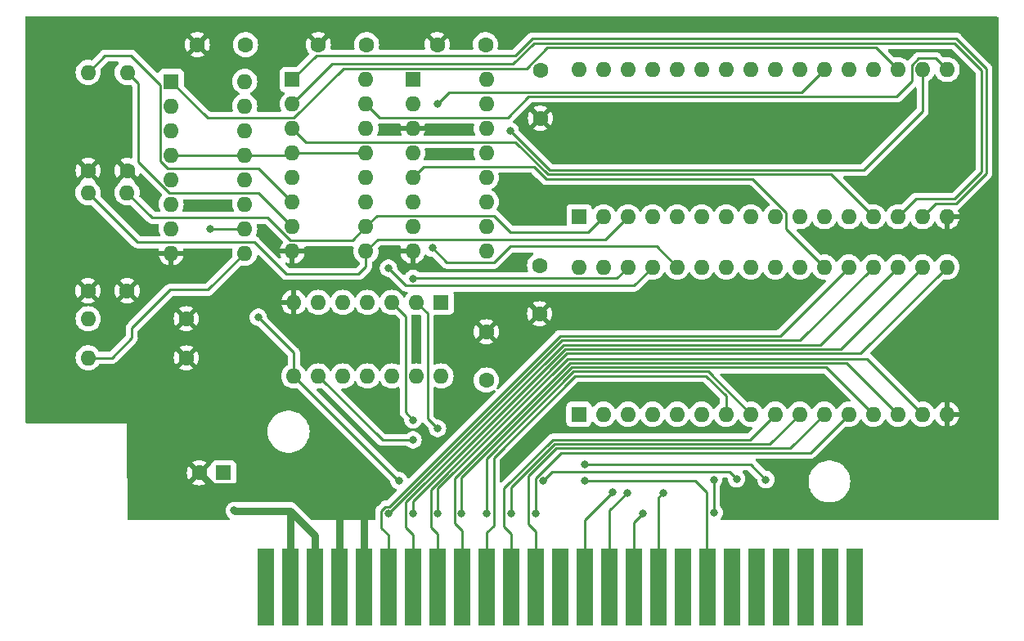
<source format=gbr>
%TF.GenerationSoftware,KiCad,Pcbnew,(7.0.0)*%
%TF.CreationDate,2023-03-31T15:06:47+09:00*%
%TF.ProjectId,project3,70726f6a-6563-4743-932e-6b696361645f,rev?*%
%TF.SameCoordinates,Original*%
%TF.FileFunction,Copper,L2,Bot*%
%TF.FilePolarity,Positive*%
%FSLAX46Y46*%
G04 Gerber Fmt 4.6, Leading zero omitted, Abs format (unit mm)*
G04 Created by KiCad (PCBNEW (7.0.0)) date 2023-03-31 15:06:47*
%MOMM*%
%LPD*%
G01*
G04 APERTURE LIST*
%TA.AperFunction,ComponentPad*%
%ADD10C,1.600000*%
%TD*%
%TA.AperFunction,ComponentPad*%
%ADD11O,1.600000X1.600000*%
%TD*%
%TA.AperFunction,ComponentPad*%
%ADD12R,1.600000X1.600000*%
%TD*%
%TA.AperFunction,ConnectorPad*%
%ADD13R,1.700000X8.000000*%
%TD*%
%TA.AperFunction,ViaPad*%
%ADD14C,0.800000*%
%TD*%
%TA.AperFunction,ViaPad*%
%ADD15C,0.500000*%
%TD*%
%TA.AperFunction,Conductor*%
%ADD16C,0.800000*%
%TD*%
%TA.AperFunction,Conductor*%
%ADD17C,0.250000*%
%TD*%
G04 APERTURE END LIST*
D10*
%TO.P,R4,1*%
%TO.N,GND*%
X99945376Y-93773762D03*
D11*
%TO.P,R4,2*%
%TO.N,/MA16*%
X99945375Y-83613761D03*
%TD*%
D12*
%TO.P,U2,1,VPP*%
%TO.N,+5V*%
X146714439Y-106558492D03*
D11*
%TO.P,U2,2,A16*%
%TO.N,/MA16*%
X149254439Y-106558492D03*
%TO.P,U2,3,A15*%
%TO.N,/MA15*%
X151794439Y-106558492D03*
%TO.P,U2,4,A12*%
%TO.N,/A12*%
X154334439Y-106558492D03*
%TO.P,U2,5,A7*%
%TO.N,/A7*%
X156874439Y-106558492D03*
%TO.P,U2,6,A6*%
%TO.N,/A6*%
X159414439Y-106558492D03*
%TO.P,U2,7,A5*%
%TO.N,/A5*%
X161954439Y-106558492D03*
%TO.P,U2,8,A4*%
%TO.N,/A4*%
X164494439Y-106558492D03*
%TO.P,U2,9,A3*%
%TO.N,/A3*%
X167034439Y-106558492D03*
%TO.P,U2,10,A2*%
%TO.N,/A2*%
X169574439Y-106558492D03*
%TO.P,U2,11,A1*%
%TO.N,/A1*%
X172114439Y-106558492D03*
%TO.P,U2,12,A0*%
%TO.N,/A0*%
X174654439Y-106558492D03*
%TO.P,U2,13,D0*%
%TO.N,/D0*%
X177194439Y-106558492D03*
%TO.P,U2,14,D1*%
%TO.N,/D1*%
X179734439Y-106558492D03*
%TO.P,U2,15,D2*%
%TO.N,/D2*%
X182274439Y-106558492D03*
%TO.P,U2,16,GND*%
%TO.N,GND*%
X184814439Y-106558492D03*
%TO.P,U2,17,D3*%
%TO.N,/D3*%
X184814439Y-91318492D03*
%TO.P,U2,18,D4*%
%TO.N,/D4*%
X182274439Y-91318492D03*
%TO.P,U2,19,D5*%
%TO.N,/D5*%
X179734439Y-91318492D03*
%TO.P,U2,20,D6*%
%TO.N,/D6*%
X177194439Y-91318492D03*
%TO.P,U2,21,D7*%
%TO.N,/D7*%
X174654439Y-91318492D03*
%TO.P,U2,22,~{CE}*%
%TO.N,/ROM_CE2*%
X172114439Y-91318492D03*
%TO.P,U2,23,A10*%
%TO.N,/A10*%
X169574439Y-91318492D03*
%TO.P,U2,24,~{OE}*%
%TO.N,/{slash}RD*%
X167034439Y-91318492D03*
%TO.P,U2,25,A11*%
%TO.N,/A11*%
X164494439Y-91318492D03*
%TO.P,U2,26,A9*%
%TO.N,/A9*%
X161954439Y-91318492D03*
%TO.P,U2,27,A8*%
%TO.N,/A8*%
X159414439Y-91318492D03*
%TO.P,U2,28,A13*%
%TO.N,/MA13*%
X156874439Y-91318492D03*
%TO.P,U2,29,A14*%
%TO.N,/MA14*%
X154334439Y-91318492D03*
%TO.P,U2,30,A17*%
%TO.N,/MA17*%
X151794439Y-91318492D03*
%TO.P,U2,31,~{PGM}*%
%TO.N,+5V*%
X149254439Y-91318492D03*
%TO.P,U2,32,VCC*%
X146714439Y-91318492D03*
%TD*%
D12*
%TO.P,U6,1,D2*%
%TO.N,/D5*%
X104503718Y-72092559D03*
D11*
%TO.P,U6,2,D3*%
%TO.N,unconnected-(U6-D3-Pad2)*%
X104503718Y-74632559D03*
%TO.P,U6,3,D4*%
%TO.N,unconnected-(U6-D4-Pad3)*%
X104503718Y-77172559D03*
%TO.P,U6,4,Rb*%
%TO.N,/A13*%
X104503718Y-79712559D03*
%TO.P,U6,5,Ra*%
%TO.N,/A15*%
X104503718Y-82252559D03*
%TO.P,U6,6,Q4*%
%TO.N,unconnected-(U6-Q4-Pad6)*%
X104503718Y-84792559D03*
%TO.P,U6,7,Q3*%
%TO.N,unconnected-(U6-Q3-Pad7)*%
X104503718Y-87332559D03*
%TO.P,U6,8,GND*%
%TO.N,GND*%
X104503718Y-89872559D03*
%TO.P,U6,9,Q2*%
%TO.N,Net-(U5A-A0)*%
X112123718Y-89872559D03*
%TO.P,U6,10,Q1*%
%TO.N,/MA17*%
X112123718Y-87332559D03*
%TO.P,U6,11,~{Er}*%
%TO.N,Net-(U4-~{Er})*%
X112123718Y-84792559D03*
%TO.P,U6,12,~{Ew}*%
%TO.N,Net-(U4-~{Ew})*%
X112123718Y-82252559D03*
%TO.P,U6,13,Wb*%
%TO.N,/A13*%
X112123718Y-79712559D03*
%TO.P,U6,14,Wa*%
%TO.N,/A15*%
X112123718Y-77172559D03*
%TO.P,U6,15,D1*%
%TO.N,/D4*%
X112123718Y-74632559D03*
%TO.P,U6,16,VCC*%
%TO.N,+5V*%
X112123718Y-72092559D03*
%TD*%
D12*
%TO.P,U4,1,D2*%
%TO.N,/D2*%
X117048701Y-71899572D03*
D11*
%TO.P,U4,2,D3*%
%TO.N,/D1*%
X117048701Y-74439572D03*
%TO.P,U4,3,D4*%
%TO.N,/D0*%
X117048701Y-76979572D03*
%TO.P,U4,4,Rb*%
%TO.N,/A13*%
X117048701Y-79519572D03*
%TO.P,U4,5,Ra*%
%TO.N,/A15*%
X117048701Y-82059572D03*
%TO.P,U4,6,Q4*%
%TO.N,/MA13*%
X117048701Y-84599572D03*
%TO.P,U4,7,Q3*%
%TO.N,/MA14*%
X117048701Y-87139572D03*
%TO.P,U4,8,GND*%
%TO.N,GND*%
X117048701Y-89679572D03*
%TO.P,U4,9,Q2*%
%TO.N,/MA15*%
X124668701Y-89679572D03*
%TO.P,U4,10,Q1*%
%TO.N,/MA16*%
X124668701Y-87139572D03*
%TO.P,U4,11,~{Er}*%
%TO.N,Net-(U4-~{Er})*%
X124668701Y-84599572D03*
%TO.P,U4,12,~{Ew}*%
%TO.N,Net-(U4-~{Ew})*%
X124668701Y-82059572D03*
%TO.P,U4,13,Wb*%
%TO.N,/A13*%
X124668701Y-79519572D03*
%TO.P,U4,14,Wa*%
%TO.N,/A15*%
X124668701Y-76979572D03*
%TO.P,U4,15,D1*%
%TO.N,/D3*%
X124668701Y-74439572D03*
%TO.P,U4,16,VCC*%
%TO.N,+5V*%
X124668701Y-71899572D03*
%TD*%
D12*
%TO.P,C4,1*%
%TO.N,+5V*%
X109925042Y-112622365D03*
D10*
%TO.P,C4,2*%
%TO.N,GND*%
X107425043Y-112622366D03*
%TD*%
%TO.P,C3,1*%
%TO.N,+5V*%
X124743719Y-68292560D03*
%TO.P,C3,2*%
%TO.N,GND*%
X119743719Y-68292560D03*
%TD*%
%TO.P,C6,1*%
%TO.N,+5V*%
X137130160Y-103019820D03*
%TO.P,C6,2*%
%TO.N,GND*%
X137130160Y-98019820D03*
%TD*%
%TO.P,C5,1*%
%TO.N,+5V*%
X112208156Y-68292560D03*
%TO.P,C5,2*%
%TO.N,GND*%
X107208156Y-68292560D03*
%TD*%
D12*
%TO.P,U1,1,VPP*%
%TO.N,+5V*%
X146733061Y-86103611D03*
D11*
%TO.P,U1,2,A16*%
%TO.N,/MA16*%
X149273061Y-86103611D03*
%TO.P,U1,3,A15*%
%TO.N,/MA15*%
X151813061Y-86103611D03*
%TO.P,U1,4,A12*%
%TO.N,/A12*%
X154353061Y-86103611D03*
%TO.P,U1,5,A7*%
%TO.N,/A7*%
X156893061Y-86103611D03*
%TO.P,U1,6,A6*%
%TO.N,/A6*%
X159433061Y-86103611D03*
%TO.P,U1,7,A5*%
%TO.N,/A5*%
X161973061Y-86103611D03*
%TO.P,U1,8,A4*%
%TO.N,/A4*%
X164513061Y-86103611D03*
%TO.P,U1,9,A3*%
%TO.N,/A3*%
X167053061Y-86103611D03*
%TO.P,U1,10,A2*%
%TO.N,/A2*%
X169593061Y-86103611D03*
%TO.P,U1,11,A1*%
%TO.N,/A1*%
X172133061Y-86103611D03*
%TO.P,U1,12,A0*%
%TO.N,/A0*%
X174673061Y-86103611D03*
%TO.P,U1,13,D0*%
%TO.N,/D0*%
X177213061Y-86103611D03*
%TO.P,U1,14,D1*%
%TO.N,/D1*%
X179753061Y-86103611D03*
%TO.P,U1,15,D2*%
%TO.N,/D2*%
X182293061Y-86103611D03*
%TO.P,U1,16,GND*%
%TO.N,GND*%
X184833061Y-86103611D03*
%TO.P,U1,17,D3*%
%TO.N,/D3*%
X184833061Y-70863611D03*
%TO.P,U1,18,D4*%
%TO.N,/D4*%
X182293061Y-70863611D03*
%TO.P,U1,19,D5*%
%TO.N,/D5*%
X179753061Y-70863611D03*
%TO.P,U1,20,D6*%
%TO.N,/D6*%
X177213061Y-70863611D03*
%TO.P,U1,21,D7*%
%TO.N,/D7*%
X174673061Y-70863611D03*
%TO.P,U1,22,~{CE}*%
%TO.N,/ROM_CE1*%
X172133061Y-70863611D03*
%TO.P,U1,23,A10*%
%TO.N,/A10*%
X169593061Y-70863611D03*
%TO.P,U1,24,~{OE}*%
%TO.N,/{slash}RD*%
X167053061Y-70863611D03*
%TO.P,U1,25,A11*%
%TO.N,/A11*%
X164513061Y-70863611D03*
%TO.P,U1,26,A9*%
%TO.N,/A9*%
X161973061Y-70863611D03*
%TO.P,U1,27,A8*%
%TO.N,/A8*%
X159433061Y-70863611D03*
%TO.P,U1,28,A13*%
%TO.N,/MA13*%
X156893061Y-70863611D03*
%TO.P,U1,29,A14*%
%TO.N,/MA14*%
X154353061Y-70863611D03*
%TO.P,U1,30,A17*%
%TO.N,/MA17*%
X151813061Y-70863611D03*
%TO.P,U1,31,~{PGM}*%
%TO.N,+5V*%
X149273061Y-70863611D03*
%TO.P,U1,32,VCC*%
X146733061Y-70863611D03*
%TD*%
D12*
%TO.P,U5,1,E*%
%TO.N,/{slash}SLTSL*%
X129510159Y-71882448D03*
D11*
%TO.P,U5,2,A0*%
%TO.N,Net-(U5A-A0)*%
X129510159Y-74422448D03*
%TO.P,U5,3,A1*%
%TO.N,GND*%
X129510159Y-76962448D03*
%TO.P,U5,4,O0*%
%TO.N,/ROM_CE1*%
X129510159Y-79502448D03*
%TO.P,U5,5,O1*%
%TO.N,/ROM_CE2*%
X129510159Y-82042448D03*
%TO.P,U5,6,O2*%
%TO.N,unconnected-(U5A-O2-Pad6)*%
X129510159Y-84582448D03*
%TO.P,U5,7,O3*%
%TO.N,unconnected-(U5A-O3-Pad7)*%
X129510159Y-87122448D03*
%TO.P,U5,8,GND*%
%TO.N,GND*%
X129510159Y-89662448D03*
%TO.P,U5,9*%
%TO.N,N/C*%
X137130159Y-89662448D03*
%TO.P,U5,10*%
X137130159Y-87122448D03*
%TO.P,U5,11*%
X137130159Y-84582448D03*
%TO.P,U5,12*%
X137130159Y-82042448D03*
%TO.P,U5,13*%
X137130159Y-79502448D03*
%TO.P,U5,14*%
X137130159Y-76962448D03*
%TO.P,U5,15*%
X137130159Y-74422448D03*
%TO.P,U5,16,VCC*%
%TO.N,+5V*%
X137130159Y-71882448D03*
%TD*%
D13*
%TO.P,CE1,1,~{CS1}*%
%TO.N,unconnected-(CE1-~{CS1}-Pad1)*%
X175259999Y-124459999D03*
%TO.P,CE1,3,~{CS12}*%
%TO.N,unconnected-(CE1-~{CS12}-Pad3)*%
X172719999Y-124459999D03*
%TO.P,CE1,5,N.C.*%
%TO.N,unconnected-(CE1-N.C.-Pad5)*%
X170179999Y-124459999D03*
%TO.P,CE1,7,~{WAIT}*%
%TO.N,unconnected-(CE1-~{WAIT}-Pad7)*%
X167639999Y-124459999D03*
%TO.P,CE1,9,~{M1}*%
%TO.N,unconnected-(CE1-~{M1}-Pad9)*%
X165099999Y-124459999D03*
%TO.P,CE1,11,~{IORQ}*%
%TO.N,unconnected-(CE1-~{IORQ}-Pad11)*%
X162559999Y-124459999D03*
%TO.P,CE1,13,~{WR}*%
%TO.N,/{slash}WR*%
X160019999Y-124459999D03*
%TO.P,CE1,15,~{RESET}*%
%TO.N,unconnected-(CE1-~{RESET}-Pad15)*%
X157479999Y-124459999D03*
%TO.P,CE1,17,A9*%
%TO.N,/A9*%
X154939999Y-124459999D03*
%TO.P,CE1,19,A11*%
%TO.N,/A11*%
X152399999Y-124459999D03*
%TO.P,CE1,21,A7*%
%TO.N,/A7*%
X149859999Y-124459999D03*
%TO.P,CE1,23,A12*%
%TO.N,/A12*%
X147319999Y-124459999D03*
%TO.P,CE1,25,A14*%
%TO.N,unconnected-(CE1-A14-Pad25)*%
X144779999Y-124459999D03*
%TO.P,CE1,27,A1*%
%TO.N,/A1*%
X142239999Y-124459999D03*
%TO.P,CE1,29,A3*%
%TO.N,/A3*%
X139699999Y-124459999D03*
%TO.P,CE1,31,A5*%
%TO.N,/A5*%
X137159999Y-124459999D03*
%TO.P,CE1,33,D1*%
%TO.N,/D1*%
X134619999Y-124459999D03*
%TO.P,CE1,35,D3*%
%TO.N,/D3*%
X132079999Y-124459999D03*
%TO.P,CE1,37,D5*%
%TO.N,/D5*%
X129539999Y-124459999D03*
%TO.P,CE1,39,D7*%
%TO.N,/D7*%
X126999999Y-124459999D03*
%TO.P,CE1,41,GND*%
%TO.N,GND*%
X124459999Y-124459999D03*
%TO.P,CE1,43,GND*%
X121919999Y-124459999D03*
%TO.P,CE1,45,+5V*%
%TO.N,+5V*%
X119379999Y-124459999D03*
%TO.P,CE1,47,+5V*%
X116839999Y-124459999D03*
%TO.P,CE1,49,SNDOUT*%
%TO.N,unconnected-(CE1-SNDOUT-Pad49)*%
X114299999Y-124459999D03*
%TD*%
D10*
%TO.P,C1,1*%
%TO.N,+5V*%
X142727494Y-70912560D03*
%TO.P,C1,2*%
%TO.N,GND*%
X142727494Y-75912560D03*
%TD*%
%TO.P,C7,1*%
%TO.N,+5V*%
X137050160Y-68292560D03*
%TO.P,C7,2*%
%TO.N,GND*%
X132050160Y-68292560D03*
%TD*%
D12*
%TO.P,U3,1*%
%TO.N,Net-(U3-Pad1)*%
X132443718Y-94972559D03*
D11*
%TO.P,U3,2*%
%TO.N,/{slash}WR*%
X129903718Y-94972559D03*
%TO.P,U3,3*%
%TO.N,/{slash}SLTSL*%
X127363718Y-94972559D03*
%TO.P,U3,4*%
%TO.N,Net-(U4-~{Ew})*%
X124823718Y-94972559D03*
%TO.P,U3,5*%
%TO.N,Net-(U3-Pad1)*%
X122283718Y-94972559D03*
%TO.P,U3,6*%
X119743718Y-94972559D03*
%TO.P,U3,7,GND*%
%TO.N,GND*%
X117203718Y-94972559D03*
%TO.P,U3,8*%
%TO.N,/A15*%
X117203718Y-102592559D03*
%TO.P,U3,9*%
%TO.N,/A13*%
X119743718Y-102592559D03*
%TO.P,U3,10*%
%TO.N,Net-(U4-~{Er})*%
X122283718Y-102592559D03*
%TO.P,U3,11*%
%TO.N,N/C*%
X124823718Y-102592559D03*
%TO.P,U3,12*%
X127363718Y-102592559D03*
%TO.P,U3,13*%
X129903718Y-102592559D03*
%TO.P,U3,14,VCC*%
%TO.N,+5V*%
X132443718Y-102592559D03*
%TD*%
D10*
%TO.P,C2,1*%
%TO.N,+5V*%
X142643575Y-91152560D03*
%TO.P,C2,2*%
%TO.N,GND*%
X142643575Y-96152560D03*
%TD*%
%TO.P,R2,1*%
%TO.N,GND*%
X99962996Y-81325981D03*
D11*
%TO.P,R2,2*%
%TO.N,/MA14*%
X99962995Y-71165980D03*
%TD*%
D10*
%TO.P,R6,1*%
%TO.N,GND*%
X106077301Y-96670862D03*
D11*
%TO.P,R6,2*%
%TO.N,/MA17*%
X95917300Y-96670861D03*
%TD*%
D10*
%TO.P,R5,1*%
%TO.N,GND*%
X106077301Y-100720862D03*
D11*
%TO.P,R5,2*%
%TO.N,Net-(U5A-A0)*%
X95917300Y-100720861D03*
%TD*%
D10*
%TO.P,R1,1*%
%TO.N,GND*%
X95912996Y-81325981D03*
D11*
%TO.P,R1,2*%
%TO.N,/MA13*%
X95912995Y-71165980D03*
%TD*%
D10*
%TO.P,R3,1*%
%TO.N,GND*%
X95895376Y-93773762D03*
D11*
%TO.P,R3,2*%
%TO.N,/MA15*%
X95895375Y-83613761D03*
%TD*%
D14*
%TO.N,GND*%
X142240000Y-86360000D03*
X142249784Y-84236702D03*
X140434708Y-82705384D03*
X140456723Y-86293952D03*
X135244629Y-95133007D03*
X137052367Y-95208839D03*
%TO.N,+5V*%
X111040542Y-116533159D03*
D15*
%TO.N,GND*%
X151721736Y-104117670D03*
X172041736Y-103797379D03*
X134767236Y-79388956D03*
X106642318Y-85210719D03*
X148556854Y-77266939D03*
X106680000Y-106680000D03*
X148499983Y-104004626D03*
X185197401Y-75543019D03*
X154340587Y-104004626D03*
X182880000Y-111760000D03*
X179552006Y-75409041D03*
X182244127Y-79796298D03*
X161747583Y-77443832D03*
X111760000Y-101600000D03*
X177800000Y-111760000D03*
X187960000Y-101600000D03*
X182171032Y-100111587D03*
X131583164Y-79539681D03*
X187960000Y-116840000D03*
X147320000Y-96520000D03*
X164503030Y-77486223D03*
X177262866Y-77316657D03*
X111760000Y-106680000D03*
X171422087Y-93027500D03*
X116840000Y-111760000D03*
X154237313Y-77295200D03*
X174253071Y-77401440D03*
X156733351Y-104136510D03*
X185253923Y-79979994D03*
X109166967Y-84621076D03*
X129917859Y-99459142D03*
X187960000Y-111760000D03*
X187960000Y-106680000D03*
X156745388Y-77274266D03*
X154220565Y-96513021D03*
X182880000Y-116840000D03*
X179665225Y-100092747D03*
X159416052Y-77443832D03*
X126521307Y-77022010D03*
X166961736Y-77401440D03*
X151693824Y-77323461D03*
X151671494Y-96519999D03*
X170607403Y-77486223D03*
X177800000Y-116840000D03*
X131639686Y-77015032D03*
X177592752Y-100186950D03*
X121920000Y-111760000D03*
X134691873Y-77109236D03*
X156669851Y-96494181D03*
D14*
%TO.N,/MA13*%
X131537955Y-89349464D03*
%TO.N,/MA14*%
X127000000Y-91440000D03*
%TO.N,/MA17*%
X129540000Y-92502157D03*
X108552901Y-87332560D03*
%TO.N,/A12*%
X150212863Y-114652863D03*
%TO.N,/A7*%
X151684699Y-114694096D03*
%TO.N,/A4*%
X137160000Y-116840000D03*
%TO.N,/A2*%
X139683959Y-116840000D03*
%TO.N,/A0*%
X142230438Y-116840000D03*
%TO.N,/D0*%
X134568901Y-116840000D03*
%TO.N,/D2*%
X132126144Y-116840000D03*
%TO.N,/D4*%
X139601094Y-77191853D03*
X129540000Y-116840000D03*
%TO.N,/D6*%
X127000000Y-116840000D03*
%TO.N,/ROM_CE1*%
X132080000Y-74392208D03*
%TO.N,/{slash}RD*%
X160705117Y-116734826D03*
X160670164Y-113334313D03*
%TO.N,/A11*%
X153357218Y-116827418D03*
%TO.N,/A9*%
X155416258Y-114687230D03*
%TO.N,/{slash}WR*%
X147320000Y-113409315D03*
X132080000Y-108035307D03*
%TO.N,/{slash}SLTSL*%
X166074942Y-113325058D03*
X129540000Y-107142520D03*
X147320000Y-111760000D03*
%TO.N,/A15*%
X113527026Y-96520000D03*
X163033986Y-113235702D03*
X128073929Y-113423703D03*
X143009375Y-113423703D03*
%TO.N,/A13*%
X129540000Y-109220000D03*
%TD*%
D16*
%TO.N,+5V*%
X116840000Y-124460000D02*
X116840000Y-116582400D01*
X111040542Y-116533159D02*
X111059943Y-116552560D01*
X116840000Y-116582400D02*
X116810160Y-116552560D01*
X119380000Y-119122400D02*
X116810160Y-116552560D01*
X111059943Y-116552560D02*
X116810160Y-116552560D01*
X119380000Y-124460000D02*
X119380000Y-119122400D01*
%TO.N,GND*%
X116282366Y-114022366D02*
X118563041Y-116303041D01*
X124460000Y-117147381D02*
X124460000Y-124460000D01*
X122513480Y-116303041D02*
X123615660Y-116303041D01*
X121920000Y-116896521D02*
X122513480Y-116303041D01*
X116282366Y-114022366D02*
X108825043Y-114022366D01*
X121920000Y-124460000D02*
X121920000Y-116896521D01*
X108825043Y-114022366D02*
X107425043Y-112622366D01*
X123615660Y-116303041D02*
X124460000Y-117147381D01*
X118563041Y-116303041D02*
X123615660Y-116303041D01*
D17*
%TO.N,/MA13*%
X103378719Y-80366279D02*
X104140000Y-81127560D01*
X100359444Y-69422854D02*
X103378719Y-72442129D01*
X133052334Y-90863843D02*
X131537955Y-89349464D01*
X137908665Y-90863843D02*
X133052334Y-90863843D01*
X97656123Y-69422854D02*
X100359444Y-69422854D01*
X104140000Y-81127560D02*
X113576688Y-81127560D01*
X103378719Y-72442129D02*
X103378719Y-80366279D01*
X113576688Y-81127560D02*
X117048702Y-84599573D01*
X156874440Y-91318493D02*
X154741509Y-89185562D01*
X95912996Y-71165981D02*
X97656123Y-69422854D01*
X139586946Y-89185562D02*
X137908665Y-90863843D01*
X154741509Y-89185562D02*
X139586946Y-89185562D01*
%TO.N,/MA14*%
X99962996Y-71165981D02*
X101087996Y-72290981D01*
X154334440Y-91318493D02*
X152425776Y-93227157D01*
X104327728Y-83667560D02*
X113576690Y-83667560D01*
X152425776Y-93227157D02*
X128787157Y-93227157D01*
X128787157Y-93227157D02*
X127000000Y-91440000D01*
X113576690Y-83667560D02*
X117048702Y-87139573D01*
X101087996Y-80427828D02*
X104327728Y-83667560D01*
X101087996Y-72290981D02*
X101087996Y-80427828D01*
%TO.N,/MA15*%
X125887213Y-88461062D02*
X149455612Y-88461062D01*
X149455612Y-88461062D02*
X151813062Y-86103612D01*
X101029174Y-88747560D02*
X113156326Y-88747560D01*
X113156326Y-88747560D02*
X116436667Y-92027901D01*
X124668702Y-89679573D02*
X125887213Y-88461062D01*
X95895376Y-83613762D02*
X101029174Y-88747560D01*
X123906756Y-92027901D02*
X124668702Y-91265955D01*
X116436667Y-92027901D02*
X123906756Y-92027901D01*
X124668702Y-91265955D02*
X124668702Y-89679573D01*
%TO.N,/MA16*%
X137910355Y-85997449D02*
X139605814Y-87692908D01*
X147683766Y-87692908D02*
X149273062Y-86103612D01*
X125810826Y-85997449D02*
X137910355Y-85997449D01*
X139605814Y-87692908D02*
X147683766Y-87692908D01*
X114492987Y-86207560D02*
X116840000Y-88554573D01*
X124668702Y-87139573D02*
X125810826Y-85997449D01*
X123253702Y-88554573D02*
X124668702Y-87139573D01*
X102539174Y-86207560D02*
X114492987Y-86207560D01*
X116840000Y-88554573D02*
X123253702Y-88554573D01*
X99945376Y-83613762D02*
X102539174Y-86207560D01*
%TO.N,/MA17*%
X129500369Y-92462526D02*
X150650407Y-92462526D01*
X108552901Y-87332560D02*
X112123719Y-87332560D01*
X150650407Y-92462526D02*
X151794440Y-91318493D01*
X129540000Y-92502157D02*
X129500369Y-92462526D01*
%TO.N,/A12*%
X147320000Y-117545726D02*
X147320000Y-124460000D01*
X150212863Y-114652863D02*
X147320000Y-117545726D01*
%TO.N,/A7*%
X151684699Y-114694096D02*
X149860000Y-116518795D01*
X149860000Y-116518795D02*
X149860000Y-124460000D01*
%TO.N,/A5*%
X146327435Y-102592565D02*
X137885000Y-111035000D01*
X159870898Y-102592565D02*
X146327435Y-102592565D01*
X137160000Y-118828740D02*
X137160000Y-124460000D01*
X137885000Y-111035000D02*
X137885000Y-118084616D01*
X161954440Y-106558493D02*
X161954440Y-104676107D01*
X137885000Y-118084616D02*
X137150438Y-118819178D01*
X161954440Y-104676107D02*
X159870898Y-102592565D01*
X137150438Y-118819178D02*
X137160000Y-118828740D01*
%TO.N,/A4*%
X146141246Y-102143064D02*
X137160000Y-111124310D01*
X137160000Y-111124310D02*
X137160000Y-116840000D01*
X164494440Y-106558493D02*
X160079011Y-102143064D01*
X160079011Y-102143064D02*
X146141246Y-102143064D01*
%TO.N,/A3*%
X139700000Y-118918084D02*
X139700000Y-124460000D01*
X144002011Y-109199975D02*
X138958959Y-114243027D01*
X138958959Y-118177043D02*
X139700000Y-118918084D01*
X164392958Y-109199975D02*
X144002011Y-109199975D01*
X138958959Y-114243027D02*
X138958959Y-118177043D01*
X167034440Y-106558493D02*
X164392958Y-109199975D01*
%TO.N,/A2*%
X144187701Y-109649975D02*
X139683959Y-114153717D01*
X169574440Y-106558493D02*
X166482958Y-109649975D01*
X139683959Y-114153717D02*
X139683959Y-116840000D01*
X166482958Y-109649975D02*
X144187701Y-109649975D01*
%TO.N,/A1*%
X168572958Y-110099975D02*
X144373391Y-110099975D01*
X144373391Y-110099975D02*
X141505438Y-112967928D01*
X172114440Y-106558493D02*
X168572958Y-110099975D01*
X141505438Y-117938222D02*
X142240000Y-118672784D01*
X141505438Y-112967928D02*
X141505438Y-117938222D01*
X142240000Y-118672784D02*
X142240000Y-124460000D01*
%TO.N,/A0*%
X144858504Y-110549975D02*
X170662958Y-110549975D01*
X142230438Y-113178041D02*
X142230438Y-116830438D01*
X170662958Y-110549975D02*
X174654440Y-106558493D01*
X144858504Y-110549975D02*
X142230438Y-113178041D01*
%TO.N,/D0*%
X118446578Y-78377449D02*
X140151000Y-78377449D01*
X134568901Y-113079719D02*
X134568901Y-116840000D01*
X172329510Y-101693563D02*
X145955057Y-101693563D01*
X172838951Y-81729501D02*
X177213062Y-86103612D01*
X140151000Y-78377449D02*
X143503052Y-81729501D01*
X145955057Y-101693563D02*
X134568901Y-113079719D01*
X117048702Y-76979573D02*
X118446578Y-78377449D01*
X143503052Y-81729501D02*
X172838951Y-81729501D01*
X177194440Y-106558493D02*
X172329510Y-101693563D01*
%TO.N,/D1*%
X142053811Y-68130499D02*
X185606189Y-68130499D01*
X188409501Y-81466189D02*
X185606189Y-84269501D01*
X188409501Y-70933811D02*
X188409501Y-81466189D01*
X133843901Y-117829772D02*
X134620000Y-118605871D01*
X139876362Y-70307948D02*
X142053811Y-68130499D01*
X174420009Y-101244062D02*
X145768868Y-101244062D01*
X185606189Y-68130499D02*
X188409501Y-70933811D01*
X121180327Y-70307948D02*
X139876362Y-70307948D01*
X133843901Y-113169029D02*
X133843901Y-117829772D01*
X179734440Y-106558493D02*
X174420009Y-101244062D01*
X134620000Y-118605871D02*
X134620000Y-124460000D01*
X117048702Y-74439573D02*
X121180327Y-70307948D01*
X145768868Y-101244062D02*
X133843901Y-113169029D01*
X181587173Y-84269501D02*
X179753062Y-86103612D01*
X185606189Y-84269501D02*
X181587173Y-84269501D01*
%TO.N,/D2*%
X140131060Y-69417560D02*
X141867622Y-67680998D01*
X185792378Y-84719002D02*
X183677672Y-84719002D01*
X188859002Y-70747622D02*
X188859002Y-81652378D01*
X117048702Y-71899573D02*
X119530715Y-69417560D01*
X145582679Y-100794561D02*
X132126144Y-114251096D01*
X119530715Y-69417560D02*
X140131060Y-69417560D01*
X176510508Y-100794561D02*
X145582679Y-100794561D01*
X132126144Y-114251096D02*
X132126144Y-116840000D01*
X185792378Y-67680998D02*
X188859002Y-70747622D01*
X183677672Y-84719002D02*
X182293062Y-86103612D01*
X141867622Y-67680998D02*
X185792378Y-67680998D01*
X182274440Y-106558493D02*
X176510508Y-100794561D01*
X188859002Y-81652378D02*
X185792378Y-84719002D01*
%TO.N,/D3*%
X132080000Y-118951231D02*
X132080000Y-124460000D01*
X181851187Y-69714496D02*
X183683946Y-69714496D01*
X184814440Y-91318493D02*
X175881436Y-100251497D01*
X126066578Y-75837449D02*
X139337449Y-75837449D01*
X181168062Y-70397621D02*
X181851187Y-69714496D01*
X179593722Y-73660499D02*
X181168062Y-72086159D01*
X131401144Y-114340406D02*
X131401144Y-118272375D01*
X131401144Y-118272375D02*
X132080000Y-118951231D01*
X145490053Y-100251497D02*
X131401144Y-114340406D01*
X141514399Y-73660499D02*
X179593722Y-73660499D01*
X175881436Y-100251497D02*
X145490053Y-100251497D01*
X183683946Y-69714496D02*
X184833062Y-70863612D01*
X139337449Y-75837449D02*
X141514399Y-73660499D01*
X124668702Y-74439573D02*
X126066578Y-75837449D01*
X181168062Y-72086159D02*
X181168062Y-70397621D01*
%TO.N,/D4*%
X176184242Y-81280000D02*
X182293062Y-75171180D01*
X173790937Y-99801996D02*
X182274440Y-91318493D01*
X139601094Y-77191853D02*
X143689241Y-81280000D01*
X129540000Y-115565860D02*
X145303864Y-99801996D01*
X129540000Y-116840000D02*
X129540000Y-115565860D01*
X182293062Y-75171180D02*
X182293062Y-70863612D01*
X143689241Y-81280000D02*
X176184242Y-81280000D01*
X145303864Y-99801996D02*
X173790937Y-99801996D01*
%TO.N,/D5*%
X177469450Y-68580000D02*
X179753062Y-70863612D01*
X171700438Y-99352495D02*
X145117675Y-99352495D01*
X145117675Y-99352495D02*
X128815000Y-115655170D01*
X129540000Y-119050135D02*
X129540000Y-124460000D01*
X108265732Y-75854573D02*
X117224693Y-75854573D01*
X129555829Y-119034306D02*
X129540000Y-119050135D01*
X143469063Y-68580000D02*
X177469450Y-68580000D01*
X104503719Y-72092560D02*
X108265732Y-75854573D01*
X122321817Y-70757449D02*
X141291614Y-70757449D01*
X117224693Y-75854573D02*
X122321817Y-70757449D01*
X179734440Y-91318493D02*
X171700438Y-99352495D01*
X128815000Y-118293477D02*
X129555829Y-119034306D01*
X141291614Y-70757449D02*
X143469063Y-68580000D01*
X128815000Y-115655170D02*
X128815000Y-118293477D01*
%TO.N,/D6*%
X127000000Y-116834480D02*
X144931486Y-98902994D01*
X127000000Y-116840000D02*
X127000000Y-116834480D01*
X144931486Y-98902994D02*
X169609939Y-98902994D01*
X169609939Y-98902994D02*
X177194440Y-91318493D01*
%TO.N,/D7*%
X126699695Y-116115000D02*
X126275000Y-116539695D01*
X126275000Y-116539695D02*
X126275000Y-118323649D01*
X126275000Y-118323649D02*
X127000000Y-119048649D01*
X127000000Y-119048649D02*
X127000000Y-124460000D01*
X127083084Y-116115000D02*
X126699695Y-116115000D01*
X144744591Y-98453493D02*
X127083084Y-116115000D01*
X174654440Y-91318493D02*
X167519440Y-98453493D01*
X167519440Y-98453493D02*
X144744591Y-98453493D01*
%TO.N,/ROM_CE1*%
X172133062Y-70863612D02*
X169786175Y-73210499D01*
X169786175Y-73210499D02*
X133261709Y-73210499D01*
X133261709Y-73210499D02*
X132080000Y-74392208D01*
%TO.N,/{slash}RD*%
X160670164Y-113334313D02*
X160705117Y-113369266D01*
X160705117Y-113369266D02*
X160705117Y-116734826D01*
%TO.N,/A11*%
X152400000Y-117784636D02*
X153357218Y-116827418D01*
X152400000Y-124460000D02*
X152400000Y-117784636D01*
%TO.N,/A9*%
X154940000Y-115163488D02*
X154940000Y-124460000D01*
X155416258Y-114687230D02*
X154940000Y-115163488D01*
%TO.N,/ROM_CE2*%
X168178062Y-87382115D02*
X172114440Y-91318493D01*
X168178062Y-85637621D02*
X168178062Y-87382115D01*
X143316863Y-82179002D02*
X164719443Y-82179002D01*
X164719443Y-82179002D02*
X168178062Y-85637621D01*
X130635160Y-80917449D02*
X142055310Y-80917449D01*
X142055310Y-80917449D02*
X143316863Y-82179002D01*
X129510160Y-82042449D02*
X130635160Y-80917449D01*
%TO.N,/{slash}WR*%
X159980117Y-114664665D02*
X159980117Y-124420117D01*
X129903719Y-94972560D02*
X131028719Y-96097560D01*
X131028719Y-106984026D02*
X132080000Y-108035307D01*
X159980117Y-124420117D02*
X160020000Y-124460000D01*
X158724767Y-113409315D02*
X159980117Y-114664665D01*
X147320000Y-113409315D02*
X158724767Y-113409315D01*
X131028719Y-96097560D02*
X131028719Y-106984026D01*
%TO.N,/{slash}SLTSL*%
X128778719Y-96387560D02*
X128778719Y-106340213D01*
X127363719Y-94972560D02*
X128778719Y-96387560D01*
X166074942Y-113325058D02*
X164509885Y-111760000D01*
X128778719Y-106340213D02*
X129581026Y-107142520D01*
X129581026Y-107142520D02*
X129540000Y-107142520D01*
X164509885Y-111760000D02*
X147320000Y-111760000D01*
%TO.N,/A15*%
X128034862Y-113423703D02*
X117203719Y-102592560D01*
X143009375Y-113423703D02*
X143948078Y-112485000D01*
X162283284Y-112485000D02*
X163033986Y-113235702D01*
X143948078Y-112485000D02*
X162283284Y-112485000D01*
X113527026Y-96520000D02*
X117203719Y-100196693D01*
X117203719Y-100196693D02*
X117203719Y-102592560D01*
%TO.N,/A13*%
X116855715Y-79712560D02*
X117048702Y-79519573D01*
X117048702Y-79519573D02*
X124668702Y-79519573D01*
X119743719Y-102592560D02*
X126371159Y-109220000D01*
X126371159Y-109220000D02*
X129540000Y-109220000D01*
X104503719Y-79712560D02*
X112123719Y-79712560D01*
X112123719Y-79712560D02*
X116855715Y-79712560D01*
%TO.N,Net-(U5A-A0)*%
X100428017Y-98644218D02*
X100428017Y-97640566D01*
X98351373Y-100720862D02*
X100428017Y-98644218D01*
X100428017Y-97640566D02*
X104399641Y-93668942D01*
X104399641Y-93668942D02*
X108327337Y-93668942D01*
X95917301Y-100720862D02*
X98351373Y-100720862D01*
X108327337Y-93668942D02*
X112123719Y-89872560D01*
%TD*%
%TA.AperFunction,Conductor*%
%TO.N,GND*%
G36*
X190021492Y-65389927D02*
G01*
X190083472Y-65406570D01*
X190128833Y-65451970D01*
X190145421Y-65513966D01*
X190129156Y-117415521D01*
X190112520Y-117477523D01*
X190067108Y-117522897D01*
X190005092Y-117539482D01*
X161484007Y-117524800D01*
X161428890Y-117511845D01*
X161385278Y-117475739D01*
X161362262Y-117424009D01*
X161364643Y-117367441D01*
X161391920Y-117317829D01*
X161437650Y-117267042D01*
X161532296Y-117103110D01*
X161590791Y-116923082D01*
X161610577Y-116734826D01*
X161590791Y-116546570D01*
X161532296Y-116366542D01*
X161437650Y-116202610D01*
X161398707Y-116159360D01*
X161362467Y-116119111D01*
X161338853Y-116080577D01*
X161330617Y-116036139D01*
X161330617Y-113994181D01*
X161338853Y-113949743D01*
X161362467Y-113911209D01*
X161365375Y-113907979D01*
X161402697Y-113866529D01*
X161497343Y-113702597D01*
X161555838Y-113522569D01*
X161575624Y-113334313D01*
X161572666Y-113306172D01*
X161566496Y-113247461D01*
X161578367Y-113180142D01*
X161624107Y-113129342D01*
X161689817Y-113110500D01*
X161972831Y-113110500D01*
X162020285Y-113119939D01*
X162060514Y-113146820D01*
X162095026Y-113181333D01*
X162119264Y-113215630D01*
X162130664Y-113256051D01*
X162140014Y-113345009D01*
X162148312Y-113423958D01*
X162150317Y-113430130D01*
X162150319Y-113430137D01*
X162204799Y-113597807D01*
X162206807Y-113603986D01*
X162210054Y-113609610D01*
X162210055Y-113609612D01*
X162295288Y-113757241D01*
X162301453Y-113767918D01*
X162305797Y-113772743D01*
X162305799Y-113772745D01*
X162390243Y-113866529D01*
X162428115Y-113908590D01*
X162433373Y-113912410D01*
X162433374Y-113912411D01*
X162465710Y-113935904D01*
X162581256Y-114019853D01*
X162754183Y-114096846D01*
X162939340Y-114136202D01*
X163122129Y-114136202D01*
X163128632Y-114136202D01*
X163313789Y-114096846D01*
X163486716Y-114019853D01*
X163639857Y-113908590D01*
X163766519Y-113767918D01*
X163861165Y-113603986D01*
X163919660Y-113423958D01*
X163939446Y-113235702D01*
X163919660Y-113047446D01*
X163861165Y-112867418D01*
X163766519Y-112703486D01*
X163666560Y-112592471D01*
X163639279Y-112542846D01*
X163636907Y-112486265D01*
X163659941Y-112434530D01*
X163703576Y-112398432D01*
X163758711Y-112385500D01*
X164199433Y-112385500D01*
X164246886Y-112394939D01*
X164287114Y-112421819D01*
X165135980Y-113270686D01*
X165160220Y-113304984D01*
X165171620Y-113345405D01*
X165188589Y-113506853D01*
X165189268Y-113513314D01*
X165191273Y-113519486D01*
X165191275Y-113519493D01*
X165245755Y-113687163D01*
X165247763Y-113693342D01*
X165251010Y-113698966D01*
X165251011Y-113698968D01*
X165304715Y-113791987D01*
X165342409Y-113857274D01*
X165346753Y-113862099D01*
X165346755Y-113862101D01*
X165435576Y-113960746D01*
X165469071Y-113997946D01*
X165474329Y-114001766D01*
X165474330Y-114001767D01*
X165542683Y-114051428D01*
X165622212Y-114109209D01*
X165795139Y-114186202D01*
X165980296Y-114225558D01*
X166163085Y-114225558D01*
X166169588Y-114225558D01*
X166354745Y-114186202D01*
X166527672Y-114109209D01*
X166680813Y-113997946D01*
X166807475Y-113857274D01*
X166902121Y-113693342D01*
X166957130Y-113524043D01*
X170482235Y-113524043D01*
X170482524Y-113528268D01*
X170500100Y-113785224D01*
X170502402Y-113818870D01*
X170503261Y-113823008D01*
X170503263Y-113823016D01*
X170561663Y-114104053D01*
X170562526Y-114108205D01*
X170563944Y-114112196D01*
X170563945Y-114112198D01*
X170657874Y-114376488D01*
X170661489Y-114386658D01*
X170663436Y-114390416D01*
X170663438Y-114390420D01*
X170726591Y-114512300D01*
X170797445Y-114649043D01*
X170810036Y-114666880D01*
X170965418Y-114887007D01*
X170965422Y-114887012D01*
X170967863Y-114890470D01*
X170970751Y-114893562D01*
X171156326Y-115092265D01*
X171169569Y-115106444D01*
X171172850Y-115109113D01*
X171172853Y-115109116D01*
X171283131Y-115198833D01*
X171398804Y-115292940D01*
X171651298Y-115446486D01*
X171655183Y-115448173D01*
X171655184Y-115448174D01*
X171911804Y-115559640D01*
X171922349Y-115564220D01*
X172206906Y-115643949D01*
X172499670Y-115684188D01*
X172790948Y-115684188D01*
X172795186Y-115684188D01*
X173087950Y-115643949D01*
X173372507Y-115564220D01*
X173643558Y-115446486D01*
X173896052Y-115292940D01*
X174125287Y-115106444D01*
X174326993Y-114890470D01*
X174497411Y-114649043D01*
X174633367Y-114386658D01*
X174732330Y-114108205D01*
X174792454Y-113818870D01*
X174812621Y-113524043D01*
X174792454Y-113229216D01*
X174732330Y-112939881D01*
X174633367Y-112661428D01*
X174497411Y-112399043D01*
X174355326Y-112197754D01*
X174329437Y-112161078D01*
X174329435Y-112161075D01*
X174326993Y-112157616D01*
X174156246Y-111974791D01*
X174128174Y-111944733D01*
X174128172Y-111944731D01*
X174125287Y-111941642D01*
X174122005Y-111938972D01*
X174122002Y-111938969D01*
X173899334Y-111757816D01*
X173899333Y-111757815D01*
X173896052Y-111755146D01*
X173786562Y-111688563D01*
X173647176Y-111603800D01*
X173647174Y-111603799D01*
X173643558Y-111601600D01*
X173639678Y-111599914D01*
X173639671Y-111599911D01*
X173376388Y-111485551D01*
X173376378Y-111485547D01*
X173372507Y-111483866D01*
X173304531Y-111464820D01*
X173092024Y-111405278D01*
X173092017Y-111405276D01*
X173087950Y-111404137D01*
X173083757Y-111403560D01*
X173083754Y-111403560D01*
X172799385Y-111364475D01*
X172799383Y-111364474D01*
X172795186Y-111363898D01*
X172499670Y-111363898D01*
X172495473Y-111364474D01*
X172495470Y-111364475D01*
X172211101Y-111403560D01*
X172211095Y-111403561D01*
X172206906Y-111404137D01*
X172202841Y-111405275D01*
X172202831Y-111405278D01*
X171926420Y-111482725D01*
X171926415Y-111482726D01*
X171922349Y-111483866D01*
X171918482Y-111485545D01*
X171918467Y-111485551D01*
X171655184Y-111599911D01*
X171655171Y-111599917D01*
X171651298Y-111601600D01*
X171647687Y-111603795D01*
X171647679Y-111603800D01*
X171402416Y-111752949D01*
X171402411Y-111752952D01*
X171398804Y-111755146D01*
X171395529Y-111757810D01*
X171395521Y-111757816D01*
X171172853Y-111938969D01*
X171172842Y-111938978D01*
X171169569Y-111941642D01*
X171166690Y-111944724D01*
X171166681Y-111944733D01*
X170970751Y-112154523D01*
X170970746Y-112154528D01*
X170967863Y-112157616D01*
X170965427Y-112161066D01*
X170965418Y-112161078D01*
X170799891Y-112395577D01*
X170799887Y-112395582D01*
X170797445Y-112399043D01*
X170795499Y-112402797D01*
X170795495Y-112402805D01*
X170663438Y-112657665D01*
X170663433Y-112657674D01*
X170661489Y-112661428D01*
X170660072Y-112665413D01*
X170660068Y-112665424D01*
X170563945Y-112935887D01*
X170562526Y-112939881D01*
X170561664Y-112944026D01*
X170561663Y-112944032D01*
X170503263Y-113225069D01*
X170503261Y-113225079D01*
X170502402Y-113229216D01*
X170502113Y-113233431D01*
X170502113Y-113233436D01*
X170486369Y-113463604D01*
X170482235Y-113524043D01*
X166957130Y-113524043D01*
X166960616Y-113513314D01*
X166980402Y-113325058D01*
X166960616Y-113136802D01*
X166902121Y-112956774D01*
X166807475Y-112792842D01*
X166680813Y-112652170D01*
X166675555Y-112648350D01*
X166675553Y-112648348D01*
X166532930Y-112544727D01*
X166532929Y-112544726D01*
X166527672Y-112540907D01*
X166521734Y-112538263D01*
X166360687Y-112466559D01*
X166360682Y-112466557D01*
X166354745Y-112463914D01*
X166348386Y-112462562D01*
X166348382Y-112462561D01*
X166175950Y-112425910D01*
X166175947Y-112425909D01*
X166169588Y-112424558D01*
X166163085Y-112424558D01*
X166110395Y-112424558D01*
X166062942Y-112415119D01*
X166022714Y-112388239D01*
X165021632Y-111387156D01*
X164991382Y-111337793D01*
X164986840Y-111280077D01*
X165008995Y-111226590D01*
X165053018Y-111188990D01*
X165109313Y-111175475D01*
X170585183Y-111175475D01*
X170596238Y-111175996D01*
X170603625Y-111177648D01*
X170670830Y-111175536D01*
X170674726Y-111175475D01*
X170698406Y-111175475D01*
X170702308Y-111175475D01*
X170706271Y-111174974D01*
X170717921Y-111174055D01*
X170761585Y-111172684D01*
X170780819Y-111167094D01*
X170799875Y-111163149D01*
X170819750Y-111160639D01*
X170860353Y-111144562D01*
X170871408Y-111140777D01*
X170913348Y-111128593D01*
X170930587Y-111118397D01*
X170948061Y-111109837D01*
X170959432Y-111105335D01*
X170959434Y-111105333D01*
X170966690Y-111102461D01*
X171002027Y-111076786D01*
X171011782Y-111070378D01*
X171049378Y-111048145D01*
X171063542Y-111033980D01*
X171078337Y-111021343D01*
X171094545Y-111009569D01*
X171122386Y-110975913D01*
X171130237Y-110967284D01*
X174239619Y-107857903D01*
X174295205Y-107825811D01*
X174359391Y-107825811D01*
X174388726Y-107833672D01*
X174422518Y-107842727D01*
X174422522Y-107842727D01*
X174427748Y-107844128D01*
X174654440Y-107863961D01*
X174881132Y-107844128D01*
X175100936Y-107785232D01*
X175307174Y-107689061D01*
X175493579Y-107558540D01*
X175654487Y-107397632D01*
X175785008Y-107211227D01*
X175812058Y-107153217D01*
X175857815Y-107101042D01*
X175924440Y-107081623D01*
X175991065Y-107101042D01*
X176036821Y-107153217D01*
X176063872Y-107211227D01*
X176066979Y-107215664D01*
X176066980Y-107215666D01*
X176117459Y-107287758D01*
X176194393Y-107397632D01*
X176355301Y-107558540D01*
X176541706Y-107689061D01*
X176747944Y-107785232D01*
X176753174Y-107786633D01*
X176753176Y-107786634D01*
X176899391Y-107825812D01*
X176967748Y-107844128D01*
X177194440Y-107863961D01*
X177421132Y-107844128D01*
X177640936Y-107785232D01*
X177847174Y-107689061D01*
X178033579Y-107558540D01*
X178194487Y-107397632D01*
X178325008Y-107211227D01*
X178352058Y-107153217D01*
X178397815Y-107101042D01*
X178464440Y-107081623D01*
X178531065Y-107101042D01*
X178576821Y-107153217D01*
X178603872Y-107211227D01*
X178606979Y-107215664D01*
X178606980Y-107215666D01*
X178657459Y-107287758D01*
X178734393Y-107397632D01*
X178895301Y-107558540D01*
X179081706Y-107689061D01*
X179287944Y-107785232D01*
X179293174Y-107786633D01*
X179293176Y-107786634D01*
X179439391Y-107825812D01*
X179507748Y-107844128D01*
X179734440Y-107863961D01*
X179961132Y-107844128D01*
X180180936Y-107785232D01*
X180387174Y-107689061D01*
X180573579Y-107558540D01*
X180734487Y-107397632D01*
X180865008Y-107211227D01*
X180892058Y-107153217D01*
X180937815Y-107101042D01*
X181004440Y-107081623D01*
X181071065Y-107101042D01*
X181116821Y-107153217D01*
X181143872Y-107211227D01*
X181146979Y-107215664D01*
X181146980Y-107215666D01*
X181197459Y-107287758D01*
X181274393Y-107397632D01*
X181435301Y-107558540D01*
X181621706Y-107689061D01*
X181827944Y-107785232D01*
X181833174Y-107786633D01*
X181833176Y-107786634D01*
X181979391Y-107825812D01*
X182047748Y-107844128D01*
X182274440Y-107863961D01*
X182501132Y-107844128D01*
X182720936Y-107785232D01*
X182927174Y-107689061D01*
X183113579Y-107558540D01*
X183274487Y-107397632D01*
X183405008Y-107211227D01*
X183432334Y-107152624D01*
X183478089Y-107100452D01*
X183544714Y-107081032D01*
X183611339Y-107100451D01*
X183657097Y-107152627D01*
X183682019Y-107206072D01*
X183687407Y-107215405D01*
X183811672Y-107392874D01*
X183818609Y-107401140D01*
X183971792Y-107554323D01*
X183980058Y-107561260D01*
X184157527Y-107685525D01*
X184166859Y-107690913D01*
X184363205Y-107782470D01*
X184373347Y-107786162D01*
X184550659Y-107833672D01*
X184561888Y-107834040D01*
X184564440Y-107823098D01*
X185064440Y-107823098D01*
X185066991Y-107834040D01*
X185078220Y-107833672D01*
X185255532Y-107786162D01*
X185265674Y-107782470D01*
X185462020Y-107690913D01*
X185471352Y-107685525D01*
X185648821Y-107561260D01*
X185657087Y-107554323D01*
X185810270Y-107401140D01*
X185817207Y-107392874D01*
X185941472Y-107215405D01*
X185946860Y-107206073D01*
X186038417Y-107009727D01*
X186042109Y-106999585D01*
X186089619Y-106822273D01*
X186089987Y-106811044D01*
X186079045Y-106808493D01*
X185080766Y-106808493D01*
X185067890Y-106811943D01*
X185064440Y-106824819D01*
X185064440Y-107823098D01*
X184564440Y-107823098D01*
X184564440Y-106292167D01*
X185064440Y-106292167D01*
X185067890Y-106305042D01*
X185080766Y-106308493D01*
X186079045Y-106308493D01*
X186089987Y-106305941D01*
X186089619Y-106294712D01*
X186042109Y-106117400D01*
X186038417Y-106107258D01*
X185946860Y-105910912D01*
X185941472Y-105901580D01*
X185817207Y-105724111D01*
X185810270Y-105715845D01*
X185657087Y-105562662D01*
X185648821Y-105555725D01*
X185471352Y-105431460D01*
X185462020Y-105426072D01*
X185265674Y-105334515D01*
X185255532Y-105330823D01*
X185078220Y-105283313D01*
X185066991Y-105282945D01*
X185064440Y-105293888D01*
X185064440Y-106292167D01*
X184564440Y-106292167D01*
X184564440Y-105293888D01*
X184561888Y-105282945D01*
X184550659Y-105283313D01*
X184373347Y-105330823D01*
X184363205Y-105334515D01*
X184166859Y-105426072D01*
X184157527Y-105431460D01*
X183980058Y-105555725D01*
X183971792Y-105562662D01*
X183818609Y-105715845D01*
X183811672Y-105724111D01*
X183687407Y-105901580D01*
X183682021Y-105910909D01*
X183657097Y-105964359D01*
X183611339Y-106016534D01*
X183544714Y-106035953D01*
X183478089Y-106016533D01*
X183432333Y-105964357D01*
X183407300Y-105910673D01*
X183407297Y-105910668D01*
X183405008Y-105905759D01*
X183274487Y-105719354D01*
X183113579Y-105558446D01*
X182927174Y-105427925D01*
X182720936Y-105331754D01*
X182715711Y-105330354D01*
X182715703Y-105330351D01*
X182506356Y-105274257D01*
X182506347Y-105274255D01*
X182501132Y-105272858D01*
X182495744Y-105272386D01*
X182495741Y-105272386D01*
X182279835Y-105253497D01*
X182274440Y-105253025D01*
X182269045Y-105253497D01*
X182053138Y-105272386D01*
X182053133Y-105272386D01*
X182047748Y-105272858D01*
X182042530Y-105274255D01*
X182042519Y-105274258D01*
X181979390Y-105291173D01*
X181915203Y-105291173D01*
X181859617Y-105259079D01*
X177007794Y-100407256D01*
X177000350Y-100399075D01*
X176996294Y-100392684D01*
X176947283Y-100346659D01*
X176944486Y-100343948D01*
X176927735Y-100327197D01*
X176927734Y-100327196D01*
X176924979Y-100324441D01*
X176921798Y-100321973D01*
X176912922Y-100314391D01*
X176898007Y-100300385D01*
X176863814Y-100244588D01*
X176862786Y-100179156D01*
X176895207Y-100122314D01*
X184399619Y-92617903D01*
X184455205Y-92585811D01*
X184519391Y-92585811D01*
X184540075Y-92591354D01*
X184582518Y-92602727D01*
X184582522Y-92602727D01*
X184587748Y-92604128D01*
X184814440Y-92623961D01*
X185041132Y-92604128D01*
X185260936Y-92545232D01*
X185467174Y-92449061D01*
X185653579Y-92318540D01*
X185814487Y-92157632D01*
X185945008Y-91971227D01*
X186041179Y-91764989D01*
X186100075Y-91545185D01*
X186119908Y-91318493D01*
X186100075Y-91091801D01*
X186047011Y-90893761D01*
X186042581Y-90877229D01*
X186042580Y-90877227D01*
X186041179Y-90871997D01*
X185945008Y-90665759D01*
X185814487Y-90479354D01*
X185653579Y-90318446D01*
X185467174Y-90187925D01*
X185356550Y-90136340D01*
X185265845Y-90094043D01*
X185265843Y-90094042D01*
X185260936Y-90091754D01*
X185255711Y-90090354D01*
X185255703Y-90090351D01*
X185046356Y-90034257D01*
X185046347Y-90034255D01*
X185041132Y-90032858D01*
X185035744Y-90032386D01*
X185035741Y-90032386D01*
X184819835Y-90013497D01*
X184814440Y-90013025D01*
X184809045Y-90013497D01*
X184593138Y-90032386D01*
X184593133Y-90032386D01*
X184587748Y-90032858D01*
X184582534Y-90034255D01*
X184582523Y-90034257D01*
X184373176Y-90090351D01*
X184373164Y-90090355D01*
X184367944Y-90091754D01*
X184363039Y-90094040D01*
X184363034Y-90094043D01*
X184166616Y-90185635D01*
X184166612Y-90185637D01*
X184161706Y-90187925D01*
X184157273Y-90191028D01*
X184157266Y-90191033D01*
X183979736Y-90315340D01*
X183979731Y-90315343D01*
X183975301Y-90318446D01*
X183971477Y-90322269D01*
X183971471Y-90322275D01*
X183818222Y-90475524D01*
X183818216Y-90475530D01*
X183814393Y-90479354D01*
X183811290Y-90483784D01*
X183811287Y-90483789D01*
X183686980Y-90661319D01*
X183686975Y-90661326D01*
X183683872Y-90665759D01*
X183681588Y-90670656D01*
X183681581Y-90670669D01*
X183656822Y-90723767D01*
X183611065Y-90775943D01*
X183544440Y-90795362D01*
X183477815Y-90775943D01*
X183432058Y-90723767D01*
X183407298Y-90670669D01*
X183407295Y-90670665D01*
X183405008Y-90665759D01*
X183274487Y-90479354D01*
X183113579Y-90318446D01*
X182927174Y-90187925D01*
X182816550Y-90136340D01*
X182725845Y-90094043D01*
X182725843Y-90094042D01*
X182720936Y-90091754D01*
X182715711Y-90090354D01*
X182715703Y-90090351D01*
X182506356Y-90034257D01*
X182506347Y-90034255D01*
X182501132Y-90032858D01*
X182495744Y-90032386D01*
X182495741Y-90032386D01*
X182279835Y-90013497D01*
X182274440Y-90013025D01*
X182269045Y-90013497D01*
X182053138Y-90032386D01*
X182053133Y-90032386D01*
X182047748Y-90032858D01*
X182042534Y-90034255D01*
X182042523Y-90034257D01*
X181833176Y-90090351D01*
X181833164Y-90090355D01*
X181827944Y-90091754D01*
X181823039Y-90094040D01*
X181823034Y-90094043D01*
X181626616Y-90185635D01*
X181626612Y-90185637D01*
X181621706Y-90187925D01*
X181617273Y-90191028D01*
X181617266Y-90191033D01*
X181439736Y-90315340D01*
X181439731Y-90315343D01*
X181435301Y-90318446D01*
X181431477Y-90322269D01*
X181431471Y-90322275D01*
X181278222Y-90475524D01*
X181278216Y-90475530D01*
X181274393Y-90479354D01*
X181271290Y-90483784D01*
X181271287Y-90483789D01*
X181146980Y-90661319D01*
X181146975Y-90661326D01*
X181143872Y-90665759D01*
X181141588Y-90670656D01*
X181141581Y-90670669D01*
X181116822Y-90723767D01*
X181071065Y-90775943D01*
X181004440Y-90795362D01*
X180937815Y-90775943D01*
X180892058Y-90723767D01*
X180867298Y-90670669D01*
X180867295Y-90670665D01*
X180865008Y-90665759D01*
X180734487Y-90479354D01*
X180573579Y-90318446D01*
X180387174Y-90187925D01*
X180276550Y-90136340D01*
X180185845Y-90094043D01*
X180185843Y-90094042D01*
X180180936Y-90091754D01*
X180175711Y-90090354D01*
X180175703Y-90090351D01*
X179966356Y-90034257D01*
X179966347Y-90034255D01*
X179961132Y-90032858D01*
X179955744Y-90032386D01*
X179955741Y-90032386D01*
X179739835Y-90013497D01*
X179734440Y-90013025D01*
X179729045Y-90013497D01*
X179513138Y-90032386D01*
X179513133Y-90032386D01*
X179507748Y-90032858D01*
X179502534Y-90034255D01*
X179502523Y-90034257D01*
X179293176Y-90090351D01*
X179293164Y-90090355D01*
X179287944Y-90091754D01*
X179283039Y-90094040D01*
X179283034Y-90094043D01*
X179086616Y-90185635D01*
X179086612Y-90185637D01*
X179081706Y-90187925D01*
X179077273Y-90191028D01*
X179077266Y-90191033D01*
X178899736Y-90315340D01*
X178899731Y-90315343D01*
X178895301Y-90318446D01*
X178891477Y-90322269D01*
X178891471Y-90322275D01*
X178738222Y-90475524D01*
X178738216Y-90475530D01*
X178734393Y-90479354D01*
X178731290Y-90483784D01*
X178731287Y-90483789D01*
X178606980Y-90661319D01*
X178606975Y-90661326D01*
X178603872Y-90665759D01*
X178601588Y-90670656D01*
X178601581Y-90670669D01*
X178576822Y-90723767D01*
X178531065Y-90775943D01*
X178464440Y-90795362D01*
X178397815Y-90775943D01*
X178352058Y-90723767D01*
X178327298Y-90670669D01*
X178327295Y-90670665D01*
X178325008Y-90665759D01*
X178194487Y-90479354D01*
X178033579Y-90318446D01*
X177847174Y-90187925D01*
X177736550Y-90136340D01*
X177645845Y-90094043D01*
X177645843Y-90094042D01*
X177640936Y-90091754D01*
X177635711Y-90090354D01*
X177635703Y-90090351D01*
X177426356Y-90034257D01*
X177426347Y-90034255D01*
X177421132Y-90032858D01*
X177415744Y-90032386D01*
X177415741Y-90032386D01*
X177199835Y-90013497D01*
X177194440Y-90013025D01*
X177189045Y-90013497D01*
X176973138Y-90032386D01*
X176973133Y-90032386D01*
X176967748Y-90032858D01*
X176962534Y-90034255D01*
X176962523Y-90034257D01*
X176753176Y-90090351D01*
X176753164Y-90090355D01*
X176747944Y-90091754D01*
X176743039Y-90094040D01*
X176743034Y-90094043D01*
X176546616Y-90185635D01*
X176546612Y-90185637D01*
X176541706Y-90187925D01*
X176537273Y-90191028D01*
X176537266Y-90191033D01*
X176359736Y-90315340D01*
X176359731Y-90315343D01*
X176355301Y-90318446D01*
X176351477Y-90322269D01*
X176351471Y-90322275D01*
X176198222Y-90475524D01*
X176198216Y-90475530D01*
X176194393Y-90479354D01*
X176191290Y-90483784D01*
X176191287Y-90483789D01*
X176066980Y-90661319D01*
X176066975Y-90661326D01*
X176063872Y-90665759D01*
X176061588Y-90670656D01*
X176061581Y-90670669D01*
X176036822Y-90723767D01*
X175991065Y-90775943D01*
X175924440Y-90795362D01*
X175857815Y-90775943D01*
X175812058Y-90723767D01*
X175787298Y-90670669D01*
X175787295Y-90670665D01*
X175785008Y-90665759D01*
X175654487Y-90479354D01*
X175493579Y-90318446D01*
X175307174Y-90187925D01*
X175196550Y-90136340D01*
X175105845Y-90094043D01*
X175105843Y-90094042D01*
X175100936Y-90091754D01*
X175095711Y-90090354D01*
X175095703Y-90090351D01*
X174886356Y-90034257D01*
X174886347Y-90034255D01*
X174881132Y-90032858D01*
X174875744Y-90032386D01*
X174875741Y-90032386D01*
X174659835Y-90013497D01*
X174654440Y-90013025D01*
X174649045Y-90013497D01*
X174433138Y-90032386D01*
X174433133Y-90032386D01*
X174427748Y-90032858D01*
X174422534Y-90034255D01*
X174422523Y-90034257D01*
X174213176Y-90090351D01*
X174213164Y-90090355D01*
X174207944Y-90091754D01*
X174203039Y-90094040D01*
X174203034Y-90094043D01*
X174006616Y-90185635D01*
X174006612Y-90185637D01*
X174001706Y-90187925D01*
X173997273Y-90191028D01*
X173997266Y-90191033D01*
X173819736Y-90315340D01*
X173819731Y-90315343D01*
X173815301Y-90318446D01*
X173811477Y-90322269D01*
X173811471Y-90322275D01*
X173658222Y-90475524D01*
X173658216Y-90475530D01*
X173654393Y-90479354D01*
X173651290Y-90483784D01*
X173651287Y-90483789D01*
X173526980Y-90661319D01*
X173526975Y-90661326D01*
X173523872Y-90665759D01*
X173521588Y-90670656D01*
X173521581Y-90670669D01*
X173496822Y-90723767D01*
X173451065Y-90775943D01*
X173384440Y-90795362D01*
X173317815Y-90775943D01*
X173272058Y-90723767D01*
X173247298Y-90670669D01*
X173247295Y-90670665D01*
X173245008Y-90665759D01*
X173114487Y-90479354D01*
X172953579Y-90318446D01*
X172767174Y-90187925D01*
X172656550Y-90136340D01*
X172565845Y-90094043D01*
X172565843Y-90094042D01*
X172560936Y-90091754D01*
X172555711Y-90090354D01*
X172555703Y-90090351D01*
X172346356Y-90034257D01*
X172346347Y-90034255D01*
X172341132Y-90032858D01*
X172335744Y-90032386D01*
X172335741Y-90032386D01*
X172119835Y-90013497D01*
X172114440Y-90013025D01*
X172109045Y-90013497D01*
X171893138Y-90032386D01*
X171893133Y-90032386D01*
X171887748Y-90032858D01*
X171882530Y-90034255D01*
X171882519Y-90034258D01*
X171819390Y-90051173D01*
X171755203Y-90051173D01*
X171699617Y-90019079D01*
X169282251Y-87601713D01*
X169251350Y-87550286D01*
X169248210Y-87490372D01*
X169273566Y-87435996D01*
X169321481Y-87399889D01*
X169380738Y-87390504D01*
X169593062Y-87409080D01*
X169819754Y-87389247D01*
X170039558Y-87330351D01*
X170245796Y-87234180D01*
X170432201Y-87103659D01*
X170593109Y-86942751D01*
X170723630Y-86756346D01*
X170750680Y-86698336D01*
X170796437Y-86646161D01*
X170863062Y-86626742D01*
X170929687Y-86646161D01*
X170975443Y-86698336D01*
X171002494Y-86756346D01*
X171005601Y-86760783D01*
X171005602Y-86760785D01*
X171059472Y-86837720D01*
X171133015Y-86942751D01*
X171293923Y-87103659D01*
X171480328Y-87234180D01*
X171686566Y-87330351D01*
X171691796Y-87331752D01*
X171691798Y-87331753D01*
X171838013Y-87370931D01*
X171906370Y-87389247D01*
X172133062Y-87409080D01*
X172359754Y-87389247D01*
X172579558Y-87330351D01*
X172785796Y-87234180D01*
X172972201Y-87103659D01*
X173133109Y-86942751D01*
X173263630Y-86756346D01*
X173290680Y-86698336D01*
X173336437Y-86646161D01*
X173403062Y-86626742D01*
X173469687Y-86646161D01*
X173515443Y-86698336D01*
X173542494Y-86756346D01*
X173545601Y-86760783D01*
X173545602Y-86760785D01*
X173599472Y-86837720D01*
X173673015Y-86942751D01*
X173833923Y-87103659D01*
X174020328Y-87234180D01*
X174226566Y-87330351D01*
X174231796Y-87331752D01*
X174231798Y-87331753D01*
X174378013Y-87370931D01*
X174446370Y-87389247D01*
X174673062Y-87409080D01*
X174899754Y-87389247D01*
X175119558Y-87330351D01*
X175325796Y-87234180D01*
X175512201Y-87103659D01*
X175673109Y-86942751D01*
X175803630Y-86756346D01*
X175830680Y-86698336D01*
X175876437Y-86646161D01*
X175943062Y-86626742D01*
X176009687Y-86646161D01*
X176055443Y-86698336D01*
X176082494Y-86756346D01*
X176085601Y-86760783D01*
X176085602Y-86760785D01*
X176139472Y-86837720D01*
X176213015Y-86942751D01*
X176373923Y-87103659D01*
X176560328Y-87234180D01*
X176766566Y-87330351D01*
X176771796Y-87331752D01*
X176771798Y-87331753D01*
X176918013Y-87370931D01*
X176986370Y-87389247D01*
X177213062Y-87409080D01*
X177439754Y-87389247D01*
X177659558Y-87330351D01*
X177865796Y-87234180D01*
X178052201Y-87103659D01*
X178213109Y-86942751D01*
X178343630Y-86756346D01*
X178370680Y-86698336D01*
X178416437Y-86646161D01*
X178483062Y-86626742D01*
X178549687Y-86646161D01*
X178595443Y-86698336D01*
X178622494Y-86756346D01*
X178625601Y-86760783D01*
X178625602Y-86760785D01*
X178679472Y-86837720D01*
X178753015Y-86942751D01*
X178913923Y-87103659D01*
X179100328Y-87234180D01*
X179306566Y-87330351D01*
X179311796Y-87331752D01*
X179311798Y-87331753D01*
X179458013Y-87370931D01*
X179526370Y-87389247D01*
X179753062Y-87409080D01*
X179979754Y-87389247D01*
X180199558Y-87330351D01*
X180405796Y-87234180D01*
X180592201Y-87103659D01*
X180753109Y-86942751D01*
X180883630Y-86756346D01*
X180910680Y-86698336D01*
X180956437Y-86646161D01*
X181023062Y-86626742D01*
X181089687Y-86646161D01*
X181135443Y-86698336D01*
X181162494Y-86756346D01*
X181165601Y-86760783D01*
X181165602Y-86760785D01*
X181219472Y-86837720D01*
X181293015Y-86942751D01*
X181453923Y-87103659D01*
X181640328Y-87234180D01*
X181846566Y-87330351D01*
X181851796Y-87331752D01*
X181851798Y-87331753D01*
X181998013Y-87370931D01*
X182066370Y-87389247D01*
X182293062Y-87409080D01*
X182519754Y-87389247D01*
X182739558Y-87330351D01*
X182945796Y-87234180D01*
X183132201Y-87103659D01*
X183293109Y-86942751D01*
X183423630Y-86756346D01*
X183450956Y-86697743D01*
X183496711Y-86645571D01*
X183563336Y-86626151D01*
X183629961Y-86645570D01*
X183675719Y-86697746D01*
X183700641Y-86751191D01*
X183706029Y-86760524D01*
X183830294Y-86937993D01*
X183837231Y-86946259D01*
X183990414Y-87099442D01*
X183998680Y-87106379D01*
X184176149Y-87230644D01*
X184185481Y-87236032D01*
X184381827Y-87327589D01*
X184391969Y-87331281D01*
X184569281Y-87378791D01*
X184580510Y-87379159D01*
X184583062Y-87368217D01*
X185083062Y-87368217D01*
X185085613Y-87379159D01*
X185096842Y-87378791D01*
X185274154Y-87331281D01*
X185284296Y-87327589D01*
X185480642Y-87236032D01*
X185489974Y-87230644D01*
X185667443Y-87106379D01*
X185675709Y-87099442D01*
X185828892Y-86946259D01*
X185835829Y-86937993D01*
X185960094Y-86760524D01*
X185965482Y-86751192D01*
X186057039Y-86554846D01*
X186060731Y-86544704D01*
X186108241Y-86367392D01*
X186108609Y-86356163D01*
X186097667Y-86353612D01*
X185099388Y-86353612D01*
X185086512Y-86357062D01*
X185083062Y-86369938D01*
X185083062Y-87368217D01*
X184583062Y-87368217D01*
X184583062Y-85977612D01*
X184599675Y-85915612D01*
X184645062Y-85870225D01*
X184707062Y-85853612D01*
X186097667Y-85853612D01*
X186108609Y-85851060D01*
X186108241Y-85839831D01*
X186060731Y-85662519D01*
X186057039Y-85652377D01*
X185970469Y-85466726D01*
X185959429Y-85402365D01*
X185982618Y-85341319D01*
X186033604Y-85300520D01*
X186035274Y-85299796D01*
X186042768Y-85297620D01*
X186060007Y-85287424D01*
X186077481Y-85278864D01*
X186088852Y-85274362D01*
X186088854Y-85274360D01*
X186096110Y-85271488D01*
X186131447Y-85245813D01*
X186141202Y-85239405D01*
X186178798Y-85217172D01*
X186192962Y-85203007D01*
X186207757Y-85190370D01*
X186223965Y-85178596D01*
X186251806Y-85144940D01*
X186259657Y-85136311D01*
X189246313Y-82149656D01*
X189254483Y-82142222D01*
X189260879Y-82138164D01*
X189306920Y-82089134D01*
X189309537Y-82086432D01*
X189329122Y-82066849D01*
X189331587Y-82063670D01*
X189339169Y-82054794D01*
X189369064Y-82022960D01*
X189378715Y-82005401D01*
X189389392Y-81989148D01*
X189401675Y-81973314D01*
X189419020Y-81933230D01*
X189424153Y-81922749D01*
X189445199Y-81884470D01*
X189450181Y-81865062D01*
X189456484Y-81846654D01*
X189464439Y-81828274D01*
X189471273Y-81785122D01*
X189473635Y-81773716D01*
X189484502Y-81731397D01*
X189484502Y-81711361D01*
X189486029Y-81691963D01*
X189487941Y-81679891D01*
X189487940Y-81679891D01*
X189489162Y-81672182D01*
X189485052Y-81628702D01*
X189484502Y-81617033D01*
X189484502Y-70825393D01*
X189485022Y-70814340D01*
X189486674Y-70806954D01*
X189484563Y-70739766D01*
X189484502Y-70735872D01*
X189484502Y-70712167D01*
X189484502Y-70708272D01*
X189484000Y-70704303D01*
X189483082Y-70692646D01*
X189483038Y-70691258D01*
X189481711Y-70648995D01*
X189476122Y-70629762D01*
X189472176Y-70610705D01*
X189470643Y-70598566D01*
X189469666Y-70590830D01*
X189453584Y-70550213D01*
X189449805Y-70539173D01*
X189439797Y-70504724D01*
X189439795Y-70504721D01*
X189437620Y-70497232D01*
X189433649Y-70490518D01*
X189433647Y-70490513D01*
X189427423Y-70479990D01*
X189418860Y-70462512D01*
X189411488Y-70443890D01*
X189406904Y-70437581D01*
X189406901Y-70437575D01*
X189385819Y-70408559D01*
X189379403Y-70398792D01*
X189361145Y-70367918D01*
X189361142Y-70367914D01*
X189357172Y-70361201D01*
X189343007Y-70347036D01*
X189330370Y-70332240D01*
X189323186Y-70322351D01*
X189323180Y-70322345D01*
X189318596Y-70316035D01*
X189284948Y-70288199D01*
X189276307Y-70280336D01*
X186289664Y-67293693D01*
X186282220Y-67285512D01*
X186278164Y-67279121D01*
X186229153Y-67233096D01*
X186226356Y-67230385D01*
X186209605Y-67213634D01*
X186209604Y-67213633D01*
X186206849Y-67210878D01*
X186203668Y-67208410D01*
X186194792Y-67200828D01*
X186168647Y-67176276D01*
X186168645Y-67176274D01*
X186162960Y-67170936D01*
X186156127Y-67167180D01*
X186156121Y-67167175D01*
X186145403Y-67161283D01*
X186129144Y-67150604D01*
X186119473Y-67143102D01*
X186119470Y-67143100D01*
X186113314Y-67138325D01*
X186106157Y-67135227D01*
X186106154Y-67135226D01*
X186073227Y-67120976D01*
X186062741Y-67115839D01*
X186031310Y-67098560D01*
X186031301Y-67098556D01*
X186024470Y-67094801D01*
X186016913Y-67092860D01*
X186016909Y-67092859D01*
X186005066Y-67089818D01*
X185986662Y-67083517D01*
X185975435Y-67078658D01*
X185975428Y-67078656D01*
X185968274Y-67075560D01*
X185960570Y-67074339D01*
X185960568Y-67074339D01*
X185925137Y-67068727D01*
X185913702Y-67066359D01*
X185878949Y-67057436D01*
X185878941Y-67057435D01*
X185871397Y-67055498D01*
X185863601Y-67055498D01*
X185851361Y-67055498D01*
X185831975Y-67053972D01*
X185812182Y-67050838D01*
X185804416Y-67051572D01*
X185804413Y-67051572D01*
X185768702Y-67054948D01*
X185757033Y-67055498D01*
X141945397Y-67055498D01*
X141934341Y-67054976D01*
X141926955Y-67053325D01*
X141919167Y-67053569D01*
X141919160Y-67053569D01*
X141859735Y-67055437D01*
X141855841Y-67055498D01*
X141828272Y-67055498D01*
X141824416Y-67055984D01*
X141824413Y-67055985D01*
X141824357Y-67055992D01*
X141824284Y-67056001D01*
X141812666Y-67056915D01*
X141776787Y-67058043D01*
X141776786Y-67058043D01*
X141768995Y-67058288D01*
X141761510Y-67060462D01*
X141761506Y-67060463D01*
X141749747Y-67063879D01*
X141730709Y-67067821D01*
X141718571Y-67069355D01*
X141718563Y-67069356D01*
X141710830Y-67070334D01*
X141703582Y-67073203D01*
X141703576Y-67073205D01*
X141670219Y-67086411D01*
X141659176Y-67090192D01*
X141624722Y-67100203D01*
X141624716Y-67100205D01*
X141617232Y-67102380D01*
X141610520Y-67106349D01*
X141610518Y-67106350D01*
X141599986Y-67112578D01*
X141582526Y-67121132D01*
X141571141Y-67125640D01*
X141571135Y-67125642D01*
X141563890Y-67128512D01*
X141557585Y-67133092D01*
X141557577Y-67133097D01*
X141528554Y-67154183D01*
X141518796Y-67160593D01*
X141487918Y-67178855D01*
X141487912Y-67178859D01*
X141481202Y-67182828D01*
X141475689Y-67188339D01*
X141475682Y-67188346D01*
X141467032Y-67196996D01*
X141452249Y-67209622D01*
X141442348Y-67216815D01*
X141442338Y-67216824D01*
X141436035Y-67221404D01*
X141431066Y-67227409D01*
X141431063Y-67227413D01*
X141408194Y-67255057D01*
X141400333Y-67263695D01*
X139908288Y-68755741D01*
X139868060Y-68782621D01*
X139820607Y-68792060D01*
X138424296Y-68792060D01*
X138369452Y-68779272D01*
X138325920Y-68743546D01*
X138302679Y-68692251D01*
X138304520Y-68635969D01*
X138335795Y-68519252D01*
X138355628Y-68292560D01*
X138335795Y-68065868D01*
X138276899Y-67846064D01*
X138180728Y-67639826D01*
X138050207Y-67453421D01*
X137889299Y-67292513D01*
X137769298Y-67208488D01*
X137707333Y-67165100D01*
X137707331Y-67165099D01*
X137702894Y-67161992D01*
X137615270Y-67121132D01*
X137501565Y-67068110D01*
X137501563Y-67068109D01*
X137496656Y-67065821D01*
X137491431Y-67064421D01*
X137491423Y-67064418D01*
X137282076Y-67008324D01*
X137282067Y-67008322D01*
X137276852Y-67006925D01*
X137271464Y-67006453D01*
X137271461Y-67006453D01*
X137055555Y-66987564D01*
X137050160Y-66987092D01*
X137044765Y-66987564D01*
X136828858Y-67006453D01*
X136828853Y-67006453D01*
X136823468Y-67006925D01*
X136818254Y-67008322D01*
X136818243Y-67008324D01*
X136608896Y-67064418D01*
X136608884Y-67064422D01*
X136603664Y-67065821D01*
X136598759Y-67068107D01*
X136598754Y-67068110D01*
X136402336Y-67159702D01*
X136402332Y-67159704D01*
X136397426Y-67161992D01*
X136392993Y-67165095D01*
X136392986Y-67165100D01*
X136215456Y-67289407D01*
X136215451Y-67289410D01*
X136211021Y-67292513D01*
X136207197Y-67296336D01*
X136207191Y-67296342D01*
X136053942Y-67449591D01*
X136053936Y-67449597D01*
X136050113Y-67453421D01*
X136047010Y-67457851D01*
X136047007Y-67457856D01*
X135922700Y-67635386D01*
X135922695Y-67635393D01*
X135919592Y-67639826D01*
X135917304Y-67644732D01*
X135917302Y-67644736D01*
X135825710Y-67841154D01*
X135825707Y-67841159D01*
X135823421Y-67846064D01*
X135822022Y-67851284D01*
X135822018Y-67851296D01*
X135765924Y-68060643D01*
X135765922Y-68060654D01*
X135764525Y-68065868D01*
X135744692Y-68292560D01*
X135764525Y-68519252D01*
X135795799Y-68635969D01*
X135797641Y-68692251D01*
X135774400Y-68743546D01*
X135730868Y-68779272D01*
X135676024Y-68792060D01*
X133423779Y-68792060D01*
X133368935Y-68779272D01*
X133325403Y-68743546D01*
X133302162Y-68692251D01*
X133304004Y-68635966D01*
X133333899Y-68524397D01*
X133335773Y-68513766D01*
X133354654Y-68297955D01*
X133354654Y-68287165D01*
X133335773Y-68071353D01*
X133333899Y-68060722D01*
X133277827Y-67851462D01*
X133274139Y-67841328D01*
X133182583Y-67644987D01*
X133177185Y-67635637D01*
X133136974Y-67578210D01*
X133128863Y-67570777D01*
X133119584Y-67576688D01*
X132137840Y-68558432D01*
X132082253Y-68590526D01*
X132018065Y-68590526D01*
X131962478Y-68558432D01*
X130980734Y-67576688D01*
X130971456Y-67570777D01*
X130963343Y-67578211D01*
X130923131Y-67635641D01*
X130917737Y-67644985D01*
X130826180Y-67841328D01*
X130822492Y-67851462D01*
X130766420Y-68060722D01*
X130764546Y-68071353D01*
X130745666Y-68287165D01*
X130745666Y-68297955D01*
X130764546Y-68513766D01*
X130766420Y-68524397D01*
X130796316Y-68635966D01*
X130798158Y-68692251D01*
X130774917Y-68743546D01*
X130731385Y-68779272D01*
X130676541Y-68792060D01*
X126117855Y-68792060D01*
X126063011Y-68779272D01*
X126019479Y-68743546D01*
X125996238Y-68692251D01*
X125998079Y-68635969D01*
X126029354Y-68519252D01*
X126049187Y-68292560D01*
X126029354Y-68065868D01*
X125970458Y-67846064D01*
X125874287Y-67639826D01*
X125743766Y-67453421D01*
X125582858Y-67292513D01*
X125470523Y-67213856D01*
X131328377Y-67213856D01*
X131334288Y-67223134D01*
X132038616Y-67927463D01*
X132050159Y-67934127D01*
X132061701Y-67927463D01*
X132766030Y-67223134D01*
X132771941Y-67213855D01*
X132764508Y-67205744D01*
X132707082Y-67165534D01*
X132697732Y-67160136D01*
X132501391Y-67068580D01*
X132491257Y-67064892D01*
X132281997Y-67008820D01*
X132271366Y-67006946D01*
X132055555Y-66988066D01*
X132044765Y-66988066D01*
X131828953Y-67006946D01*
X131818322Y-67008820D01*
X131609062Y-67064892D01*
X131598928Y-67068580D01*
X131402585Y-67160137D01*
X131393241Y-67165531D01*
X131335811Y-67205743D01*
X131328377Y-67213856D01*
X125470523Y-67213856D01*
X125462857Y-67208488D01*
X125400892Y-67165100D01*
X125400890Y-67165099D01*
X125396453Y-67161992D01*
X125308829Y-67121132D01*
X125195124Y-67068110D01*
X125195122Y-67068109D01*
X125190215Y-67065821D01*
X125184990Y-67064421D01*
X125184982Y-67064418D01*
X124975635Y-67008324D01*
X124975626Y-67008322D01*
X124970411Y-67006925D01*
X124965023Y-67006453D01*
X124965020Y-67006453D01*
X124749114Y-66987564D01*
X124743719Y-66987092D01*
X124738324Y-66987564D01*
X124522417Y-67006453D01*
X124522412Y-67006453D01*
X124517027Y-67006925D01*
X124511813Y-67008322D01*
X124511802Y-67008324D01*
X124302455Y-67064418D01*
X124302443Y-67064422D01*
X124297223Y-67065821D01*
X124292318Y-67068107D01*
X124292313Y-67068110D01*
X124095895Y-67159702D01*
X124095891Y-67159704D01*
X124090985Y-67161992D01*
X124086552Y-67165095D01*
X124086545Y-67165100D01*
X123909015Y-67289407D01*
X123909010Y-67289410D01*
X123904580Y-67292513D01*
X123900756Y-67296336D01*
X123900750Y-67296342D01*
X123747501Y-67449591D01*
X123747495Y-67449597D01*
X123743672Y-67453421D01*
X123740569Y-67457851D01*
X123740566Y-67457856D01*
X123616259Y-67635386D01*
X123616254Y-67635393D01*
X123613151Y-67639826D01*
X123610863Y-67644732D01*
X123610861Y-67644736D01*
X123519269Y-67841154D01*
X123519266Y-67841159D01*
X123516980Y-67846064D01*
X123515581Y-67851284D01*
X123515577Y-67851296D01*
X123459483Y-68060643D01*
X123459481Y-68060654D01*
X123458084Y-68065868D01*
X123438251Y-68292560D01*
X123458084Y-68519252D01*
X123489358Y-68635969D01*
X123491200Y-68692251D01*
X123467959Y-68743546D01*
X123424427Y-68779272D01*
X123369583Y-68792060D01*
X121117338Y-68792060D01*
X121062494Y-68779272D01*
X121018962Y-68743546D01*
X120995721Y-68692251D01*
X120997563Y-68635966D01*
X121027458Y-68524397D01*
X121029332Y-68513766D01*
X121048213Y-68297955D01*
X121048213Y-68287165D01*
X121029332Y-68071353D01*
X121027458Y-68060722D01*
X120971386Y-67851462D01*
X120967698Y-67841328D01*
X120876142Y-67644987D01*
X120870744Y-67635637D01*
X120830533Y-67578210D01*
X120822422Y-67570777D01*
X120813143Y-67576688D01*
X119831399Y-68558432D01*
X119775812Y-68590526D01*
X119711624Y-68590526D01*
X119656037Y-68558432D01*
X118674293Y-67576688D01*
X118665015Y-67570777D01*
X118656902Y-67578211D01*
X118616690Y-67635641D01*
X118611296Y-67644985D01*
X118519739Y-67841328D01*
X118516051Y-67851462D01*
X118459979Y-68060722D01*
X118458105Y-68071353D01*
X118439225Y-68287165D01*
X118439225Y-68297955D01*
X118458105Y-68513766D01*
X118459979Y-68524397D01*
X118516051Y-68733657D01*
X118519739Y-68743791D01*
X118611298Y-68940140D01*
X118616686Y-68949472D01*
X118740951Y-69126941D01*
X118747888Y-69135207D01*
X118750501Y-69137820D01*
X118782595Y-69193407D01*
X118782595Y-69257595D01*
X118750501Y-69313182D01*
X117500928Y-70562754D01*
X117460700Y-70589634D01*
X117413247Y-70599073D01*
X116204141Y-70599073D01*
X116204122Y-70599073D01*
X116200830Y-70599074D01*
X116197552Y-70599426D01*
X116197540Y-70599427D01*
X116148933Y-70604652D01*
X116148927Y-70604653D01*
X116141219Y-70605482D01*
X116133954Y-70608191D01*
X116133948Y-70608193D01*
X116014682Y-70652677D01*
X116014680Y-70652677D01*
X116006371Y-70655777D01*
X115999274Y-70661089D01*
X115999270Y-70661092D01*
X115898252Y-70736714D01*
X115898248Y-70736717D01*
X115891156Y-70742027D01*
X115885846Y-70749119D01*
X115885843Y-70749123D01*
X115810221Y-70850141D01*
X115810218Y-70850145D01*
X115804906Y-70857242D01*
X115801806Y-70865551D01*
X115801806Y-70865553D01*
X115757322Y-70984820D01*
X115757321Y-70984823D01*
X115754611Y-70992090D01*
X115753781Y-70999800D01*
X115753781Y-70999805D01*
X115748557Y-71048392D01*
X115748556Y-71048404D01*
X115748202Y-71051700D01*
X115748202Y-71055021D01*
X115748202Y-71055022D01*
X115748202Y-72744133D01*
X115748202Y-72744151D01*
X115748203Y-72747445D01*
X115748555Y-72750723D01*
X115748556Y-72750734D01*
X115753781Y-72799341D01*
X115753782Y-72799346D01*
X115754611Y-72807056D01*
X115757321Y-72814322D01*
X115757322Y-72814326D01*
X115787707Y-72895790D01*
X115804906Y-72941904D01*
X115810220Y-72949003D01*
X115810221Y-72949004D01*
X115882313Y-73045307D01*
X115891156Y-73057119D01*
X116006371Y-73143369D01*
X116141219Y-73193664D01*
X116176301Y-73197435D01*
X116232218Y-73217813D01*
X116272202Y-73261901D01*
X116287036Y-73319542D01*
X116273303Y-73377455D01*
X116234167Y-73422298D01*
X116222401Y-73430537D01*
X116209563Y-73439526D01*
X116205739Y-73443349D01*
X116205733Y-73443355D01*
X116052484Y-73596604D01*
X116052478Y-73596610D01*
X116048655Y-73600434D01*
X116045552Y-73604864D01*
X116045549Y-73604869D01*
X115921242Y-73782399D01*
X115921237Y-73782406D01*
X115918134Y-73786839D01*
X115915846Y-73791745D01*
X115915844Y-73791749D01*
X115824252Y-73988167D01*
X115824249Y-73988172D01*
X115821963Y-73993077D01*
X115820564Y-73998297D01*
X115820560Y-73998309D01*
X115764466Y-74207656D01*
X115764464Y-74207667D01*
X115763067Y-74212881D01*
X115762595Y-74218266D01*
X115762595Y-74218271D01*
X115756501Y-74287927D01*
X115743234Y-74439573D01*
X115743706Y-74444968D01*
X115762594Y-74660866D01*
X115763067Y-74666265D01*
X115764464Y-74671480D01*
X115764466Y-74671489D01*
X115820560Y-74880836D01*
X115820563Y-74880844D01*
X115821963Y-74886069D01*
X115824251Y-74890976D01*
X115824252Y-74890978D01*
X115899650Y-75052668D01*
X115911003Y-75113183D01*
X115891849Y-75171698D01*
X115846911Y-75213787D01*
X115787268Y-75229073D01*
X113471861Y-75229073D01*
X113417017Y-75216285D01*
X113373485Y-75180559D01*
X113350244Y-75129264D01*
X113352086Y-75072980D01*
X113409354Y-74859252D01*
X113429187Y-74632560D01*
X113409354Y-74405868D01*
X113375904Y-74281031D01*
X113351860Y-74191296D01*
X113351859Y-74191294D01*
X113350458Y-74186064D01*
X113254287Y-73979826D01*
X113123766Y-73793421D01*
X112962858Y-73632513D01*
X112821750Y-73533709D01*
X112780892Y-73505100D01*
X112780890Y-73505099D01*
X112776453Y-73501992D01*
X112718443Y-73474941D01*
X112666268Y-73429185D01*
X112646849Y-73362560D01*
X112666268Y-73295935D01*
X112718444Y-73250178D01*
X112776453Y-73223128D01*
X112962858Y-73092607D01*
X113123766Y-72931699D01*
X113254287Y-72745294D01*
X113350458Y-72539056D01*
X113409354Y-72319252D01*
X113429187Y-72092560D01*
X113409354Y-71865868D01*
X113356244Y-71667659D01*
X113351860Y-71651296D01*
X113351859Y-71651294D01*
X113350458Y-71646064D01*
X113254287Y-71439826D01*
X113123766Y-71253421D01*
X112962858Y-71092513D01*
X112776453Y-70961992D01*
X112682016Y-70917955D01*
X112575124Y-70868110D01*
X112575122Y-70868109D01*
X112570215Y-70865821D01*
X112564990Y-70864421D01*
X112564982Y-70864418D01*
X112355635Y-70808324D01*
X112355626Y-70808322D01*
X112350411Y-70806925D01*
X112345023Y-70806453D01*
X112345020Y-70806453D01*
X112129114Y-70787564D01*
X112123719Y-70787092D01*
X112118324Y-70787564D01*
X111902417Y-70806453D01*
X111902412Y-70806453D01*
X111897027Y-70806925D01*
X111891813Y-70808322D01*
X111891802Y-70808324D01*
X111682455Y-70864418D01*
X111682443Y-70864422D01*
X111677223Y-70865821D01*
X111672318Y-70868107D01*
X111672313Y-70868110D01*
X111475895Y-70959702D01*
X111475891Y-70959704D01*
X111470985Y-70961992D01*
X111466552Y-70965095D01*
X111466545Y-70965100D01*
X111289015Y-71089407D01*
X111289010Y-71089410D01*
X111284580Y-71092513D01*
X111280756Y-71096336D01*
X111280750Y-71096342D01*
X111127501Y-71249591D01*
X111127495Y-71249597D01*
X111123672Y-71253421D01*
X111120569Y-71257851D01*
X111120566Y-71257856D01*
X110996259Y-71435386D01*
X110996254Y-71435393D01*
X110993151Y-71439826D01*
X110990863Y-71444732D01*
X110990861Y-71444736D01*
X110899269Y-71641154D01*
X110899266Y-71641159D01*
X110896980Y-71646064D01*
X110895581Y-71651284D01*
X110895577Y-71651296D01*
X110839483Y-71860643D01*
X110839481Y-71860654D01*
X110838084Y-71865868D01*
X110837612Y-71871253D01*
X110837612Y-71871258D01*
X110822848Y-72040019D01*
X110818251Y-72092560D01*
X110818723Y-72097955D01*
X110836097Y-72296549D01*
X110838084Y-72319252D01*
X110839481Y-72324467D01*
X110839483Y-72324476D01*
X110895577Y-72533823D01*
X110895580Y-72533831D01*
X110896980Y-72539056D01*
X110899268Y-72543963D01*
X110899269Y-72543965D01*
X110926661Y-72602707D01*
X110993151Y-72745294D01*
X110996258Y-72749731D01*
X110996259Y-72749733D01*
X111026692Y-72793196D01*
X111123672Y-72931699D01*
X111284580Y-73092607D01*
X111470985Y-73223128D01*
X111475891Y-73225415D01*
X111475895Y-73225418D01*
X111528993Y-73250178D01*
X111581169Y-73295935D01*
X111600588Y-73362560D01*
X111581169Y-73429185D01*
X111528993Y-73474942D01*
X111475895Y-73499701D01*
X111475882Y-73499708D01*
X111470985Y-73501992D01*
X111466552Y-73505095D01*
X111466545Y-73505100D01*
X111289015Y-73629407D01*
X111289010Y-73629410D01*
X111284580Y-73632513D01*
X111280756Y-73636336D01*
X111280750Y-73636342D01*
X111127501Y-73789591D01*
X111127495Y-73789597D01*
X111123672Y-73793421D01*
X111120569Y-73797851D01*
X111120566Y-73797856D01*
X110996259Y-73975386D01*
X110996254Y-73975393D01*
X110993151Y-73979826D01*
X110990863Y-73984732D01*
X110990861Y-73984736D01*
X110899269Y-74181154D01*
X110899266Y-74181159D01*
X110896980Y-74186064D01*
X110895581Y-74191284D01*
X110895577Y-74191296D01*
X110839483Y-74400643D01*
X110839481Y-74400654D01*
X110838084Y-74405868D01*
X110837612Y-74411253D01*
X110837612Y-74411258D01*
X110820394Y-74608066D01*
X110818251Y-74632560D01*
X110818723Y-74637955D01*
X110832795Y-74798807D01*
X110838084Y-74859252D01*
X110839481Y-74864467D01*
X110839483Y-74864476D01*
X110895352Y-75072980D01*
X110897194Y-75129264D01*
X110873953Y-75180559D01*
X110830421Y-75216285D01*
X110775577Y-75229073D01*
X108576184Y-75229073D01*
X108528731Y-75219634D01*
X108488503Y-75192754D01*
X105840537Y-72544787D01*
X105813657Y-72504559D01*
X105804218Y-72457106D01*
X105804218Y-71247999D01*
X105804218Y-71244688D01*
X105797810Y-71185077D01*
X105747515Y-71050229D01*
X105661265Y-70935014D01*
X105631270Y-70912560D01*
X105553150Y-70854079D01*
X105553149Y-70854078D01*
X105546050Y-70848764D01*
X105437625Y-70808324D01*
X105418471Y-70801180D01*
X105418469Y-70801179D01*
X105411202Y-70798469D01*
X105403489Y-70797639D01*
X105403486Y-70797639D01*
X105354899Y-70792415D01*
X105354888Y-70792414D01*
X105351592Y-70792060D01*
X105348269Y-70792060D01*
X103659158Y-70792060D01*
X103659139Y-70792060D01*
X103655847Y-70792061D01*
X103652569Y-70792413D01*
X103652557Y-70792414D01*
X103603950Y-70797639D01*
X103603944Y-70797640D01*
X103596236Y-70798469D01*
X103588971Y-70801178D01*
X103588965Y-70801180D01*
X103469699Y-70845664D01*
X103469697Y-70845664D01*
X103461388Y-70848764D01*
X103454291Y-70854076D01*
X103454287Y-70854079D01*
X103353269Y-70929701D01*
X103353265Y-70929704D01*
X103346173Y-70935014D01*
X103340863Y-70942106D01*
X103340860Y-70942110D01*
X103265238Y-71043128D01*
X103265235Y-71043132D01*
X103259923Y-71050229D01*
X103256823Y-71058538D01*
X103256823Y-71058540D01*
X103221809Y-71152417D01*
X103186830Y-71202797D01*
X103131985Y-71230250D01*
X103070692Y-71228061D01*
X103017946Y-71196765D01*
X101192444Y-69371263D01*
X106486373Y-69371263D01*
X106493806Y-69379374D01*
X106551233Y-69419585D01*
X106560583Y-69424983D01*
X106756924Y-69516539D01*
X106767058Y-69520227D01*
X106976318Y-69576299D01*
X106986949Y-69578173D01*
X107202761Y-69597054D01*
X107213551Y-69597054D01*
X107429362Y-69578173D01*
X107439993Y-69576299D01*
X107649253Y-69520227D01*
X107659387Y-69516539D01*
X107855731Y-69424982D01*
X107865076Y-69419586D01*
X107922504Y-69379374D01*
X107929936Y-69371263D01*
X107924023Y-69361981D01*
X107219698Y-68657655D01*
X107208156Y-68650991D01*
X107196613Y-68657655D01*
X106492284Y-69361984D01*
X106486373Y-69371263D01*
X101192444Y-69371263D01*
X100856730Y-69035549D01*
X100849286Y-69027368D01*
X100845230Y-69020977D01*
X100796219Y-68974952D01*
X100793422Y-68972241D01*
X100776671Y-68955490D01*
X100773915Y-68952734D01*
X100770734Y-68950266D01*
X100761858Y-68942684D01*
X100735713Y-68918132D01*
X100735711Y-68918130D01*
X100730026Y-68912792D01*
X100723193Y-68909036D01*
X100723187Y-68909031D01*
X100712469Y-68903139D01*
X100696210Y-68892460D01*
X100686539Y-68884958D01*
X100686536Y-68884956D01*
X100680380Y-68880181D01*
X100673223Y-68877083D01*
X100673220Y-68877082D01*
X100640293Y-68862832D01*
X100629807Y-68857695D01*
X100598376Y-68840416D01*
X100598367Y-68840412D01*
X100591536Y-68836657D01*
X100583979Y-68834716D01*
X100583975Y-68834715D01*
X100572132Y-68831674D01*
X100553728Y-68825373D01*
X100542501Y-68820514D01*
X100542494Y-68820512D01*
X100535340Y-68817416D01*
X100527636Y-68816195D01*
X100527634Y-68816195D01*
X100492203Y-68810583D01*
X100480768Y-68808215D01*
X100446015Y-68799292D01*
X100446007Y-68799291D01*
X100438463Y-68797354D01*
X100430667Y-68797354D01*
X100418427Y-68797354D01*
X100399041Y-68795828D01*
X100379248Y-68792694D01*
X100371482Y-68793428D01*
X100371479Y-68793428D01*
X100335768Y-68796804D01*
X100324099Y-68797354D01*
X97733898Y-68797354D01*
X97722842Y-68796832D01*
X97715456Y-68795181D01*
X97707668Y-68795425D01*
X97707661Y-68795425D01*
X97648250Y-68797293D01*
X97644355Y-68797354D01*
X97616773Y-68797354D01*
X97612928Y-68797839D01*
X97612903Y-68797841D01*
X97612776Y-68797858D01*
X97601157Y-68798772D01*
X97565295Y-68799899D01*
X97565288Y-68799900D01*
X97557496Y-68800145D01*
X97550011Y-68802319D01*
X97549995Y-68802322D01*
X97538249Y-68805735D01*
X97519206Y-68809679D01*
X97507072Y-68811212D01*
X97507071Y-68811212D01*
X97499331Y-68812190D01*
X97492081Y-68815059D01*
X97492074Y-68815062D01*
X97458721Y-68828267D01*
X97447677Y-68832048D01*
X97413224Y-68842058D01*
X97413213Y-68842062D01*
X97405733Y-68844236D01*
X97399021Y-68848205D01*
X97399019Y-68848206D01*
X97388487Y-68854434D01*
X97371027Y-68862988D01*
X97359642Y-68867496D01*
X97359636Y-68867498D01*
X97352391Y-68870368D01*
X97346086Y-68874948D01*
X97346078Y-68874953D01*
X97317055Y-68896039D01*
X97307297Y-68902449D01*
X97276419Y-68920711D01*
X97276413Y-68920715D01*
X97269703Y-68924684D01*
X97264190Y-68930195D01*
X97264183Y-68930202D01*
X97255533Y-68938852D01*
X97240750Y-68951478D01*
X97230849Y-68958671D01*
X97230839Y-68958680D01*
X97224536Y-68963260D01*
X97219567Y-68969265D01*
X97219564Y-68969269D01*
X97196695Y-68996913D01*
X97188834Y-69005551D01*
X96327817Y-69866567D01*
X96272230Y-69898661D01*
X96208044Y-69898661D01*
X96144916Y-69881746D01*
X96144907Y-69881744D01*
X96139688Y-69880346D01*
X96134300Y-69879874D01*
X96134297Y-69879874D01*
X95918391Y-69860985D01*
X95912996Y-69860513D01*
X95907601Y-69860985D01*
X95691694Y-69879874D01*
X95691689Y-69879874D01*
X95686304Y-69880346D01*
X95681090Y-69881743D01*
X95681079Y-69881745D01*
X95471732Y-69937839D01*
X95471720Y-69937843D01*
X95466500Y-69939242D01*
X95461595Y-69941528D01*
X95461590Y-69941531D01*
X95265172Y-70033123D01*
X95265168Y-70033125D01*
X95260262Y-70035413D01*
X95255829Y-70038516D01*
X95255822Y-70038521D01*
X95078292Y-70162828D01*
X95078287Y-70162831D01*
X95073857Y-70165934D01*
X95070033Y-70169757D01*
X95070027Y-70169763D01*
X94916778Y-70323012D01*
X94916772Y-70323018D01*
X94912949Y-70326842D01*
X94909846Y-70331272D01*
X94909843Y-70331277D01*
X94785536Y-70508807D01*
X94785531Y-70508814D01*
X94782428Y-70513247D01*
X94780140Y-70518153D01*
X94780138Y-70518157D01*
X94688546Y-70714575D01*
X94688543Y-70714580D01*
X94686257Y-70719485D01*
X94684858Y-70724705D01*
X94684854Y-70724717D01*
X94628760Y-70934064D01*
X94628758Y-70934075D01*
X94627361Y-70939289D01*
X94626889Y-70944674D01*
X94626889Y-70944679D01*
X94610338Y-71133861D01*
X94607528Y-71165981D01*
X94608000Y-71171376D01*
X94626515Y-71383010D01*
X94627361Y-71392673D01*
X94628758Y-71397888D01*
X94628760Y-71397897D01*
X94684854Y-71607244D01*
X94684857Y-71607252D01*
X94686257Y-71612477D01*
X94782428Y-71818715D01*
X94785535Y-71823152D01*
X94785536Y-71823154D01*
X94847240Y-71911277D01*
X94912949Y-72005120D01*
X95073857Y-72166028D01*
X95260262Y-72296549D01*
X95466500Y-72392720D01*
X95686304Y-72451616D01*
X95912996Y-72471449D01*
X96139688Y-72451616D01*
X96359492Y-72392720D01*
X96565730Y-72296549D01*
X96752135Y-72166028D01*
X96913043Y-72005120D01*
X97043564Y-71818715D01*
X97139735Y-71612477D01*
X97198631Y-71392673D01*
X97218464Y-71165981D01*
X97198631Y-70939289D01*
X97180314Y-70870932D01*
X97180314Y-70806746D01*
X97212406Y-70751160D01*
X97878894Y-70084673D01*
X97919123Y-70057793D01*
X97966576Y-70048354D01*
X98942075Y-70048354D01*
X98998370Y-70061869D01*
X99042393Y-70099469D01*
X99064548Y-70152956D01*
X99060006Y-70210672D01*
X99029756Y-70260035D01*
X98966778Y-70323012D01*
X98966772Y-70323018D01*
X98962949Y-70326842D01*
X98959846Y-70331272D01*
X98959843Y-70331277D01*
X98835536Y-70508807D01*
X98835531Y-70508814D01*
X98832428Y-70513247D01*
X98830140Y-70518153D01*
X98830138Y-70518157D01*
X98738546Y-70714575D01*
X98738543Y-70714580D01*
X98736257Y-70719485D01*
X98734858Y-70724705D01*
X98734854Y-70724717D01*
X98678760Y-70934064D01*
X98678758Y-70934075D01*
X98677361Y-70939289D01*
X98676889Y-70944674D01*
X98676889Y-70944679D01*
X98660338Y-71133861D01*
X98657528Y-71165981D01*
X98658000Y-71171376D01*
X98676515Y-71383010D01*
X98677361Y-71392673D01*
X98678758Y-71397888D01*
X98678760Y-71397897D01*
X98734854Y-71607244D01*
X98734857Y-71607252D01*
X98736257Y-71612477D01*
X98832428Y-71818715D01*
X98835535Y-71823152D01*
X98835536Y-71823154D01*
X98897240Y-71911277D01*
X98962949Y-72005120D01*
X99123857Y-72166028D01*
X99310262Y-72296549D01*
X99516500Y-72392720D01*
X99736304Y-72451616D01*
X99962996Y-72471449D01*
X100189688Y-72451616D01*
X100258044Y-72433300D01*
X100322230Y-72433300D01*
X100377818Y-72465394D01*
X100426177Y-72513753D01*
X100453057Y-72553981D01*
X100462496Y-72601434D01*
X100462496Y-79952362D01*
X100449708Y-80007206D01*
X100413982Y-80050738D01*
X100362687Y-80073979D01*
X100306402Y-80072137D01*
X100194833Y-80042241D01*
X100184202Y-80040367D01*
X99968391Y-80021487D01*
X99957601Y-80021487D01*
X99741789Y-80040367D01*
X99731158Y-80042241D01*
X99521898Y-80098313D01*
X99511764Y-80102001D01*
X99315421Y-80193558D01*
X99306077Y-80198952D01*
X99248647Y-80239164D01*
X99241213Y-80247277D01*
X99247124Y-80256555D01*
X99962996Y-80972428D01*
X101032417Y-82041848D01*
X101041699Y-82047761D01*
X101049810Y-82040329D01*
X101090022Y-81982901D01*
X101095418Y-81973556D01*
X101186975Y-81777212D01*
X101190663Y-81767078D01*
X101209461Y-81696926D01*
X101241555Y-81641339D01*
X101297142Y-81609245D01*
X101361330Y-81609245D01*
X101416917Y-81641339D01*
X103528653Y-83753075D01*
X103560746Y-83808661D01*
X103560748Y-83872846D01*
X103528657Y-83928434D01*
X103507501Y-83949591D01*
X103507495Y-83949597D01*
X103503672Y-83953421D01*
X103500570Y-83957850D01*
X103500565Y-83957857D01*
X103376259Y-84135386D01*
X103376254Y-84135393D01*
X103373151Y-84139826D01*
X103370863Y-84144732D01*
X103370861Y-84144736D01*
X103279269Y-84341154D01*
X103279266Y-84341159D01*
X103276980Y-84346064D01*
X103275581Y-84351284D01*
X103275577Y-84351296D01*
X103219483Y-84560643D01*
X103219481Y-84560654D01*
X103218084Y-84565868D01*
X103217612Y-84571253D01*
X103217612Y-84571258D01*
X103202270Y-84746619D01*
X103198251Y-84792560D01*
X103198723Y-84797955D01*
X103207475Y-84897997D01*
X103218084Y-85019252D01*
X103219481Y-85024467D01*
X103219483Y-85024476D01*
X103275577Y-85233823D01*
X103275580Y-85233831D01*
X103276980Y-85239056D01*
X103279268Y-85243963D01*
X103279269Y-85243965D01*
X103354667Y-85405655D01*
X103366020Y-85466170D01*
X103346866Y-85524685D01*
X103301928Y-85566774D01*
X103242285Y-85582060D01*
X102849627Y-85582060D01*
X102802174Y-85572621D01*
X102761946Y-85545741D01*
X101244789Y-84028584D01*
X101212695Y-83972996D01*
X101212695Y-83908809D01*
X101222332Y-83872846D01*
X101231011Y-83840454D01*
X101250844Y-83613762D01*
X101231011Y-83387070D01*
X101229611Y-83381845D01*
X101173517Y-83172498D01*
X101173516Y-83172496D01*
X101172115Y-83167266D01*
X101075944Y-82961028D01*
X100945423Y-82774623D01*
X100784515Y-82613715D01*
X100722903Y-82570574D01*
X100679464Y-82516445D01*
X100671915Y-82447451D01*
X100680249Y-82430557D01*
X100677594Y-82429720D01*
X100685252Y-82405430D01*
X100678863Y-82395402D01*
X99974538Y-81691076D01*
X99962996Y-81684412D01*
X99951453Y-81691076D01*
X99247124Y-82395405D01*
X99240738Y-82405430D01*
X99242869Y-82412188D01*
X99247770Y-82463871D01*
X99231082Y-82513030D01*
X99195732Y-82551050D01*
X99165140Y-82572471D01*
X99106237Y-82613715D01*
X99102413Y-82617538D01*
X99102407Y-82617544D01*
X98949158Y-82770793D01*
X98949152Y-82770799D01*
X98945329Y-82774623D01*
X98942226Y-82779053D01*
X98942223Y-82779058D01*
X98817916Y-82956588D01*
X98817911Y-82956595D01*
X98814808Y-82961028D01*
X98812520Y-82965934D01*
X98812518Y-82965938D01*
X98720926Y-83162356D01*
X98720923Y-83162361D01*
X98718637Y-83167266D01*
X98717238Y-83172486D01*
X98717234Y-83172498D01*
X98661140Y-83381845D01*
X98661138Y-83381856D01*
X98659741Y-83387070D01*
X98659269Y-83392455D01*
X98659269Y-83392460D01*
X98642923Y-83579296D01*
X98639908Y-83613762D01*
X98640380Y-83619157D01*
X98659268Y-83835055D01*
X98659741Y-83840454D01*
X98661138Y-83845669D01*
X98661140Y-83845678D01*
X98717234Y-84055025D01*
X98717237Y-84055033D01*
X98718637Y-84060258D01*
X98814808Y-84266496D01*
X98817915Y-84270933D01*
X98817916Y-84270935D01*
X98842362Y-84305848D01*
X98945329Y-84452901D01*
X99106237Y-84613809D01*
X99292642Y-84744330D01*
X99498880Y-84840501D01*
X99504110Y-84841902D01*
X99504112Y-84841903D01*
X99650327Y-84881081D01*
X99718684Y-84899397D01*
X99945376Y-84919230D01*
X100172068Y-84899397D01*
X100240424Y-84881081D01*
X100304610Y-84881081D01*
X100360198Y-84913175D01*
X102041881Y-86594858D01*
X102049333Y-86603047D01*
X102053388Y-86609437D01*
X102092495Y-86646161D01*
X102102397Y-86655460D01*
X102105194Y-86658171D01*
X102124703Y-86677680D01*
X102127883Y-86680147D01*
X102136745Y-86687715D01*
X102150194Y-86700345D01*
X102162906Y-86712283D01*
X102162908Y-86712284D01*
X102168592Y-86717622D01*
X102175425Y-86721378D01*
X102175426Y-86721379D01*
X102186147Y-86727273D01*
X102202408Y-86737954D01*
X102218238Y-86750233D01*
X102258329Y-86767581D01*
X102268809Y-86772715D01*
X102307082Y-86793757D01*
X102326490Y-86798740D01*
X102344893Y-86805041D01*
X102356118Y-86809899D01*
X102356120Y-86809899D01*
X102363278Y-86812997D01*
X102406432Y-86819831D01*
X102417818Y-86822189D01*
X102460155Y-86833060D01*
X102480191Y-86833060D01*
X102499589Y-86834587D01*
X102511660Y-86836499D01*
X102511661Y-86836499D01*
X102519370Y-86837720D01*
X102557450Y-86834120D01*
X102562850Y-86833610D01*
X102574519Y-86833060D01*
X103129583Y-86833060D01*
X103184427Y-86845848D01*
X103227959Y-86881574D01*
X103251200Y-86932869D01*
X103249358Y-86989150D01*
X103218084Y-87105868D01*
X103217612Y-87111253D01*
X103217612Y-87111258D01*
X103207130Y-87231071D01*
X103198251Y-87332560D01*
X103198723Y-87337955D01*
X103217299Y-87550286D01*
X103218084Y-87559252D01*
X103219481Y-87564467D01*
X103219483Y-87564476D01*
X103275577Y-87773823D01*
X103275580Y-87773831D01*
X103276980Y-87779056D01*
X103279268Y-87783963D01*
X103279269Y-87783965D01*
X103354667Y-87945655D01*
X103366020Y-88006170D01*
X103346866Y-88064685D01*
X103301928Y-88106774D01*
X103242285Y-88122060D01*
X101339626Y-88122060D01*
X101292173Y-88112621D01*
X101251945Y-88085741D01*
X97194789Y-84028584D01*
X97162695Y-83972996D01*
X97162695Y-83908809D01*
X97172332Y-83872846D01*
X97181011Y-83840454D01*
X97200844Y-83613762D01*
X97181011Y-83387070D01*
X97179611Y-83381845D01*
X97123517Y-83172498D01*
X97123516Y-83172496D01*
X97122115Y-83167266D01*
X97025944Y-82961028D01*
X96895423Y-82774623D01*
X96734515Y-82613715D01*
X96672903Y-82570574D01*
X96629464Y-82516445D01*
X96621915Y-82447451D01*
X96630249Y-82430557D01*
X96627594Y-82429720D01*
X96635252Y-82405430D01*
X96628863Y-82395402D01*
X95924538Y-81691076D01*
X95912996Y-81684412D01*
X95901453Y-81691076D01*
X95197124Y-82395405D01*
X95190738Y-82405430D01*
X95192869Y-82412188D01*
X95197770Y-82463871D01*
X95181082Y-82513030D01*
X95145732Y-82551050D01*
X95115140Y-82572471D01*
X95056237Y-82613715D01*
X95052413Y-82617538D01*
X95052407Y-82617544D01*
X94899158Y-82770793D01*
X94899152Y-82770799D01*
X94895329Y-82774623D01*
X94892226Y-82779053D01*
X94892223Y-82779058D01*
X94767916Y-82956588D01*
X94767911Y-82956595D01*
X94764808Y-82961028D01*
X94762520Y-82965934D01*
X94762518Y-82965938D01*
X94670926Y-83162356D01*
X94670923Y-83162361D01*
X94668637Y-83167266D01*
X94667238Y-83172486D01*
X94667234Y-83172498D01*
X94611140Y-83381845D01*
X94611138Y-83381856D01*
X94609741Y-83387070D01*
X94609269Y-83392455D01*
X94609269Y-83392460D01*
X94592923Y-83579296D01*
X94589908Y-83613762D01*
X94590380Y-83619157D01*
X94609268Y-83835055D01*
X94609741Y-83840454D01*
X94611138Y-83845669D01*
X94611140Y-83845678D01*
X94667234Y-84055025D01*
X94667237Y-84055033D01*
X94668637Y-84060258D01*
X94764808Y-84266496D01*
X94767915Y-84270933D01*
X94767916Y-84270935D01*
X94792362Y-84305848D01*
X94895329Y-84452901D01*
X95056237Y-84613809D01*
X95242642Y-84744330D01*
X95448880Y-84840501D01*
X95454110Y-84841902D01*
X95454112Y-84841903D01*
X95600327Y-84881081D01*
X95668684Y-84899397D01*
X95895376Y-84919230D01*
X96122068Y-84899397D01*
X96190424Y-84881080D01*
X96254610Y-84881080D01*
X96310198Y-84913174D01*
X100531881Y-89134857D01*
X100539330Y-89143043D01*
X100543388Y-89149437D01*
X100549073Y-89154775D01*
X100549075Y-89154778D01*
X100592413Y-89195475D01*
X100595210Y-89198186D01*
X100614704Y-89217680D01*
X100617789Y-89220073D01*
X100617875Y-89220140D01*
X100626747Y-89227718D01*
X100632454Y-89233077D01*
X100658592Y-89257622D01*
X100665422Y-89261377D01*
X100665425Y-89261379D01*
X100676145Y-89267272D01*
X100692396Y-89277946D01*
X100708238Y-89290234D01*
X100715395Y-89293331D01*
X100715397Y-89293332D01*
X100748329Y-89307582D01*
X100758824Y-89312724D01*
X100797082Y-89333757D01*
X100816486Y-89338739D01*
X100834888Y-89345040D01*
X100845112Y-89349464D01*
X100853279Y-89352998D01*
X100890871Y-89358951D01*
X100896413Y-89359829D01*
X100907856Y-89362199D01*
X100942599Y-89371120D01*
X100942600Y-89371120D01*
X100950155Y-89373060D01*
X100970191Y-89373060D01*
X100989576Y-89374585D01*
X101009370Y-89377720D01*
X101047450Y-89374120D01*
X101052850Y-89373610D01*
X101064519Y-89373060D01*
X103130100Y-89373060D01*
X103184944Y-89385848D01*
X103228476Y-89421573D01*
X103251717Y-89472868D01*
X103249875Y-89529153D01*
X103228539Y-89608779D01*
X103228171Y-89620008D01*
X103239114Y-89622560D01*
X105768324Y-89622560D01*
X105779266Y-89620008D01*
X105778898Y-89608779D01*
X105757563Y-89529153D01*
X105755721Y-89472868D01*
X105778962Y-89421573D01*
X105822494Y-89385848D01*
X105877338Y-89373060D01*
X110749583Y-89373060D01*
X110804427Y-89385848D01*
X110847959Y-89421574D01*
X110871200Y-89472869D01*
X110869358Y-89529150D01*
X110838084Y-89645868D01*
X110837612Y-89651253D01*
X110837612Y-89651258D01*
X110822271Y-89826609D01*
X110818251Y-89872560D01*
X110818723Y-89877955D01*
X110837425Y-90091726D01*
X110838084Y-90099252D01*
X110839482Y-90104471D01*
X110839484Y-90104480D01*
X110856399Y-90167608D01*
X110856399Y-90231794D01*
X110824305Y-90287381D01*
X108104565Y-93007123D01*
X108064337Y-93034003D01*
X108016884Y-93043442D01*
X104477416Y-93043442D01*
X104466360Y-93042920D01*
X104458974Y-93041269D01*
X104451186Y-93041513D01*
X104451179Y-93041513D01*
X104391754Y-93043381D01*
X104387860Y-93043442D01*
X104360291Y-93043442D01*
X104356435Y-93043928D01*
X104356432Y-93043929D01*
X104356376Y-93043936D01*
X104356303Y-93043945D01*
X104344685Y-93044859D01*
X104308806Y-93045987D01*
X104308805Y-93045987D01*
X104301014Y-93046232D01*
X104293529Y-93048406D01*
X104293525Y-93048407D01*
X104281766Y-93051823D01*
X104262728Y-93055765D01*
X104250590Y-93057299D01*
X104250582Y-93057300D01*
X104242849Y-93058278D01*
X104235601Y-93061147D01*
X104235595Y-93061149D01*
X104202238Y-93074355D01*
X104191195Y-93078136D01*
X104156741Y-93088147D01*
X104156735Y-93088149D01*
X104149251Y-93090324D01*
X104142539Y-93094293D01*
X104142537Y-93094294D01*
X104132005Y-93100522D01*
X104114545Y-93109076D01*
X104103160Y-93113584D01*
X104103154Y-93113586D01*
X104095909Y-93116456D01*
X104089604Y-93121036D01*
X104089596Y-93121041D01*
X104060573Y-93142127D01*
X104050815Y-93148537D01*
X104019937Y-93166799D01*
X104019931Y-93166803D01*
X104013221Y-93170772D01*
X104007708Y-93176283D01*
X104007701Y-93176290D01*
X103999051Y-93184940D01*
X103984268Y-93197566D01*
X103974367Y-93204759D01*
X103974357Y-93204768D01*
X103968054Y-93209348D01*
X103963085Y-93215353D01*
X103963082Y-93215357D01*
X103940213Y-93243001D01*
X103932352Y-93251639D01*
X100040713Y-97143277D01*
X100032528Y-97150725D01*
X100026140Y-97154780D01*
X100020805Y-97160460D01*
X100020800Y-97160465D01*
X99980113Y-97203791D01*
X99977409Y-97206582D01*
X99960645Y-97223346D01*
X99960638Y-97223353D01*
X99957897Y-97226095D01*
X99955517Y-97229162D01*
X99955506Y-97229175D01*
X99955417Y-97229291D01*
X99947859Y-97238136D01*
X99923297Y-97264293D01*
X99923290Y-97264302D01*
X99917955Y-97269984D01*
X99914199Y-97276815D01*
X99914196Y-97276820D01*
X99908302Y-97287541D01*
X99897626Y-97303793D01*
X99890126Y-97313462D01*
X99890118Y-97313473D01*
X99885344Y-97319630D01*
X99882251Y-97326774D01*
X99882246Y-97326785D01*
X99867991Y-97359726D01*
X99862855Y-97370209D01*
X99845577Y-97401639D01*
X99841820Y-97408474D01*
X99839881Y-97416022D01*
X99839880Y-97416027D01*
X99836839Y-97427873D01*
X99830538Y-97446277D01*
X99825675Y-97457514D01*
X99825673Y-97457518D01*
X99822579Y-97464670D01*
X99821359Y-97472369D01*
X99821359Y-97472371D01*
X99815746Y-97507807D01*
X99813378Y-97519242D01*
X99804455Y-97553994D01*
X99804453Y-97554002D01*
X99802517Y-97561547D01*
X99802517Y-97569343D01*
X99802517Y-97581583D01*
X99800991Y-97600968D01*
X99797857Y-97620762D01*
X99798591Y-97628527D01*
X99798591Y-97628530D01*
X99801967Y-97664242D01*
X99802517Y-97675911D01*
X99802517Y-98333766D01*
X99793078Y-98381219D01*
X99766198Y-98421447D01*
X98128601Y-100059043D01*
X98088373Y-100085923D01*
X98040920Y-100095362D01*
X97131489Y-100095362D01*
X97074232Y-100081351D01*
X97029914Y-100042485D01*
X96962567Y-99946303D01*
X96917348Y-99881723D01*
X96756440Y-99720815D01*
X96632520Y-99634046D01*
X96574474Y-99593402D01*
X96574472Y-99593401D01*
X96570035Y-99590294D01*
X96363797Y-99494123D01*
X96358572Y-99492723D01*
X96358564Y-99492720D01*
X96149217Y-99436626D01*
X96149208Y-99436624D01*
X96143993Y-99435227D01*
X96138605Y-99434755D01*
X96138602Y-99434755D01*
X95922696Y-99415866D01*
X95917301Y-99415394D01*
X95911906Y-99415866D01*
X95695999Y-99434755D01*
X95695994Y-99434755D01*
X95690609Y-99435227D01*
X95685395Y-99436624D01*
X95685384Y-99436626D01*
X95476037Y-99492720D01*
X95476025Y-99492724D01*
X95470805Y-99494123D01*
X95465900Y-99496409D01*
X95465895Y-99496412D01*
X95269477Y-99588004D01*
X95269473Y-99588006D01*
X95264567Y-99590294D01*
X95260134Y-99593397D01*
X95260127Y-99593402D01*
X95082597Y-99717709D01*
X95082592Y-99717712D01*
X95078162Y-99720815D01*
X95074338Y-99724638D01*
X95074332Y-99724644D01*
X94921083Y-99877893D01*
X94921077Y-99877899D01*
X94917254Y-99881723D01*
X94914151Y-99886153D01*
X94914148Y-99886158D01*
X94789841Y-100063688D01*
X94789836Y-100063695D01*
X94786733Y-100068128D01*
X94784445Y-100073034D01*
X94784443Y-100073038D01*
X94692851Y-100269456D01*
X94692848Y-100269461D01*
X94690562Y-100274366D01*
X94689163Y-100279586D01*
X94689159Y-100279598D01*
X94633065Y-100488945D01*
X94633063Y-100488956D01*
X94631666Y-100494170D01*
X94631194Y-100499555D01*
X94631194Y-100499560D01*
X94612843Y-100709319D01*
X94611833Y-100720862D01*
X94631666Y-100947554D01*
X94633063Y-100952769D01*
X94633065Y-100952778D01*
X94689159Y-101162125D01*
X94689162Y-101162133D01*
X94690562Y-101167358D01*
X94692850Y-101172265D01*
X94692851Y-101172267D01*
X94712086Y-101213516D01*
X94786733Y-101373596D01*
X94789840Y-101378033D01*
X94789841Y-101378035D01*
X94848628Y-101461992D01*
X94917254Y-101560001D01*
X95078162Y-101720909D01*
X95264567Y-101851430D01*
X95470805Y-101947601D01*
X95690609Y-102006497D01*
X95917301Y-102026330D01*
X96143993Y-102006497D01*
X96363797Y-101947601D01*
X96570035Y-101851430D01*
X96644107Y-101799565D01*
X105355518Y-101799565D01*
X105362951Y-101807676D01*
X105420378Y-101847887D01*
X105429728Y-101853285D01*
X105626069Y-101944841D01*
X105636203Y-101948529D01*
X105845463Y-102004601D01*
X105856094Y-102006475D01*
X106071906Y-102025356D01*
X106082696Y-102025356D01*
X106298507Y-102006475D01*
X106309138Y-102004601D01*
X106518398Y-101948529D01*
X106528532Y-101944841D01*
X106724876Y-101853284D01*
X106734221Y-101847888D01*
X106791649Y-101807676D01*
X106799081Y-101799565D01*
X106793168Y-101790283D01*
X106088843Y-101085957D01*
X106077301Y-101079293D01*
X106065758Y-101085957D01*
X105361429Y-101790286D01*
X105355518Y-101799565D01*
X96644107Y-101799565D01*
X96756440Y-101720909D01*
X96917348Y-101560001D01*
X97029913Y-101399239D01*
X97074232Y-101360373D01*
X97131489Y-101346362D01*
X98273598Y-101346362D01*
X98284653Y-101346883D01*
X98292040Y-101348535D01*
X98359245Y-101346423D01*
X98363141Y-101346362D01*
X98386821Y-101346362D01*
X98390723Y-101346362D01*
X98394686Y-101345861D01*
X98406336Y-101344942D01*
X98450000Y-101343571D01*
X98469234Y-101337981D01*
X98488290Y-101334036D01*
X98508165Y-101331526D01*
X98548768Y-101315449D01*
X98559823Y-101311664D01*
X98601763Y-101299480D01*
X98619002Y-101289284D01*
X98636476Y-101280724D01*
X98647847Y-101276222D01*
X98647849Y-101276220D01*
X98655105Y-101273348D01*
X98690442Y-101247673D01*
X98700197Y-101241265D01*
X98737793Y-101219032D01*
X98751957Y-101204867D01*
X98766752Y-101192230D01*
X98782960Y-101180456D01*
X98810801Y-101146800D01*
X98818652Y-101138171D01*
X99230566Y-100726257D01*
X104772807Y-100726257D01*
X104791687Y-100942068D01*
X104793561Y-100952699D01*
X104849633Y-101161959D01*
X104853321Y-101172093D01*
X104944877Y-101368434D01*
X104950275Y-101377784D01*
X104990485Y-101435210D01*
X104998596Y-101442643D01*
X105007875Y-101436732D01*
X105712204Y-100732404D01*
X105718868Y-100720862D01*
X106435732Y-100720862D01*
X106442396Y-100732404D01*
X107146722Y-101436729D01*
X107156004Y-101442642D01*
X107164115Y-101435210D01*
X107204327Y-101377782D01*
X107209723Y-101368437D01*
X107301280Y-101172093D01*
X107304968Y-101161959D01*
X107361040Y-100952699D01*
X107362914Y-100942068D01*
X107381795Y-100726257D01*
X107381795Y-100715467D01*
X107362914Y-100499655D01*
X107361040Y-100489024D01*
X107304968Y-100279764D01*
X107301280Y-100269630D01*
X107209724Y-100073289D01*
X107204326Y-100063939D01*
X107164115Y-100006512D01*
X107156004Y-99999079D01*
X107146725Y-100004990D01*
X106442396Y-100709319D01*
X106435732Y-100720862D01*
X105718868Y-100720862D01*
X105712204Y-100709319D01*
X105007875Y-100004990D01*
X104998597Y-99999079D01*
X104990484Y-100006513D01*
X104950272Y-100063943D01*
X104944878Y-100073287D01*
X104853321Y-100269630D01*
X104849633Y-100279764D01*
X104793561Y-100489024D01*
X104791687Y-100499655D01*
X104772807Y-100715467D01*
X104772807Y-100726257D01*
X99230566Y-100726257D01*
X100314666Y-99642158D01*
X105355518Y-99642158D01*
X105361429Y-99651436D01*
X106065758Y-100355765D01*
X106077300Y-100362429D01*
X106088843Y-100355765D01*
X106793171Y-99651436D01*
X106799082Y-99642157D01*
X106791649Y-99634046D01*
X106734223Y-99593836D01*
X106724873Y-99588438D01*
X106528532Y-99496882D01*
X106518398Y-99493194D01*
X106309138Y-99437122D01*
X106298507Y-99435248D01*
X106082696Y-99416368D01*
X106071906Y-99416368D01*
X105856094Y-99435248D01*
X105845463Y-99437122D01*
X105636203Y-99493194D01*
X105626069Y-99496882D01*
X105429726Y-99588439D01*
X105420382Y-99593833D01*
X105362952Y-99634045D01*
X105355518Y-99642158D01*
X100314666Y-99642158D01*
X100815328Y-99141496D01*
X100823498Y-99134062D01*
X100829894Y-99130004D01*
X100875935Y-99080974D01*
X100878552Y-99078272D01*
X100898137Y-99058689D01*
X100900602Y-99055510D01*
X100908184Y-99046634D01*
X100938079Y-99014800D01*
X100947730Y-98997241D01*
X100958407Y-98980988D01*
X100970690Y-98965154D01*
X100988035Y-98925070D01*
X100993168Y-98914589D01*
X101014214Y-98876310D01*
X101019196Y-98856902D01*
X101025499Y-98838494D01*
X101033454Y-98820114D01*
X101040288Y-98776962D01*
X101042650Y-98765556D01*
X101053517Y-98723237D01*
X101053517Y-98703201D01*
X101055044Y-98683803D01*
X101056956Y-98671731D01*
X101056955Y-98671731D01*
X101058177Y-98664022D01*
X101054067Y-98620542D01*
X101053517Y-98608873D01*
X101053517Y-97951018D01*
X101062956Y-97903565D01*
X101089836Y-97863337D01*
X101203608Y-97749565D01*
X105355518Y-97749565D01*
X105362951Y-97757676D01*
X105420378Y-97797887D01*
X105429728Y-97803285D01*
X105626069Y-97894841D01*
X105636203Y-97898529D01*
X105845463Y-97954601D01*
X105856094Y-97956475D01*
X106071906Y-97975356D01*
X106082696Y-97975356D01*
X106298507Y-97956475D01*
X106309138Y-97954601D01*
X106518398Y-97898529D01*
X106528532Y-97894841D01*
X106724876Y-97803284D01*
X106734221Y-97797888D01*
X106791649Y-97757676D01*
X106799081Y-97749565D01*
X106793168Y-97740283D01*
X106088843Y-97035957D01*
X106077301Y-97029293D01*
X106065758Y-97035957D01*
X105361429Y-97740286D01*
X105355518Y-97749565D01*
X101203608Y-97749565D01*
X102276916Y-96676257D01*
X104772807Y-96676257D01*
X104791687Y-96892068D01*
X104793561Y-96902699D01*
X104849633Y-97111959D01*
X104853321Y-97122093D01*
X104944877Y-97318434D01*
X104950275Y-97327784D01*
X104990485Y-97385210D01*
X104998596Y-97392643D01*
X105007875Y-97386732D01*
X105712204Y-96682403D01*
X105718868Y-96670861D01*
X106435732Y-96670861D01*
X106442396Y-96682403D01*
X107146722Y-97386729D01*
X107156004Y-97392642D01*
X107164115Y-97385210D01*
X107204327Y-97327782D01*
X107209723Y-97318437D01*
X107301280Y-97122093D01*
X107304968Y-97111959D01*
X107361040Y-96902699D01*
X107362914Y-96892068D01*
X107381795Y-96676257D01*
X107381795Y-96665467D01*
X107362914Y-96449655D01*
X107361040Y-96439024D01*
X107304968Y-96229764D01*
X107301280Y-96219630D01*
X107209724Y-96023289D01*
X107204326Y-96013939D01*
X107164115Y-95956512D01*
X107156004Y-95949079D01*
X107146725Y-95954990D01*
X106442396Y-96659318D01*
X106435732Y-96670861D01*
X105718868Y-96670861D01*
X105712204Y-96659318D01*
X105007875Y-95954990D01*
X104998597Y-95949079D01*
X104990484Y-95956513D01*
X104950272Y-96013943D01*
X104944878Y-96023287D01*
X104853321Y-96219630D01*
X104849633Y-96229764D01*
X104793561Y-96439024D01*
X104791687Y-96449655D01*
X104772807Y-96665467D01*
X104772807Y-96676257D01*
X102276916Y-96676257D01*
X103361015Y-95592158D01*
X105355518Y-95592158D01*
X105361429Y-95601436D01*
X106065758Y-96305765D01*
X106077301Y-96312429D01*
X106088843Y-96305765D01*
X106793171Y-95601436D01*
X106799082Y-95592157D01*
X106791649Y-95584046D01*
X106734223Y-95543836D01*
X106724873Y-95538438D01*
X106528532Y-95446882D01*
X106518398Y-95443194D01*
X106309138Y-95387122D01*
X106298507Y-95385248D01*
X106082696Y-95366368D01*
X106071906Y-95366368D01*
X105856094Y-95385248D01*
X105845463Y-95387122D01*
X105636203Y-95443194D01*
X105626069Y-95446882D01*
X105429726Y-95538439D01*
X105420382Y-95543833D01*
X105362952Y-95584045D01*
X105355518Y-95592158D01*
X103361015Y-95592158D01*
X103728062Y-95225111D01*
X115928171Y-95225111D01*
X115928539Y-95236340D01*
X115976049Y-95413652D01*
X115979741Y-95423794D01*
X116071298Y-95620140D01*
X116076686Y-95629472D01*
X116200951Y-95806941D01*
X116207888Y-95815207D01*
X116361071Y-95968390D01*
X116369337Y-95975327D01*
X116546806Y-96099592D01*
X116556138Y-96104980D01*
X116752484Y-96196537D01*
X116762626Y-96200229D01*
X116939938Y-96247739D01*
X116951167Y-96248107D01*
X116953719Y-96237165D01*
X116953719Y-95238886D01*
X116950268Y-95226010D01*
X116937393Y-95222560D01*
X115939114Y-95222560D01*
X115928171Y-95225111D01*
X103728062Y-95225111D01*
X104233165Y-94720008D01*
X115928171Y-94720008D01*
X115939114Y-94722560D01*
X116937393Y-94722560D01*
X116950268Y-94719109D01*
X116953719Y-94706234D01*
X116953719Y-93707955D01*
X116951167Y-93697012D01*
X116939938Y-93697380D01*
X116762626Y-93744890D01*
X116752484Y-93748582D01*
X116556138Y-93840139D01*
X116546806Y-93845527D01*
X116369337Y-93969792D01*
X116361071Y-93976729D01*
X116207888Y-94129912D01*
X116200951Y-94138178D01*
X116076686Y-94315647D01*
X116071298Y-94324979D01*
X115979741Y-94521325D01*
X115976049Y-94531467D01*
X115928539Y-94708779D01*
X115928171Y-94720008D01*
X104233165Y-94720008D01*
X104622412Y-94330761D01*
X104662640Y-94303881D01*
X104710093Y-94294442D01*
X108249562Y-94294442D01*
X108260617Y-94294963D01*
X108268004Y-94296615D01*
X108335209Y-94294503D01*
X108339105Y-94294442D01*
X108362785Y-94294442D01*
X108366687Y-94294442D01*
X108370650Y-94293941D01*
X108382300Y-94293022D01*
X108425964Y-94291651D01*
X108445198Y-94286061D01*
X108464254Y-94282116D01*
X108484129Y-94279606D01*
X108524732Y-94263529D01*
X108535787Y-94259744D01*
X108577727Y-94247560D01*
X108594966Y-94237364D01*
X108612440Y-94228804D01*
X108623811Y-94224302D01*
X108623813Y-94224300D01*
X108631069Y-94221428D01*
X108666406Y-94195753D01*
X108676161Y-94189345D01*
X108713757Y-94167112D01*
X108727921Y-94152947D01*
X108742716Y-94140310D01*
X108758924Y-94128536D01*
X108786765Y-94094880D01*
X108794616Y-94086251D01*
X111708898Y-91171970D01*
X111764484Y-91139878D01*
X111828670Y-91139878D01*
X111858005Y-91147739D01*
X111891797Y-91156794D01*
X111891801Y-91156794D01*
X111897027Y-91158195D01*
X112123719Y-91178028D01*
X112350411Y-91158195D01*
X112570215Y-91099299D01*
X112776453Y-91003128D01*
X112962858Y-90872607D01*
X113123766Y-90711699D01*
X113254287Y-90525294D01*
X113350458Y-90319056D01*
X113399006Y-90137871D01*
X113431098Y-90082285D01*
X113486686Y-90050191D01*
X113550873Y-90050191D01*
X113606461Y-90082285D01*
X115939374Y-92415198D01*
X115946823Y-92423384D01*
X115950881Y-92429778D01*
X115956566Y-92435116D01*
X115956568Y-92435119D01*
X115999906Y-92475816D01*
X116002702Y-92478526D01*
X116022197Y-92498021D01*
X116025282Y-92500414D01*
X116025368Y-92500481D01*
X116034240Y-92508059D01*
X116047547Y-92520555D01*
X116066085Y-92537963D01*
X116072915Y-92541718D01*
X116072918Y-92541720D01*
X116083638Y-92547613D01*
X116099889Y-92558287D01*
X116115731Y-92570575D01*
X116122888Y-92573672D01*
X116122890Y-92573673D01*
X116155822Y-92587923D01*
X116166317Y-92593065D01*
X116204575Y-92614098D01*
X116223979Y-92619080D01*
X116242381Y-92625381D01*
X116251870Y-92629487D01*
X116260772Y-92633339D01*
X116298364Y-92639292D01*
X116303906Y-92640170D01*
X116315349Y-92642540D01*
X116350092Y-92651461D01*
X116350093Y-92651461D01*
X116357648Y-92653401D01*
X116377684Y-92653401D01*
X116397069Y-92654926D01*
X116416863Y-92658061D01*
X116454943Y-92654461D01*
X116460343Y-92653951D01*
X116472012Y-92653401D01*
X123828981Y-92653401D01*
X123840036Y-92653922D01*
X123847423Y-92655574D01*
X123914628Y-92653462D01*
X123918524Y-92653401D01*
X123942204Y-92653401D01*
X123946106Y-92653401D01*
X123950069Y-92652900D01*
X123961719Y-92651981D01*
X124005383Y-92650610D01*
X124024617Y-92645020D01*
X124043673Y-92641075D01*
X124063548Y-92638565D01*
X124096846Y-92625381D01*
X124104153Y-92622488D01*
X124115206Y-92618703D01*
X124157146Y-92606519D01*
X124174385Y-92596323D01*
X124191859Y-92587763D01*
X124203230Y-92583261D01*
X124203232Y-92583259D01*
X124210488Y-92580387D01*
X124245825Y-92554712D01*
X124255580Y-92548304D01*
X124293176Y-92526071D01*
X124307340Y-92511906D01*
X124322135Y-92499269D01*
X124338343Y-92487495D01*
X124366184Y-92453839D01*
X124374035Y-92445210D01*
X125056013Y-91763233D01*
X125064183Y-91755799D01*
X125070579Y-91751741D01*
X125116620Y-91702711D01*
X125119237Y-91700009D01*
X125138822Y-91680426D01*
X125141287Y-91677247D01*
X125148869Y-91668371D01*
X125156146Y-91660622D01*
X125178764Y-91636537D01*
X125188415Y-91618978D01*
X125199092Y-91602725D01*
X125211375Y-91586891D01*
X125228720Y-91546807D01*
X125233853Y-91536326D01*
X125254899Y-91498047D01*
X125259881Y-91478639D01*
X125266184Y-91460231D01*
X125274139Y-91441851D01*
X125280973Y-91398699D01*
X125283335Y-91387293D01*
X125294202Y-91344974D01*
X125294202Y-91324938D01*
X125295729Y-91305540D01*
X125297641Y-91293468D01*
X125297640Y-91293468D01*
X125298862Y-91285759D01*
X125294752Y-91242279D01*
X125294202Y-91230610D01*
X125294202Y-90893761D01*
X125308213Y-90836504D01*
X125347079Y-90792186D01*
X125388347Y-90763290D01*
X125507841Y-90679620D01*
X125668749Y-90518712D01*
X125799270Y-90332307D01*
X125895441Y-90126069D01*
X125951996Y-89915000D01*
X128234612Y-89915000D01*
X128234980Y-89926229D01*
X128282490Y-90103541D01*
X128286182Y-90113683D01*
X128377739Y-90310029D01*
X128383127Y-90319361D01*
X128507392Y-90496830D01*
X128514329Y-90505096D01*
X128667512Y-90658279D01*
X128675778Y-90665216D01*
X128853247Y-90789481D01*
X128862579Y-90794869D01*
X129058925Y-90886426D01*
X129069067Y-90890118D01*
X129246379Y-90937628D01*
X129257608Y-90937996D01*
X129260160Y-90927054D01*
X129260160Y-89928775D01*
X129256709Y-89915899D01*
X129243834Y-89912449D01*
X128245555Y-89912449D01*
X128234612Y-89915000D01*
X125951996Y-89915000D01*
X125954337Y-89906265D01*
X125974170Y-89679573D01*
X125954337Y-89452881D01*
X125936020Y-89384520D01*
X125936020Y-89320336D01*
X125968110Y-89264753D01*
X126109986Y-89122878D01*
X126150213Y-89096001D01*
X126197665Y-89086562D01*
X128157009Y-89086562D01*
X128211853Y-89099350D01*
X128255385Y-89135076D01*
X128278626Y-89186371D01*
X128276784Y-89242655D01*
X128234980Y-89398668D01*
X128234612Y-89409897D01*
X128245555Y-89412449D01*
X129636160Y-89412449D01*
X129698160Y-89429062D01*
X129743547Y-89474449D01*
X129760160Y-89536449D01*
X129760160Y-90927054D01*
X129762711Y-90937996D01*
X129773940Y-90937628D01*
X129951252Y-90890118D01*
X129961394Y-90886426D01*
X130157740Y-90794869D01*
X130167072Y-90789481D01*
X130344541Y-90665216D01*
X130352807Y-90658279D01*
X130505990Y-90505096D01*
X130512927Y-90496830D01*
X130637192Y-90319361D01*
X130642580Y-90310029D01*
X130734139Y-90113680D01*
X130737826Y-90103549D01*
X130740994Y-90091726D01*
X130769711Y-90039645D01*
X130819375Y-90006926D01*
X130878562Y-90001095D01*
X130933655Y-90023493D01*
X131085225Y-90133615D01*
X131258152Y-90210608D01*
X131443309Y-90249964D01*
X131502503Y-90249964D01*
X131549956Y-90259403D01*
X131590183Y-90286282D01*
X132075842Y-90771942D01*
X132555041Y-91251141D01*
X132562493Y-91259330D01*
X132566548Y-91265720D01*
X132608952Y-91305540D01*
X132615557Y-91311743D01*
X132618354Y-91314454D01*
X132637863Y-91333963D01*
X132641043Y-91336430D01*
X132649905Y-91343998D01*
X132658986Y-91352526D01*
X132676066Y-91368566D01*
X132676068Y-91368567D01*
X132681752Y-91373905D01*
X132688585Y-91377661D01*
X132688586Y-91377662D01*
X132699307Y-91383556D01*
X132715568Y-91394237D01*
X132731398Y-91406516D01*
X132771489Y-91423864D01*
X132781969Y-91428998D01*
X132820242Y-91450040D01*
X132839650Y-91455023D01*
X132858053Y-91461324D01*
X132869278Y-91466182D01*
X132869280Y-91466182D01*
X132876438Y-91469280D01*
X132919592Y-91476114D01*
X132930978Y-91478472D01*
X132973315Y-91489343D01*
X132993351Y-91489343D01*
X133012749Y-91490870D01*
X133024820Y-91492782D01*
X133024821Y-91492782D01*
X133032530Y-91494003D01*
X133070610Y-91490403D01*
X133076010Y-91489893D01*
X133087679Y-91489343D01*
X137830890Y-91489343D01*
X137841945Y-91489864D01*
X137849332Y-91491516D01*
X137916537Y-91489404D01*
X137920433Y-91489343D01*
X137944113Y-91489343D01*
X137948015Y-91489343D01*
X137951978Y-91488842D01*
X137963628Y-91487923D01*
X138007292Y-91486552D01*
X138026526Y-91480962D01*
X138045582Y-91477017D01*
X138065457Y-91474507D01*
X138106060Y-91458430D01*
X138117115Y-91454645D01*
X138159055Y-91442461D01*
X138176294Y-91432265D01*
X138193768Y-91423705D01*
X138205139Y-91419203D01*
X138205141Y-91419201D01*
X138212397Y-91416329D01*
X138247734Y-91390654D01*
X138257489Y-91384246D01*
X138295085Y-91362013D01*
X138309249Y-91347848D01*
X138324044Y-91335211D01*
X138340252Y-91323437D01*
X138368093Y-91289781D01*
X138375944Y-91281152D01*
X139809716Y-89847381D01*
X139849945Y-89820501D01*
X139897398Y-89811062D01*
X141898803Y-89811062D01*
X141958920Y-89826609D01*
X142003961Y-89869352D01*
X142022633Y-89928573D01*
X142010253Y-89989421D01*
X141969926Y-90036636D01*
X141949166Y-90051173D01*
X141808871Y-90149407D01*
X141808866Y-90149410D01*
X141804436Y-90152513D01*
X141800612Y-90156336D01*
X141800606Y-90156342D01*
X141647357Y-90309591D01*
X141647351Y-90309597D01*
X141643528Y-90313421D01*
X141640425Y-90317851D01*
X141640422Y-90317856D01*
X141516115Y-90495386D01*
X141516110Y-90495393D01*
X141513007Y-90499826D01*
X141510719Y-90504732D01*
X141510717Y-90504736D01*
X141419125Y-90701154D01*
X141419122Y-90701159D01*
X141416836Y-90706064D01*
X141415437Y-90711284D01*
X141415433Y-90711296D01*
X141359339Y-90920643D01*
X141359337Y-90920654D01*
X141357940Y-90925868D01*
X141357468Y-90931253D01*
X141357468Y-90931258D01*
X141339454Y-91137165D01*
X141338107Y-91152560D01*
X141338579Y-91157955D01*
X141356787Y-91366082D01*
X141357940Y-91379252D01*
X141359337Y-91384467D01*
X141359339Y-91384476D01*
X141415433Y-91593823D01*
X141415436Y-91593831D01*
X141416836Y-91599056D01*
X141419125Y-91603965D01*
X141419127Y-91603970D01*
X141445544Y-91660622D01*
X141456896Y-91721136D01*
X141437742Y-91779651D01*
X141392805Y-91821740D01*
X141333162Y-91837026D01*
X130196837Y-91837026D01*
X130158519Y-91830957D01*
X130123952Y-91813344D01*
X130116987Y-91808284D01*
X130077577Y-91779651D01*
X129997988Y-91721826D01*
X129997987Y-91721825D01*
X129992730Y-91718006D01*
X129986792Y-91715362D01*
X129825745Y-91643658D01*
X129825740Y-91643656D01*
X129819803Y-91641013D01*
X129813444Y-91639661D01*
X129813440Y-91639660D01*
X129641008Y-91603009D01*
X129641005Y-91603008D01*
X129634646Y-91601657D01*
X129445354Y-91601657D01*
X129438995Y-91603008D01*
X129438991Y-91603009D01*
X129266559Y-91639660D01*
X129266552Y-91639662D01*
X129260197Y-91641013D01*
X129254262Y-91643655D01*
X129254254Y-91643658D01*
X129093207Y-91715362D01*
X129093202Y-91715364D01*
X129087270Y-91718006D01*
X129082016Y-91721822D01*
X129082011Y-91721826D01*
X128939388Y-91825447D01*
X128939381Y-91825452D01*
X128934129Y-91829269D01*
X128929784Y-91834094D01*
X128929779Y-91834099D01*
X128811813Y-91965113D01*
X128811808Y-91965119D01*
X128807467Y-91969941D01*
X128804222Y-91975561D01*
X128804218Y-91975567D01*
X128744442Y-92079103D01*
X128705946Y-92120205D01*
X128653240Y-92140042D01*
X128597196Y-92134522D01*
X128549374Y-92104784D01*
X128286213Y-91841623D01*
X127938961Y-91494370D01*
X127914721Y-91460072D01*
X127903321Y-91419650D01*
X127895775Y-91347856D01*
X127888764Y-91281141D01*
X127886353Y-91258204D01*
X127886352Y-91258203D01*
X127885674Y-91251744D01*
X127827179Y-91071716D01*
X127732533Y-90907784D01*
X127716626Y-90890118D01*
X127610220Y-90771942D01*
X127610219Y-90771941D01*
X127605871Y-90767112D01*
X127600613Y-90763292D01*
X127600611Y-90763290D01*
X127457988Y-90659669D01*
X127457987Y-90659668D01*
X127452730Y-90655849D01*
X127446792Y-90653205D01*
X127285745Y-90581501D01*
X127285740Y-90581499D01*
X127279803Y-90578856D01*
X127273444Y-90577504D01*
X127273440Y-90577503D01*
X127101008Y-90540852D01*
X127101005Y-90540851D01*
X127094646Y-90539500D01*
X126905354Y-90539500D01*
X126898995Y-90540851D01*
X126898991Y-90540852D01*
X126726559Y-90577503D01*
X126726552Y-90577505D01*
X126720197Y-90578856D01*
X126714262Y-90581498D01*
X126714254Y-90581501D01*
X126553207Y-90653205D01*
X126553202Y-90653207D01*
X126547270Y-90655849D01*
X126542016Y-90659665D01*
X126542011Y-90659669D01*
X126399388Y-90763290D01*
X126399381Y-90763295D01*
X126394129Y-90767112D01*
X126389784Y-90771937D01*
X126389779Y-90771942D01*
X126271813Y-90902956D01*
X126271808Y-90902962D01*
X126267467Y-90907784D01*
X126264222Y-90913404D01*
X126264218Y-90913410D01*
X126176069Y-91066089D01*
X126176066Y-91066094D01*
X126172821Y-91071716D01*
X126170815Y-91077888D01*
X126170813Y-91077894D01*
X126116333Y-91245564D01*
X126116331Y-91245573D01*
X126114326Y-91251744D01*
X126113648Y-91258194D01*
X126113646Y-91258204D01*
X126099486Y-91392943D01*
X126094540Y-91440000D01*
X126095219Y-91446460D01*
X126113646Y-91621795D01*
X126113647Y-91621803D01*
X126114326Y-91628256D01*
X126116331Y-91634428D01*
X126116333Y-91634435D01*
X126166397Y-91788513D01*
X126172821Y-91808284D01*
X126176068Y-91813908D01*
X126176069Y-91813910D01*
X126264060Y-91966316D01*
X126267467Y-91972216D01*
X126394129Y-92112888D01*
X126547270Y-92224151D01*
X126720197Y-92301144D01*
X126905354Y-92340500D01*
X126964548Y-92340500D01*
X127012001Y-92349939D01*
X127052229Y-92376819D01*
X128289864Y-93614454D01*
X128297313Y-93622640D01*
X128301371Y-93629034D01*
X128307056Y-93634372D01*
X128307058Y-93634375D01*
X128350396Y-93675072D01*
X128353192Y-93677782D01*
X128372687Y-93697277D01*
X128375772Y-93699670D01*
X128375858Y-93699737D01*
X128384730Y-93707315D01*
X128398037Y-93719811D01*
X128416575Y-93737219D01*
X128423405Y-93740974D01*
X128423408Y-93740976D01*
X128434128Y-93746869D01*
X128450379Y-93757543D01*
X128466221Y-93769831D01*
X128473378Y-93772928D01*
X128473380Y-93772929D01*
X128506312Y-93787179D01*
X128516807Y-93792321D01*
X128555065Y-93813354D01*
X128574469Y-93818336D01*
X128592871Y-93824637D01*
X128604098Y-93829495D01*
X128611262Y-93832595D01*
X128648854Y-93838548D01*
X128654396Y-93839426D01*
X128665839Y-93841796D01*
X128700582Y-93850717D01*
X128700583Y-93850717D01*
X128708138Y-93852657D01*
X128728174Y-93852657D01*
X128747559Y-93854182D01*
X128767353Y-93857317D01*
X128805433Y-93853717D01*
X128810833Y-93853207D01*
X128822502Y-93852657D01*
X128885074Y-93852657D01*
X128941369Y-93866172D01*
X128985392Y-93903772D01*
X129007547Y-93957259D01*
X129003005Y-94014975D01*
X128972755Y-94064338D01*
X128907501Y-94129591D01*
X128907495Y-94129597D01*
X128903672Y-94133421D01*
X128900569Y-94137851D01*
X128900566Y-94137856D01*
X128776259Y-94315386D01*
X128776254Y-94315393D01*
X128773151Y-94319826D01*
X128770867Y-94324723D01*
X128770860Y-94324736D01*
X128746101Y-94377834D01*
X128700344Y-94430010D01*
X128633719Y-94449429D01*
X128567094Y-94430010D01*
X128521337Y-94377834D01*
X128496577Y-94324736D01*
X128496574Y-94324732D01*
X128494287Y-94319826D01*
X128363766Y-94133421D01*
X128202858Y-93972513D01*
X128033864Y-93854183D01*
X128020892Y-93845100D01*
X128020890Y-93845099D01*
X128016453Y-93841992D01*
X127851456Y-93765052D01*
X127815124Y-93748110D01*
X127815122Y-93748109D01*
X127810215Y-93745821D01*
X127804990Y-93744421D01*
X127804982Y-93744418D01*
X127595635Y-93688324D01*
X127595626Y-93688322D01*
X127590411Y-93686925D01*
X127585023Y-93686453D01*
X127585020Y-93686453D01*
X127369114Y-93667564D01*
X127363719Y-93667092D01*
X127358324Y-93667564D01*
X127142417Y-93686453D01*
X127142412Y-93686453D01*
X127137027Y-93686925D01*
X127131813Y-93688322D01*
X127131802Y-93688324D01*
X126922455Y-93744418D01*
X126922443Y-93744422D01*
X126917223Y-93745821D01*
X126912318Y-93748107D01*
X126912313Y-93748110D01*
X126715895Y-93839702D01*
X126715891Y-93839704D01*
X126710985Y-93841992D01*
X126706552Y-93845095D01*
X126706545Y-93845100D01*
X126529015Y-93969407D01*
X126529010Y-93969410D01*
X126524580Y-93972513D01*
X126520756Y-93976336D01*
X126520750Y-93976342D01*
X126367501Y-94129591D01*
X126367495Y-94129597D01*
X126363672Y-94133421D01*
X126360569Y-94137851D01*
X126360566Y-94137856D01*
X126236259Y-94315386D01*
X126236254Y-94315393D01*
X126233151Y-94319826D01*
X126230867Y-94324723D01*
X126230860Y-94324736D01*
X126206101Y-94377834D01*
X126160344Y-94430010D01*
X126093719Y-94449429D01*
X126027094Y-94430010D01*
X125981337Y-94377834D01*
X125956577Y-94324736D01*
X125956574Y-94324732D01*
X125954287Y-94319826D01*
X125823766Y-94133421D01*
X125662858Y-93972513D01*
X125493864Y-93854183D01*
X125480892Y-93845100D01*
X125480890Y-93845099D01*
X125476453Y-93841992D01*
X125311456Y-93765052D01*
X125275124Y-93748110D01*
X125275122Y-93748109D01*
X125270215Y-93745821D01*
X125264990Y-93744421D01*
X125264982Y-93744418D01*
X125055635Y-93688324D01*
X125055626Y-93688322D01*
X125050411Y-93686925D01*
X125045023Y-93686453D01*
X125045020Y-93686453D01*
X124829114Y-93667564D01*
X124823719Y-93667092D01*
X124818324Y-93667564D01*
X124602417Y-93686453D01*
X124602412Y-93686453D01*
X124597027Y-93686925D01*
X124591813Y-93688322D01*
X124591802Y-93688324D01*
X124382455Y-93744418D01*
X124382443Y-93744422D01*
X124377223Y-93745821D01*
X124372318Y-93748107D01*
X124372313Y-93748110D01*
X124175895Y-93839702D01*
X124175891Y-93839704D01*
X124170985Y-93841992D01*
X124166552Y-93845095D01*
X124166545Y-93845100D01*
X123989015Y-93969407D01*
X123989010Y-93969410D01*
X123984580Y-93972513D01*
X123980756Y-93976336D01*
X123980750Y-93976342D01*
X123827501Y-94129591D01*
X123827495Y-94129597D01*
X123823672Y-94133421D01*
X123820569Y-94137851D01*
X123820566Y-94137856D01*
X123696259Y-94315386D01*
X123696254Y-94315393D01*
X123693151Y-94319826D01*
X123690867Y-94324723D01*
X123690860Y-94324736D01*
X123666101Y-94377834D01*
X123620344Y-94430010D01*
X123553719Y-94449429D01*
X123487094Y-94430010D01*
X123441337Y-94377834D01*
X123416577Y-94324736D01*
X123416574Y-94324732D01*
X123414287Y-94319826D01*
X123283766Y-94133421D01*
X123122858Y-93972513D01*
X122953864Y-93854183D01*
X122940892Y-93845100D01*
X122940890Y-93845099D01*
X122936453Y-93841992D01*
X122771456Y-93765052D01*
X122735124Y-93748110D01*
X122735122Y-93748109D01*
X122730215Y-93745821D01*
X122724990Y-93744421D01*
X122724982Y-93744418D01*
X122515635Y-93688324D01*
X122515626Y-93688322D01*
X122510411Y-93686925D01*
X122505023Y-93686453D01*
X122505020Y-93686453D01*
X122289114Y-93667564D01*
X122283719Y-93667092D01*
X122278324Y-93667564D01*
X122062417Y-93686453D01*
X122062412Y-93686453D01*
X122057027Y-93686925D01*
X122051813Y-93688322D01*
X122051802Y-93688324D01*
X121842455Y-93744418D01*
X121842443Y-93744422D01*
X121837223Y-93745821D01*
X121832318Y-93748107D01*
X121832313Y-93748110D01*
X121635895Y-93839702D01*
X121635891Y-93839704D01*
X121630985Y-93841992D01*
X121626552Y-93845095D01*
X121626545Y-93845100D01*
X121449015Y-93969407D01*
X121449010Y-93969410D01*
X121444580Y-93972513D01*
X121440756Y-93976336D01*
X121440750Y-93976342D01*
X121287501Y-94129591D01*
X121287495Y-94129597D01*
X121283672Y-94133421D01*
X121280569Y-94137851D01*
X121280566Y-94137856D01*
X121156259Y-94315386D01*
X121156254Y-94315393D01*
X121153151Y-94319826D01*
X121150867Y-94324723D01*
X121150860Y-94324736D01*
X121126101Y-94377834D01*
X121080344Y-94430010D01*
X121013719Y-94449429D01*
X120947094Y-94430010D01*
X120901337Y-94377834D01*
X120876577Y-94324736D01*
X120876574Y-94324732D01*
X120874287Y-94319826D01*
X120743766Y-94133421D01*
X120582858Y-93972513D01*
X120413864Y-93854183D01*
X120400892Y-93845100D01*
X120400890Y-93845099D01*
X120396453Y-93841992D01*
X120231456Y-93765052D01*
X120195124Y-93748110D01*
X120195122Y-93748109D01*
X120190215Y-93745821D01*
X120184990Y-93744421D01*
X120184982Y-93744418D01*
X119975635Y-93688324D01*
X119975626Y-93688322D01*
X119970411Y-93686925D01*
X119965023Y-93686453D01*
X119965020Y-93686453D01*
X119749114Y-93667564D01*
X119743719Y-93667092D01*
X119738324Y-93667564D01*
X119522417Y-93686453D01*
X119522412Y-93686453D01*
X119517027Y-93686925D01*
X119511813Y-93688322D01*
X119511802Y-93688324D01*
X119302455Y-93744418D01*
X119302443Y-93744422D01*
X119297223Y-93745821D01*
X119292318Y-93748107D01*
X119292313Y-93748110D01*
X119095895Y-93839702D01*
X119095891Y-93839704D01*
X119090985Y-93841992D01*
X119086552Y-93845095D01*
X119086545Y-93845100D01*
X118909015Y-93969407D01*
X118909010Y-93969410D01*
X118904580Y-93972513D01*
X118900756Y-93976336D01*
X118900750Y-93976342D01*
X118747501Y-94129591D01*
X118747495Y-94129597D01*
X118743672Y-94133421D01*
X118740569Y-94137851D01*
X118740566Y-94137856D01*
X118616259Y-94315386D01*
X118616254Y-94315393D01*
X118613151Y-94319826D01*
X118610748Y-94324979D01*
X118585825Y-94378426D01*
X118540067Y-94430601D01*
X118473442Y-94450020D01*
X118406817Y-94430600D01*
X118361061Y-94378424D01*
X118336141Y-94324983D01*
X118330751Y-94315647D01*
X118206486Y-94138178D01*
X118199549Y-94129912D01*
X118046366Y-93976729D01*
X118038100Y-93969792D01*
X117860631Y-93845527D01*
X117851299Y-93840139D01*
X117654953Y-93748582D01*
X117644811Y-93744890D01*
X117467499Y-93697380D01*
X117456270Y-93697012D01*
X117453719Y-93707955D01*
X117453719Y-96237165D01*
X117456270Y-96248107D01*
X117467499Y-96247739D01*
X117644811Y-96200229D01*
X117654953Y-96196537D01*
X117851299Y-96104980D01*
X117860631Y-96099592D01*
X118038100Y-95975327D01*
X118046366Y-95968390D01*
X118199549Y-95815207D01*
X118206486Y-95806941D01*
X118330751Y-95629472D01*
X118336136Y-95620145D01*
X118361060Y-95566695D01*
X118406817Y-95514519D01*
X118473442Y-95495099D01*
X118540068Y-95514518D01*
X118585825Y-95566694D01*
X118610860Y-95620383D01*
X118610864Y-95620391D01*
X118613151Y-95625294D01*
X118616258Y-95629731D01*
X118616259Y-95629733D01*
X118700319Y-95749784D01*
X118743672Y-95811699D01*
X118904580Y-95972607D01*
X119090985Y-96103128D01*
X119297223Y-96199299D01*
X119302453Y-96200700D01*
X119302455Y-96200701D01*
X119511795Y-96256793D01*
X119517027Y-96258195D01*
X119743719Y-96278028D01*
X119970411Y-96258195D01*
X120190215Y-96199299D01*
X120396453Y-96103128D01*
X120582858Y-95972607D01*
X120743766Y-95811699D01*
X120874287Y-95625294D01*
X120901337Y-95567284D01*
X120947094Y-95515109D01*
X121013719Y-95495690D01*
X121080344Y-95515109D01*
X121126100Y-95567284D01*
X121153151Y-95625294D01*
X121156258Y-95629731D01*
X121156259Y-95629733D01*
X121240319Y-95749784D01*
X121283672Y-95811699D01*
X121444580Y-95972607D01*
X121630985Y-96103128D01*
X121837223Y-96199299D01*
X121842453Y-96200700D01*
X121842455Y-96200701D01*
X122051795Y-96256793D01*
X122057027Y-96258195D01*
X122283719Y-96278028D01*
X122510411Y-96258195D01*
X122730215Y-96199299D01*
X122936453Y-96103128D01*
X123122858Y-95972607D01*
X123283766Y-95811699D01*
X123414287Y-95625294D01*
X123441337Y-95567284D01*
X123487094Y-95515109D01*
X123553719Y-95495690D01*
X123620344Y-95515109D01*
X123666100Y-95567284D01*
X123693151Y-95625294D01*
X123696258Y-95629731D01*
X123696259Y-95629733D01*
X123780319Y-95749784D01*
X123823672Y-95811699D01*
X123984580Y-95972607D01*
X124170985Y-96103128D01*
X124377223Y-96199299D01*
X124382453Y-96200700D01*
X124382455Y-96200701D01*
X124591795Y-96256793D01*
X124597027Y-96258195D01*
X124823719Y-96278028D01*
X125050411Y-96258195D01*
X125270215Y-96199299D01*
X125476453Y-96103128D01*
X125662858Y-95972607D01*
X125823766Y-95811699D01*
X125954287Y-95625294D01*
X125981337Y-95567284D01*
X126027094Y-95515109D01*
X126093719Y-95495690D01*
X126160344Y-95515109D01*
X126206100Y-95567284D01*
X126233151Y-95625294D01*
X126236258Y-95629731D01*
X126236259Y-95629733D01*
X126320319Y-95749784D01*
X126363672Y-95811699D01*
X126524580Y-95972607D01*
X126710985Y-96103128D01*
X126917223Y-96199299D01*
X126922453Y-96200700D01*
X126922455Y-96200701D01*
X127131795Y-96256793D01*
X127137027Y-96258195D01*
X127363719Y-96278028D01*
X127590411Y-96258195D01*
X127658767Y-96239879D01*
X127722953Y-96239879D01*
X127778541Y-96271973D01*
X128116900Y-96610332D01*
X128143780Y-96650560D01*
X128153219Y-96698013D01*
X128153219Y-101331126D01*
X128137933Y-101390769D01*
X128095844Y-101435707D01*
X128037329Y-101454861D01*
X127976814Y-101443508D01*
X127815124Y-101368110D01*
X127815122Y-101368109D01*
X127810215Y-101365821D01*
X127804990Y-101364421D01*
X127804982Y-101364418D01*
X127595635Y-101308324D01*
X127595626Y-101308322D01*
X127590411Y-101306925D01*
X127585023Y-101306453D01*
X127585020Y-101306453D01*
X127369114Y-101287564D01*
X127363719Y-101287092D01*
X127358324Y-101287564D01*
X127142417Y-101306453D01*
X127142412Y-101306453D01*
X127137027Y-101306925D01*
X127131813Y-101308322D01*
X127131802Y-101308324D01*
X126922455Y-101364418D01*
X126922443Y-101364422D01*
X126917223Y-101365821D01*
X126912318Y-101368107D01*
X126912313Y-101368110D01*
X126715895Y-101459702D01*
X126715891Y-101459704D01*
X126710985Y-101461992D01*
X126706552Y-101465095D01*
X126706545Y-101465100D01*
X126529015Y-101589407D01*
X126529010Y-101589410D01*
X126524580Y-101592513D01*
X126520756Y-101596336D01*
X126520750Y-101596342D01*
X126367501Y-101749591D01*
X126367495Y-101749597D01*
X126363672Y-101753421D01*
X126360569Y-101757851D01*
X126360566Y-101757856D01*
X126236259Y-101935386D01*
X126236254Y-101935393D01*
X126233151Y-101939826D01*
X126230867Y-101944723D01*
X126230860Y-101944736D01*
X126206101Y-101997834D01*
X126160344Y-102050010D01*
X126093719Y-102069429D01*
X126027094Y-102050010D01*
X125981337Y-101997834D01*
X125956577Y-101944736D01*
X125956574Y-101944732D01*
X125954287Y-101939826D01*
X125823766Y-101753421D01*
X125662858Y-101592513D01*
X125476453Y-101461992D01*
X125295865Y-101377782D01*
X125275124Y-101368110D01*
X125275122Y-101368109D01*
X125270215Y-101365821D01*
X125264990Y-101364421D01*
X125264982Y-101364418D01*
X125055635Y-101308324D01*
X125055626Y-101308322D01*
X125050411Y-101306925D01*
X125045023Y-101306453D01*
X125045020Y-101306453D01*
X124829114Y-101287564D01*
X124823719Y-101287092D01*
X124818324Y-101287564D01*
X124602417Y-101306453D01*
X124602412Y-101306453D01*
X124597027Y-101306925D01*
X124591813Y-101308322D01*
X124591802Y-101308324D01*
X124382455Y-101364418D01*
X124382443Y-101364422D01*
X124377223Y-101365821D01*
X124372318Y-101368107D01*
X124372313Y-101368110D01*
X124175895Y-101459702D01*
X124175891Y-101459704D01*
X124170985Y-101461992D01*
X124166552Y-101465095D01*
X124166545Y-101465100D01*
X123989015Y-101589407D01*
X123989010Y-101589410D01*
X123984580Y-101592513D01*
X123980756Y-101596336D01*
X123980750Y-101596342D01*
X123827501Y-101749591D01*
X123827495Y-101749597D01*
X123823672Y-101753421D01*
X123820569Y-101757851D01*
X123820566Y-101757856D01*
X123696259Y-101935386D01*
X123696254Y-101935393D01*
X123693151Y-101939826D01*
X123690867Y-101944723D01*
X123690860Y-101944736D01*
X123666101Y-101997834D01*
X123620344Y-102050010D01*
X123553719Y-102069429D01*
X123487094Y-102050010D01*
X123441337Y-101997834D01*
X123416577Y-101944736D01*
X123416574Y-101944732D01*
X123414287Y-101939826D01*
X123283766Y-101753421D01*
X123122858Y-101592513D01*
X122936453Y-101461992D01*
X122755865Y-101377782D01*
X122735124Y-101368110D01*
X122735122Y-101368109D01*
X122730215Y-101365821D01*
X122724990Y-101364421D01*
X122724982Y-101364418D01*
X122515635Y-101308324D01*
X122515626Y-101308322D01*
X122510411Y-101306925D01*
X122505023Y-101306453D01*
X122505020Y-101306453D01*
X122289114Y-101287564D01*
X122283719Y-101287092D01*
X122278324Y-101287564D01*
X122062417Y-101306453D01*
X122062412Y-101306453D01*
X122057027Y-101306925D01*
X122051813Y-101308322D01*
X122051802Y-101308324D01*
X121842455Y-101364418D01*
X121842443Y-101364422D01*
X121837223Y-101365821D01*
X121832318Y-101368107D01*
X121832313Y-101368110D01*
X121635895Y-101459702D01*
X121635891Y-101459704D01*
X121630985Y-101461992D01*
X121626552Y-101465095D01*
X121626545Y-101465100D01*
X121449015Y-101589407D01*
X121449010Y-101589410D01*
X121444580Y-101592513D01*
X121440756Y-101596336D01*
X121440750Y-101596342D01*
X121287501Y-101749591D01*
X121287495Y-101749597D01*
X121283672Y-101753421D01*
X121280569Y-101757851D01*
X121280566Y-101757856D01*
X121156259Y-101935386D01*
X121156254Y-101935393D01*
X121153151Y-101939826D01*
X121150867Y-101944723D01*
X121150860Y-101944736D01*
X121126101Y-101997834D01*
X121080344Y-102050010D01*
X121013719Y-102069429D01*
X120947094Y-102050010D01*
X120901337Y-101997834D01*
X120876577Y-101944736D01*
X120876574Y-101944732D01*
X120874287Y-101939826D01*
X120743766Y-101753421D01*
X120582858Y-101592513D01*
X120396453Y-101461992D01*
X120215865Y-101377782D01*
X120195124Y-101368110D01*
X120195122Y-101368109D01*
X120190215Y-101365821D01*
X120184990Y-101364421D01*
X120184982Y-101364418D01*
X119975635Y-101308324D01*
X119975626Y-101308322D01*
X119970411Y-101306925D01*
X119965023Y-101306453D01*
X119965020Y-101306453D01*
X119749114Y-101287564D01*
X119743719Y-101287092D01*
X119738324Y-101287564D01*
X119522417Y-101306453D01*
X119522412Y-101306453D01*
X119517027Y-101306925D01*
X119511813Y-101308322D01*
X119511802Y-101308324D01*
X119302455Y-101364418D01*
X119302443Y-101364422D01*
X119297223Y-101365821D01*
X119292318Y-101368107D01*
X119292313Y-101368110D01*
X119095895Y-101459702D01*
X119095891Y-101459704D01*
X119090985Y-101461992D01*
X119086552Y-101465095D01*
X119086545Y-101465100D01*
X118909015Y-101589407D01*
X118909010Y-101589410D01*
X118904580Y-101592513D01*
X118900756Y-101596336D01*
X118900750Y-101596342D01*
X118747501Y-101749591D01*
X118747495Y-101749597D01*
X118743672Y-101753421D01*
X118740569Y-101757851D01*
X118740566Y-101757856D01*
X118616259Y-101935386D01*
X118616254Y-101935393D01*
X118613151Y-101939826D01*
X118610867Y-101944723D01*
X118610860Y-101944736D01*
X118586101Y-101997834D01*
X118540344Y-102050010D01*
X118473719Y-102069429D01*
X118407094Y-102050010D01*
X118361337Y-101997834D01*
X118336577Y-101944736D01*
X118336574Y-101944732D01*
X118334287Y-101939826D01*
X118203766Y-101753421D01*
X118042858Y-101592513D01*
X117882096Y-101479947D01*
X117843230Y-101435629D01*
X117829219Y-101378372D01*
X117829219Y-100274465D01*
X117829739Y-100263412D01*
X117831391Y-100256026D01*
X117829280Y-100188838D01*
X117829219Y-100184944D01*
X117829219Y-100161238D01*
X117829219Y-100157343D01*
X117828717Y-100153374D01*
X117827799Y-100141717D01*
X117826673Y-100105866D01*
X117826428Y-100098066D01*
X117820839Y-100078833D01*
X117816893Y-100059776D01*
X117816800Y-100059043D01*
X117814383Y-100039901D01*
X117798301Y-99999284D01*
X117794522Y-99988244D01*
X117784514Y-99953795D01*
X117784512Y-99953792D01*
X117782337Y-99946303D01*
X117772136Y-99929053D01*
X117763582Y-99911594D01*
X117756205Y-99892961D01*
X117730527Y-99857618D01*
X117724120Y-99847864D01*
X117705861Y-99816989D01*
X117705860Y-99816987D01*
X117701889Y-99810273D01*
X117687724Y-99796108D01*
X117675089Y-99781315D01*
X117663313Y-99765106D01*
X117657302Y-99760133D01*
X117657300Y-99760131D01*
X117629660Y-99737266D01*
X117621019Y-99729403D01*
X114465987Y-96574370D01*
X114441747Y-96540072D01*
X114430347Y-96499650D01*
X114425823Y-96456609D01*
X114412700Y-96331744D01*
X114354205Y-96151716D01*
X114259559Y-95987784D01*
X114231402Y-95956513D01*
X114137246Y-95851942D01*
X114137245Y-95851941D01*
X114132897Y-95847112D01*
X114127639Y-95843292D01*
X114127637Y-95843290D01*
X113985014Y-95739669D01*
X113985013Y-95739668D01*
X113979756Y-95735849D01*
X113902222Y-95701328D01*
X113812771Y-95661501D01*
X113812766Y-95661499D01*
X113806829Y-95658856D01*
X113800470Y-95657504D01*
X113800466Y-95657503D01*
X113628034Y-95620852D01*
X113628031Y-95620851D01*
X113621672Y-95619500D01*
X113432380Y-95619500D01*
X113426021Y-95620851D01*
X113426017Y-95620852D01*
X113253585Y-95657503D01*
X113253578Y-95657505D01*
X113247223Y-95658856D01*
X113241288Y-95661498D01*
X113241280Y-95661501D01*
X113080233Y-95733205D01*
X113080228Y-95733207D01*
X113074296Y-95735849D01*
X113069042Y-95739665D01*
X113069037Y-95739669D01*
X112926414Y-95843290D01*
X112926407Y-95843295D01*
X112921155Y-95847112D01*
X112916810Y-95851937D01*
X112916805Y-95851942D01*
X112798839Y-95982956D01*
X112798834Y-95982962D01*
X112794493Y-95987784D01*
X112791248Y-95993404D01*
X112791244Y-95993410D01*
X112703095Y-96146089D01*
X112703092Y-96146094D01*
X112699847Y-96151716D01*
X112697841Y-96157888D01*
X112697839Y-96157894D01*
X112643359Y-96325564D01*
X112643357Y-96325573D01*
X112641352Y-96331744D01*
X112640674Y-96338194D01*
X112640672Y-96338204D01*
X112628969Y-96449560D01*
X112621566Y-96520000D01*
X112622245Y-96526460D01*
X112640672Y-96701795D01*
X112640673Y-96701803D01*
X112641352Y-96708256D01*
X112643357Y-96714428D01*
X112643359Y-96714435D01*
X112697839Y-96882105D01*
X112699847Y-96888284D01*
X112703094Y-96893908D01*
X112703095Y-96893910D01*
X112730349Y-96941116D01*
X112794493Y-97052216D01*
X112921155Y-97192888D01*
X113074296Y-97304151D01*
X113247223Y-97381144D01*
X113432380Y-97420500D01*
X113491574Y-97420500D01*
X113539027Y-97429939D01*
X113579255Y-97456819D01*
X116541900Y-100419465D01*
X116568780Y-100459693D01*
X116578219Y-100507146D01*
X116578219Y-101378372D01*
X116564208Y-101435629D01*
X116525342Y-101479947D01*
X116369015Y-101589407D01*
X116369010Y-101589410D01*
X116364580Y-101592513D01*
X116360756Y-101596336D01*
X116360750Y-101596342D01*
X116207501Y-101749591D01*
X116207495Y-101749597D01*
X116203672Y-101753421D01*
X116200569Y-101757851D01*
X116200566Y-101757856D01*
X116076259Y-101935386D01*
X116076254Y-101935393D01*
X116073151Y-101939826D01*
X116070863Y-101944732D01*
X116070861Y-101944736D01*
X115979269Y-102141154D01*
X115979266Y-102141159D01*
X115976980Y-102146064D01*
X115975581Y-102151284D01*
X115975577Y-102151296D01*
X115919483Y-102360643D01*
X115919481Y-102360654D01*
X115918084Y-102365868D01*
X115917612Y-102371253D01*
X115917612Y-102371258D01*
X115899934Y-102573324D01*
X115898251Y-102592560D01*
X115918084Y-102819252D01*
X115919481Y-102824467D01*
X115919483Y-102824476D01*
X115975577Y-103033823D01*
X115975580Y-103033831D01*
X115976980Y-103039056D01*
X116073151Y-103245294D01*
X116203672Y-103431699D01*
X116364580Y-103592607D01*
X116550985Y-103723128D01*
X116757223Y-103819299D01*
X116762453Y-103820700D01*
X116762455Y-103820701D01*
X116908670Y-103859879D01*
X116977027Y-103878195D01*
X117203719Y-103898028D01*
X117430411Y-103878195D01*
X117498767Y-103859879D01*
X117562953Y-103859879D01*
X117618541Y-103891973D01*
X127139555Y-113412987D01*
X127163794Y-113447284D01*
X127175195Y-113487706D01*
X127179509Y-113528748D01*
X127188255Y-113611959D01*
X127190260Y-113618131D01*
X127190262Y-113618138D01*
X127244742Y-113785808D01*
X127246750Y-113791987D01*
X127249997Y-113797611D01*
X127249998Y-113797613D01*
X127318612Y-113916457D01*
X127341396Y-113955919D01*
X127345740Y-113960744D01*
X127345742Y-113960746D01*
X127448280Y-114074625D01*
X127468058Y-114096591D01*
X127473316Y-114100411D01*
X127473317Y-114100412D01*
X127480166Y-114105388D01*
X127621199Y-114207854D01*
X127791578Y-114283712D01*
X127838519Y-114320222D01*
X127863064Y-114374393D01*
X127859562Y-114433761D01*
X127828821Y-114484671D01*
X126860729Y-115452763D01*
X126815053Y-115481751D01*
X126763318Y-115488287D01*
X126759027Y-115487328D01*
X126751239Y-115487572D01*
X126751232Y-115487572D01*
X126691839Y-115489439D01*
X126687945Y-115489500D01*
X126660345Y-115489500D01*
X126656494Y-115489986D01*
X126656463Y-115489988D01*
X126656335Y-115490005D01*
X126644724Y-115490918D01*
X126608866Y-115492045D01*
X126608859Y-115492046D01*
X126601067Y-115492291D01*
X126593583Y-115494465D01*
X126593572Y-115494467D01*
X126581823Y-115497881D01*
X126562778Y-115501825D01*
X126550642Y-115503358D01*
X126550639Y-115503358D01*
X126542903Y-115504336D01*
X126535655Y-115507205D01*
X126535645Y-115507208D01*
X126502287Y-115520415D01*
X126491245Y-115524196D01*
X126456792Y-115534207D01*
X126456787Y-115534208D01*
X126449305Y-115536383D01*
X126442597Y-115540349D01*
X126442592Y-115540352D01*
X126432059Y-115546581D01*
X126414595Y-115555136D01*
X126403219Y-115559640D01*
X126403212Y-115559643D01*
X126395963Y-115562514D01*
X126389657Y-115567094D01*
X126389652Y-115567098D01*
X126360622Y-115588189D01*
X126350864Y-115594598D01*
X126319993Y-115612856D01*
X126313274Y-115616830D01*
X126307758Y-115622344D01*
X126307751Y-115622351D01*
X126299102Y-115631000D01*
X126284319Y-115643626D01*
X126274422Y-115650817D01*
X126274415Y-115650823D01*
X126268108Y-115655406D01*
X126263141Y-115661408D01*
X126263130Y-115661420D01*
X126240265Y-115689059D01*
X126232405Y-115697697D01*
X125887696Y-116042406D01*
X125879511Y-116049854D01*
X125873123Y-116053909D01*
X125867785Y-116059592D01*
X125867784Y-116059594D01*
X125827104Y-116102913D01*
X125824396Y-116105707D01*
X125807635Y-116122468D01*
X125807627Y-116122476D01*
X125804880Y-116125224D01*
X125802499Y-116128292D01*
X125802490Y-116128303D01*
X125802400Y-116128420D01*
X125794842Y-116137265D01*
X125770280Y-116163422D01*
X125770273Y-116163431D01*
X125764938Y-116169113D01*
X125761182Y-116175944D01*
X125761179Y-116175949D01*
X125755285Y-116186670D01*
X125744609Y-116202922D01*
X125737109Y-116212591D01*
X125737101Y-116212602D01*
X125732327Y-116218759D01*
X125729234Y-116225903D01*
X125729229Y-116225914D01*
X125714974Y-116258855D01*
X125709838Y-116269338D01*
X125693637Y-116298809D01*
X125688803Y-116307603D01*
X125686864Y-116315151D01*
X125686863Y-116315156D01*
X125683822Y-116327002D01*
X125677521Y-116345406D01*
X125672658Y-116356643D01*
X125672656Y-116356647D01*
X125669562Y-116363799D01*
X125668342Y-116371498D01*
X125668342Y-116371500D01*
X125662729Y-116406936D01*
X125660361Y-116418371D01*
X125651438Y-116453123D01*
X125651436Y-116453131D01*
X125649500Y-116460676D01*
X125649500Y-116468472D01*
X125649500Y-116480712D01*
X125647974Y-116500097D01*
X125644840Y-116519891D01*
X125645574Y-116527656D01*
X125645574Y-116527659D01*
X125648950Y-116563371D01*
X125649500Y-116575040D01*
X125649500Y-117382291D01*
X125632877Y-117444309D01*
X125587463Y-117489699D01*
X125525436Y-117506291D01*
X119085373Y-117502976D01*
X119037955Y-117493525D01*
X118997757Y-117466658D01*
X117503923Y-115972824D01*
X117491286Y-115958028D01*
X117486868Y-115951947D01*
X117483048Y-115946689D01*
X117468312Y-115933420D01*
X117459137Y-115924245D01*
X117450220Y-115914342D01*
X117445871Y-115909512D01*
X117440613Y-115905692D01*
X117440611Y-115905690D01*
X117434531Y-115901273D01*
X117419735Y-115888636D01*
X117415839Y-115884740D01*
X117413540Y-115882441D01*
X117411023Y-115880403D01*
X117411019Y-115880399D01*
X117397717Y-115869627D01*
X117392784Y-115865413D01*
X117347208Y-115824377D01*
X117347204Y-115824374D01*
X117342376Y-115820027D01*
X117336749Y-115816778D01*
X117336746Y-115816776D01*
X117330235Y-115813017D01*
X117314198Y-115801995D01*
X117308359Y-115797266D01*
X117308355Y-115797263D01*
X117303309Y-115793177D01*
X117285454Y-115784079D01*
X117242873Y-115762383D01*
X117237168Y-115759285D01*
X117184070Y-115728629D01*
X117184068Y-115728628D01*
X117178444Y-115725381D01*
X117165109Y-115721048D01*
X117147139Y-115713604D01*
X117134648Y-115707240D01*
X117128369Y-115705557D01*
X117128368Y-115705557D01*
X117069136Y-115689685D01*
X117062928Y-115687846D01*
X116998416Y-115666886D01*
X116991955Y-115666206D01*
X116991951Y-115666206D01*
X116984478Y-115665421D01*
X116965347Y-115661875D01*
X116958088Y-115659930D01*
X116958085Y-115659929D01*
X116951806Y-115658247D01*
X116945317Y-115657906D01*
X116945312Y-115657906D01*
X116884068Y-115654696D01*
X116877607Y-115654188D01*
X116860573Y-115652398D01*
X116860564Y-115652397D01*
X116857352Y-115652060D01*
X116854107Y-115652060D01*
X116836986Y-115652060D01*
X116830497Y-115651890D01*
X116769263Y-115648681D01*
X116769261Y-115648681D01*
X116762772Y-115648341D01*
X116756351Y-115649357D01*
X116756350Y-115649358D01*
X116748932Y-115650533D01*
X116729534Y-115652060D01*
X111247829Y-115652060D01*
X111215735Y-115647835D01*
X111188459Y-115640526D01*
X111188456Y-115640525D01*
X111182188Y-115638846D01*
X111175703Y-115638506D01*
X111168176Y-115638111D01*
X111148902Y-115635573D01*
X111141547Y-115634010D01*
X111141542Y-115634009D01*
X111135188Y-115632659D01*
X111128689Y-115632659D01*
X111067368Y-115632659D01*
X111060879Y-115632489D01*
X110999645Y-115629280D01*
X110999643Y-115629280D01*
X110993154Y-115628940D01*
X110986733Y-115629956D01*
X110986732Y-115629957D01*
X110979314Y-115631132D01*
X110959916Y-115632659D01*
X110945896Y-115632659D01*
X110879534Y-115646764D01*
X110873171Y-115647943D01*
X110812609Y-115657535D01*
X110812603Y-115657536D01*
X110806192Y-115658552D01*
X110800129Y-115660879D01*
X110800118Y-115660882D01*
X110793093Y-115663578D01*
X110774463Y-115669096D01*
X110767101Y-115670661D01*
X110767088Y-115670665D01*
X110760739Y-115672015D01*
X110754810Y-115674654D01*
X110754800Y-115674658D01*
X110698777Y-115699601D01*
X110692782Y-115702084D01*
X110635546Y-115724055D01*
X110635534Y-115724060D01*
X110629472Y-115726388D01*
X110624027Y-115729923D01*
X110624013Y-115729931D01*
X110617708Y-115734026D01*
X110600631Y-115743298D01*
X110593761Y-115746357D01*
X110593744Y-115746366D01*
X110587812Y-115749008D01*
X110582558Y-115752824D01*
X110582553Y-115752828D01*
X110532936Y-115788876D01*
X110527600Y-115792543D01*
X110470717Y-115829485D01*
X110466125Y-115834075D01*
X110466122Y-115834079D01*
X110460799Y-115839402D01*
X110446012Y-115852031D01*
X110439925Y-115856453D01*
X110439921Y-115856455D01*
X110434671Y-115860271D01*
X110430326Y-115865095D01*
X110430322Y-115865100D01*
X110389284Y-115910676D01*
X110384819Y-115915381D01*
X110341462Y-115958738D01*
X110341453Y-115958748D01*
X110336868Y-115963334D01*
X110333333Y-115968776D01*
X110333325Y-115968787D01*
X110329228Y-115975096D01*
X110317394Y-115990518D01*
X110312361Y-115996107D01*
X110312351Y-115996120D01*
X110308009Y-116000943D01*
X110304762Y-116006565D01*
X110304758Y-116006572D01*
X110274098Y-116059675D01*
X110270710Y-116065204D01*
X110237312Y-116116634D01*
X110237306Y-116116644D01*
X110233771Y-116122089D01*
X110231442Y-116128155D01*
X110231439Y-116128162D01*
X110228746Y-116135177D01*
X110220373Y-116152731D01*
X110216614Y-116159240D01*
X110216606Y-116159257D01*
X110213363Y-116164875D01*
X110211356Y-116171049D01*
X110211352Y-116171060D01*
X110192396Y-116229399D01*
X110190236Y-116235500D01*
X110165935Y-116298809D01*
X110164919Y-116305221D01*
X110164915Y-116305237D01*
X110163741Y-116312653D01*
X110159202Y-116331562D01*
X110156875Y-116338723D01*
X110156873Y-116338730D01*
X110154868Y-116344903D01*
X110154189Y-116351357D01*
X110154189Y-116351360D01*
X110147777Y-116412362D01*
X110146930Y-116418795D01*
X110137338Y-116479357D01*
X110137337Y-116479364D01*
X110136323Y-116485771D01*
X110136662Y-116492259D01*
X110136663Y-116492259D01*
X110137056Y-116499770D01*
X110136547Y-116519212D01*
X110135761Y-116526693D01*
X110135761Y-116526698D01*
X110135082Y-116533159D01*
X110135761Y-116539620D01*
X110142170Y-116600605D01*
X110142679Y-116607075D01*
X110145888Y-116668310D01*
X110145888Y-116668315D01*
X110146229Y-116674805D01*
X110147911Y-116681084D01*
X110147912Y-116681087D01*
X110149857Y-116688346D01*
X110153403Y-116707477D01*
X110154178Y-116714859D01*
X110154868Y-116721415D01*
X110173216Y-116777885D01*
X110175825Y-116785915D01*
X110177667Y-116792135D01*
X110183841Y-116815177D01*
X110195222Y-116857647D01*
X110198171Y-116863435D01*
X110198172Y-116863437D01*
X110201585Y-116870134D01*
X110209030Y-116888108D01*
X110213363Y-116901443D01*
X110216610Y-116907067D01*
X110216611Y-116907069D01*
X110247267Y-116960167D01*
X110250365Y-116965872D01*
X110281159Y-117026308D01*
X110285245Y-117031354D01*
X110285248Y-117031358D01*
X110289977Y-117037197D01*
X110300999Y-117053234D01*
X110304758Y-117059745D01*
X110304760Y-117059748D01*
X110308009Y-117065375D01*
X110312356Y-117070203D01*
X110312359Y-117070207D01*
X110353395Y-117115783D01*
X110357609Y-117120716D01*
X110370423Y-117136539D01*
X110370686Y-117136802D01*
X110377051Y-117144662D01*
X110387055Y-117158431D01*
X110391885Y-117162780D01*
X110407281Y-117176643D01*
X110416450Y-117185811D01*
X110434671Y-117206047D01*
X110439928Y-117209866D01*
X110439931Y-117209869D01*
X110448440Y-117216051D01*
X110456295Y-117222411D01*
X110456563Y-117222679D01*
X110468005Y-117231945D01*
X110472385Y-117235492D01*
X110477319Y-117239706D01*
X110524710Y-117282377D01*
X110557965Y-117331316D01*
X110564757Y-117390094D01*
X110543539Y-117445327D01*
X110499141Y-117484440D01*
X110441674Y-117498527D01*
X100102962Y-117493205D01*
X100041185Y-117476684D01*
X99995855Y-117431578D01*
X99979029Y-117369886D01*
X99967647Y-115288408D01*
X99958966Y-113701069D01*
X106703260Y-113701069D01*
X106710693Y-113709180D01*
X106768120Y-113749391D01*
X106777470Y-113754789D01*
X106973811Y-113846345D01*
X106983945Y-113850033D01*
X107193205Y-113906105D01*
X107203836Y-113907979D01*
X107419648Y-113926860D01*
X107430438Y-113926860D01*
X107646249Y-113907979D01*
X107656880Y-113906105D01*
X107866140Y-113850033D01*
X107876274Y-113846345D01*
X108072618Y-113754788D01*
X108081963Y-113749392D01*
X108139391Y-113709180D01*
X108146823Y-113701069D01*
X108140910Y-113691787D01*
X107436585Y-112987461D01*
X107425042Y-112980797D01*
X107413500Y-112987461D01*
X106709171Y-113691790D01*
X106703260Y-113701069D01*
X99958966Y-113701069D01*
X99953097Y-112627761D01*
X106120549Y-112627761D01*
X106139429Y-112843572D01*
X106141303Y-112854203D01*
X106197375Y-113063463D01*
X106201063Y-113073597D01*
X106292619Y-113269938D01*
X106298017Y-113279288D01*
X106338227Y-113336714D01*
X106346338Y-113344147D01*
X106355617Y-113338236D01*
X107059946Y-112633908D01*
X107066610Y-112622366D01*
X107783474Y-112622366D01*
X107790138Y-112633908D01*
X108494464Y-113338233D01*
X108505100Y-113345009D01*
X108516727Y-113346540D01*
X108571621Y-113367873D01*
X108610482Y-113412125D01*
X108623154Y-113463668D01*
X108624366Y-113463604D01*
X108624543Y-113466930D01*
X108624544Y-113470238D01*
X108624896Y-113473516D01*
X108624897Y-113473527D01*
X108630122Y-113522134D01*
X108630123Y-113522139D01*
X108630952Y-113529849D01*
X108633662Y-113537115D01*
X108633663Y-113537119D01*
X108658515Y-113603750D01*
X108681247Y-113664697D01*
X108686561Y-113671796D01*
X108686562Y-113671797D01*
X108713830Y-113708223D01*
X108767497Y-113779912D01*
X108882712Y-113866162D01*
X109017560Y-113916457D01*
X109077170Y-113922866D01*
X110772915Y-113922865D01*
X110832526Y-113916457D01*
X110967374Y-113866162D01*
X111082589Y-113779912D01*
X111168839Y-113664697D01*
X111219134Y-113529849D01*
X111225543Y-113470239D01*
X111225542Y-111774494D01*
X111219134Y-111714883D01*
X111168839Y-111580035D01*
X111082589Y-111464820D01*
X111009436Y-111410058D01*
X110974474Y-111383885D01*
X110974473Y-111383884D01*
X110967374Y-111378570D01*
X110878580Y-111345452D01*
X110839795Y-111330986D01*
X110839793Y-111330985D01*
X110832526Y-111328275D01*
X110824813Y-111327445D01*
X110824810Y-111327445D01*
X110776223Y-111322221D01*
X110776212Y-111322220D01*
X110772916Y-111321866D01*
X110769593Y-111321866D01*
X109080482Y-111321866D01*
X109080463Y-111321866D01*
X109077171Y-111321867D01*
X109073893Y-111322219D01*
X109073881Y-111322220D01*
X109025274Y-111327445D01*
X109025268Y-111327446D01*
X109017560Y-111328275D01*
X109010295Y-111330984D01*
X109010289Y-111330986D01*
X108891023Y-111375470D01*
X108891021Y-111375470D01*
X108882712Y-111378570D01*
X108875615Y-111383882D01*
X108875611Y-111383885D01*
X108774593Y-111459507D01*
X108774589Y-111459510D01*
X108767497Y-111464820D01*
X108762187Y-111471912D01*
X108762184Y-111471916D01*
X108686562Y-111572934D01*
X108686559Y-111572938D01*
X108681247Y-111580035D01*
X108678147Y-111588344D01*
X108678147Y-111588346D01*
X108633663Y-111707613D01*
X108633662Y-111707616D01*
X108630952Y-111714883D01*
X108630122Y-111722593D01*
X108630122Y-111722598D01*
X108624898Y-111771185D01*
X108624897Y-111771197D01*
X108624543Y-111774493D01*
X108624543Y-111777805D01*
X108624365Y-111781134D01*
X108623119Y-111781067D01*
X108610532Y-111832509D01*
X108571666Y-111876827D01*
X108516728Y-111898191D01*
X108505098Y-111899722D01*
X108494467Y-111906494D01*
X107790138Y-112610823D01*
X107783474Y-112622366D01*
X107066610Y-112622366D01*
X107059946Y-112610823D01*
X106355617Y-111906494D01*
X106346339Y-111900583D01*
X106338226Y-111908017D01*
X106298014Y-111965447D01*
X106292620Y-111974791D01*
X106201063Y-112171134D01*
X106197375Y-112181268D01*
X106141303Y-112390528D01*
X106139429Y-112401159D01*
X106120549Y-112616971D01*
X106120549Y-112627761D01*
X99953097Y-112627761D01*
X99947168Y-111543662D01*
X106703260Y-111543662D01*
X106709171Y-111552940D01*
X107413500Y-112257269D01*
X107425042Y-112263933D01*
X107436585Y-112257269D01*
X108140913Y-111552940D01*
X108146824Y-111543661D01*
X108139391Y-111535550D01*
X108081965Y-111495340D01*
X108072615Y-111489942D01*
X107876274Y-111398386D01*
X107866140Y-111394698D01*
X107656880Y-111338626D01*
X107646249Y-111336752D01*
X107430438Y-111317872D01*
X107419648Y-111317872D01*
X107203836Y-111336752D01*
X107193205Y-111338626D01*
X106983945Y-111394698D01*
X106973811Y-111398386D01*
X106777468Y-111489943D01*
X106768124Y-111495337D01*
X106710694Y-111535549D01*
X106703260Y-111543662D01*
X99947168Y-111543662D01*
X99931435Y-108666612D01*
X99931177Y-108362330D01*
X114476789Y-108362330D01*
X114477078Y-108366555D01*
X114496607Y-108652074D01*
X114497110Y-108659416D01*
X114497971Y-108663563D01*
X114497973Y-108663572D01*
X114554545Y-108935807D01*
X114557695Y-108950967D01*
X114559113Y-108954958D01*
X114559116Y-108954967D01*
X114655995Y-109227557D01*
X114657416Y-109231554D01*
X114659363Y-109235312D01*
X114659365Y-109235316D01*
X114792464Y-109492185D01*
X114794414Y-109495948D01*
X114796860Y-109499413D01*
X114963693Y-109735762D01*
X114963697Y-109735767D01*
X114966138Y-109739225D01*
X115035604Y-109813605D01*
X115113217Y-109896709D01*
X115169388Y-109956853D01*
X115400379Y-110144779D01*
X115654808Y-110299500D01*
X115861550Y-110389301D01*
X115914731Y-110412401D01*
X115927935Y-110418136D01*
X116154913Y-110481732D01*
X116210593Y-110497333D01*
X116210595Y-110497333D01*
X116214673Y-110498476D01*
X116509679Y-110539024D01*
X116803222Y-110539024D01*
X116807459Y-110539024D01*
X117102465Y-110498476D01*
X117389203Y-110418136D01*
X117662330Y-110299500D01*
X117916759Y-110144779D01*
X118147750Y-109956853D01*
X118351000Y-109739225D01*
X118522724Y-109495948D01*
X118659722Y-109231554D01*
X118759443Y-108950967D01*
X118820028Y-108659416D01*
X118840349Y-108362330D01*
X118820028Y-108065244D01*
X118759443Y-107773693D01*
X118659722Y-107493106D01*
X118522724Y-107228712D01*
X118360988Y-106999585D01*
X118353444Y-106988897D01*
X118353442Y-106988894D01*
X118351000Y-106985435D01*
X118188970Y-106811943D01*
X118150637Y-106770898D01*
X118150635Y-106770896D01*
X118147750Y-106767807D01*
X117916759Y-106579881D01*
X117913135Y-106577677D01*
X117913132Y-106577675D01*
X117665948Y-106427360D01*
X117665946Y-106427359D01*
X117662330Y-106425160D01*
X117593307Y-106395179D01*
X117393084Y-106308209D01*
X117393074Y-106308205D01*
X117389203Y-106306524D01*
X117383914Y-106305042D01*
X117106544Y-106227326D01*
X117106531Y-106227323D01*
X117102465Y-106226184D01*
X117098278Y-106225608D01*
X117098266Y-106225606D01*
X116811656Y-106186212D01*
X116811643Y-106186211D01*
X116807459Y-106185636D01*
X116509679Y-106185636D01*
X116505495Y-106186211D01*
X116505481Y-106186212D01*
X116218871Y-106225606D01*
X116218856Y-106225608D01*
X116214673Y-106226184D01*
X116210609Y-106227322D01*
X116210593Y-106227326D01*
X115932006Y-106305383D01*
X115932001Y-106305384D01*
X115927935Y-106306524D01*
X115924068Y-106308203D01*
X115924053Y-106308209D01*
X115658691Y-106423473D01*
X115658686Y-106423475D01*
X115654808Y-106425160D01*
X115651197Y-106427355D01*
X115651189Y-106427360D01*
X115404005Y-106577675D01*
X115403994Y-106577682D01*
X115400379Y-106579881D01*
X115397089Y-106582557D01*
X115397087Y-106582559D01*
X115172673Y-106765134D01*
X115172669Y-106765137D01*
X115169388Y-106767807D01*
X115166509Y-106770889D01*
X115166500Y-106770898D01*
X114969026Y-106982342D01*
X114969021Y-106982347D01*
X114966138Y-106985435D01*
X114963702Y-106988885D01*
X114963693Y-106988897D01*
X114796860Y-107225246D01*
X114796856Y-107225251D01*
X114794414Y-107228712D01*
X114792468Y-107232466D01*
X114792464Y-107232474D01*
X114659365Y-107489343D01*
X114659360Y-107489352D01*
X114657416Y-107493106D01*
X114655999Y-107497091D01*
X114655995Y-107497102D01*
X114559116Y-107769692D01*
X114559112Y-107769704D01*
X114557695Y-107773693D01*
X114556832Y-107777843D01*
X114556831Y-107777849D01*
X114497973Y-108061087D01*
X114497971Y-108061098D01*
X114497110Y-108065244D01*
X114496821Y-108069468D01*
X114496820Y-108069476D01*
X114486281Y-108223563D01*
X114476789Y-108362330D01*
X99931177Y-108362330D01*
X99930468Y-107527862D01*
X99930509Y-107527764D01*
X99930351Y-107527381D01*
X99930067Y-107527264D01*
X99929968Y-107527223D01*
X99929868Y-107527264D01*
X99918160Y-107527271D01*
X94610178Y-107530490D01*
X94609888Y-107530490D01*
X89566658Y-107521763D01*
X89504754Y-107505081D01*
X89459456Y-107459711D01*
X89442873Y-107397780D01*
X89442873Y-107394532D01*
X89442789Y-106771889D01*
X89441425Y-96670862D01*
X94611833Y-96670862D01*
X94612305Y-96676257D01*
X94629117Y-96868427D01*
X94631666Y-96897554D01*
X94633063Y-96902769D01*
X94633065Y-96902778D01*
X94689159Y-97112125D01*
X94689162Y-97112133D01*
X94690562Y-97117358D01*
X94786733Y-97323596D01*
X94789840Y-97328033D01*
X94789841Y-97328035D01*
X94814254Y-97362901D01*
X94917254Y-97510001D01*
X95078162Y-97670909D01*
X95264567Y-97801430D01*
X95470805Y-97897601D01*
X95476035Y-97899002D01*
X95476037Y-97899003D01*
X95603245Y-97933088D01*
X95690609Y-97956497D01*
X95917301Y-97976330D01*
X96143993Y-97956497D01*
X96363797Y-97897601D01*
X96570035Y-97801430D01*
X96756440Y-97670909D01*
X96917348Y-97510001D01*
X97047869Y-97323596D01*
X97144040Y-97117358D01*
X97202936Y-96897554D01*
X97222769Y-96670862D01*
X97202936Y-96444170D01*
X97186920Y-96384397D01*
X97145442Y-96229598D01*
X97145441Y-96229596D01*
X97144040Y-96224366D01*
X97047869Y-96018128D01*
X96917348Y-95831723D01*
X96756440Y-95670815D01*
X96632520Y-95584046D01*
X96574474Y-95543402D01*
X96574472Y-95543401D01*
X96570035Y-95540294D01*
X96363797Y-95444123D01*
X96358572Y-95442723D01*
X96358564Y-95442720D01*
X96149217Y-95386626D01*
X96149208Y-95386624D01*
X96143993Y-95385227D01*
X96138605Y-95384755D01*
X96138602Y-95384755D01*
X95922696Y-95365866D01*
X95917301Y-95365394D01*
X95911906Y-95365866D01*
X95695999Y-95384755D01*
X95695994Y-95384755D01*
X95690609Y-95385227D01*
X95685395Y-95386624D01*
X95685384Y-95386626D01*
X95476037Y-95442720D01*
X95476025Y-95442724D01*
X95470805Y-95444123D01*
X95465900Y-95446409D01*
X95465895Y-95446412D01*
X95269477Y-95538004D01*
X95269473Y-95538006D01*
X95264567Y-95540294D01*
X95260134Y-95543397D01*
X95260127Y-95543402D01*
X95082597Y-95667709D01*
X95082592Y-95667712D01*
X95078162Y-95670815D01*
X95074338Y-95674638D01*
X95074332Y-95674644D01*
X94921083Y-95827893D01*
X94921077Y-95827899D01*
X94917254Y-95831723D01*
X94914151Y-95836153D01*
X94914148Y-95836158D01*
X94789841Y-96013688D01*
X94789836Y-96013695D01*
X94786733Y-96018128D01*
X94784445Y-96023034D01*
X94784443Y-96023038D01*
X94692851Y-96219456D01*
X94692848Y-96219461D01*
X94690562Y-96224366D01*
X94689163Y-96229586D01*
X94689159Y-96229598D01*
X94633065Y-96438945D01*
X94633063Y-96438956D01*
X94631666Y-96444170D01*
X94631194Y-96449555D01*
X94631194Y-96449560D01*
X94617701Y-96603791D01*
X94611833Y-96670862D01*
X89441425Y-96670862D01*
X89441180Y-94852465D01*
X95173593Y-94852465D01*
X95181026Y-94860576D01*
X95238453Y-94900787D01*
X95247803Y-94906185D01*
X95444144Y-94997741D01*
X95454278Y-95001429D01*
X95663538Y-95057501D01*
X95674169Y-95059375D01*
X95889981Y-95078256D01*
X95900771Y-95078256D01*
X96116582Y-95059375D01*
X96127213Y-95057501D01*
X96336473Y-95001429D01*
X96346607Y-94997741D01*
X96542951Y-94906184D01*
X96552296Y-94900788D01*
X96609724Y-94860576D01*
X96617156Y-94852465D01*
X99223593Y-94852465D01*
X99231026Y-94860576D01*
X99288453Y-94900787D01*
X99297803Y-94906185D01*
X99494144Y-94997741D01*
X99504278Y-95001429D01*
X99713538Y-95057501D01*
X99724169Y-95059375D01*
X99939981Y-95078256D01*
X99950771Y-95078256D01*
X100166582Y-95059375D01*
X100177213Y-95057501D01*
X100386473Y-95001429D01*
X100396607Y-94997741D01*
X100592951Y-94906184D01*
X100602296Y-94900788D01*
X100659724Y-94860576D01*
X100667156Y-94852465D01*
X100661243Y-94843183D01*
X99956918Y-94138857D01*
X99945376Y-94132193D01*
X99933833Y-94138857D01*
X99229504Y-94843186D01*
X99223593Y-94852465D01*
X96617156Y-94852465D01*
X96611243Y-94843183D01*
X95906918Y-94138857D01*
X95895376Y-94132193D01*
X95883833Y-94138857D01*
X95179504Y-94843186D01*
X95173593Y-94852465D01*
X89441180Y-94852465D01*
X89441035Y-93779157D01*
X94590882Y-93779157D01*
X94609762Y-93994968D01*
X94611636Y-94005599D01*
X94667708Y-94214859D01*
X94671396Y-94224993D01*
X94762952Y-94421334D01*
X94768350Y-94430684D01*
X94808560Y-94488110D01*
X94816671Y-94495543D01*
X94825950Y-94489632D01*
X95530279Y-93785304D01*
X95536943Y-93773762D01*
X96253807Y-93773762D01*
X96260471Y-93785304D01*
X96964797Y-94489629D01*
X96974079Y-94495542D01*
X96982190Y-94488110D01*
X97022402Y-94430682D01*
X97027798Y-94421337D01*
X97119355Y-94224993D01*
X97123043Y-94214859D01*
X97179115Y-94005599D01*
X97180989Y-93994968D01*
X97199870Y-93779157D01*
X98640882Y-93779157D01*
X98659762Y-93994968D01*
X98661636Y-94005599D01*
X98717708Y-94214859D01*
X98721396Y-94224993D01*
X98812952Y-94421334D01*
X98818350Y-94430684D01*
X98858560Y-94488110D01*
X98866671Y-94495543D01*
X98875950Y-94489632D01*
X99580279Y-93785304D01*
X99586943Y-93773762D01*
X100303807Y-93773762D01*
X100310471Y-93785304D01*
X101014797Y-94489629D01*
X101024079Y-94495542D01*
X101032190Y-94488110D01*
X101072402Y-94430682D01*
X101077798Y-94421337D01*
X101169355Y-94224993D01*
X101173043Y-94214859D01*
X101229115Y-94005599D01*
X101230989Y-93994968D01*
X101249870Y-93779157D01*
X101249870Y-93768367D01*
X101230989Y-93552555D01*
X101229115Y-93541924D01*
X101173043Y-93332664D01*
X101169355Y-93322530D01*
X101077799Y-93126189D01*
X101072401Y-93116839D01*
X101032190Y-93059412D01*
X101024079Y-93051979D01*
X101014800Y-93057890D01*
X100310471Y-93762219D01*
X100303807Y-93773762D01*
X99586943Y-93773762D01*
X99580279Y-93762219D01*
X98875950Y-93057890D01*
X98866672Y-93051979D01*
X98858559Y-93059413D01*
X98818347Y-93116843D01*
X98812953Y-93126187D01*
X98721396Y-93322530D01*
X98717708Y-93332664D01*
X98661636Y-93541924D01*
X98659762Y-93552555D01*
X98640882Y-93768367D01*
X98640882Y-93779157D01*
X97199870Y-93779157D01*
X97199870Y-93768367D01*
X97180989Y-93552555D01*
X97179115Y-93541924D01*
X97123043Y-93332664D01*
X97119355Y-93322530D01*
X97027799Y-93126189D01*
X97022401Y-93116839D01*
X96982190Y-93059412D01*
X96974079Y-93051979D01*
X96964800Y-93057890D01*
X96260471Y-93762219D01*
X96253807Y-93773762D01*
X95536943Y-93773762D01*
X95530279Y-93762219D01*
X94825950Y-93057890D01*
X94816672Y-93051979D01*
X94808559Y-93059413D01*
X94768347Y-93116843D01*
X94762953Y-93126187D01*
X94671396Y-93322530D01*
X94667708Y-93332664D01*
X94611636Y-93541924D01*
X94609762Y-93552555D01*
X94590882Y-93768367D01*
X94590882Y-93779157D01*
X89441035Y-93779157D01*
X89440889Y-92695058D01*
X95173593Y-92695058D01*
X95179504Y-92704336D01*
X95883833Y-93408665D01*
X95895376Y-93415329D01*
X95906918Y-93408665D01*
X96611246Y-92704336D01*
X96617156Y-92695058D01*
X99223593Y-92695058D01*
X99229504Y-92704336D01*
X99933833Y-93408665D01*
X99945376Y-93415329D01*
X99956918Y-93408665D01*
X100661246Y-92704336D01*
X100667157Y-92695057D01*
X100659724Y-92686946D01*
X100602298Y-92646736D01*
X100592948Y-92641338D01*
X100396607Y-92549782D01*
X100386473Y-92546094D01*
X100177213Y-92490022D01*
X100166582Y-92488148D01*
X99950771Y-92469268D01*
X99939981Y-92469268D01*
X99724169Y-92488148D01*
X99713538Y-92490022D01*
X99504278Y-92546094D01*
X99494144Y-92549782D01*
X99297801Y-92641339D01*
X99288457Y-92646733D01*
X99231027Y-92686945D01*
X99223593Y-92695058D01*
X96617156Y-92695058D01*
X96617157Y-92695057D01*
X96609724Y-92686946D01*
X96552298Y-92646736D01*
X96542948Y-92641338D01*
X96346607Y-92549782D01*
X96336473Y-92546094D01*
X96127213Y-92490022D01*
X96116582Y-92488148D01*
X95900771Y-92469268D01*
X95889981Y-92469268D01*
X95674169Y-92488148D01*
X95663538Y-92490022D01*
X95454278Y-92546094D01*
X95444144Y-92549782D01*
X95247801Y-92641339D01*
X95238457Y-92646733D01*
X95181027Y-92686945D01*
X95173593Y-92695058D01*
X89440889Y-92695058D01*
X89440542Y-90125111D01*
X103228171Y-90125111D01*
X103228539Y-90136340D01*
X103276049Y-90313652D01*
X103279741Y-90323794D01*
X103371298Y-90520140D01*
X103376686Y-90529472D01*
X103500951Y-90706941D01*
X103507888Y-90715207D01*
X103661071Y-90868390D01*
X103669337Y-90875327D01*
X103846806Y-90999592D01*
X103856138Y-91004980D01*
X104052484Y-91096537D01*
X104062626Y-91100229D01*
X104239938Y-91147739D01*
X104251167Y-91148107D01*
X104253719Y-91137165D01*
X104753719Y-91137165D01*
X104756270Y-91148107D01*
X104767499Y-91147739D01*
X104944811Y-91100229D01*
X104954953Y-91096537D01*
X105151299Y-91004980D01*
X105160631Y-90999592D01*
X105338100Y-90875327D01*
X105346366Y-90868390D01*
X105499549Y-90715207D01*
X105506486Y-90706941D01*
X105630751Y-90529472D01*
X105636139Y-90520140D01*
X105727696Y-90323794D01*
X105731388Y-90313652D01*
X105778898Y-90136340D01*
X105779266Y-90125111D01*
X105768324Y-90122560D01*
X104770045Y-90122560D01*
X104757169Y-90126010D01*
X104753719Y-90138886D01*
X104753719Y-91137165D01*
X104253719Y-91137165D01*
X104253719Y-90138886D01*
X104250268Y-90126010D01*
X104237393Y-90122560D01*
X103239114Y-90122560D01*
X103228171Y-90125111D01*
X89440542Y-90125111D01*
X89439354Y-81331376D01*
X94608502Y-81331376D01*
X94627382Y-81547187D01*
X94629256Y-81557818D01*
X94685328Y-81767078D01*
X94689016Y-81777212D01*
X94780572Y-81973553D01*
X94785970Y-81982903D01*
X94826180Y-82040329D01*
X94834291Y-82047762D01*
X94843570Y-82041851D01*
X95547899Y-81337523D01*
X95554563Y-81325981D01*
X96271427Y-81325981D01*
X96278091Y-81337523D01*
X96982417Y-82041848D01*
X96991699Y-82047761D01*
X96999810Y-82040329D01*
X97040022Y-81982901D01*
X97045418Y-81973556D01*
X97136975Y-81777212D01*
X97140663Y-81767078D01*
X97196735Y-81557818D01*
X97198609Y-81547187D01*
X97217490Y-81331376D01*
X98658502Y-81331376D01*
X98677382Y-81547187D01*
X98679256Y-81557818D01*
X98735328Y-81767078D01*
X98739016Y-81777212D01*
X98830572Y-81973553D01*
X98835970Y-81982903D01*
X98876180Y-82040329D01*
X98884291Y-82047762D01*
X98893570Y-82041851D01*
X99597899Y-81337523D01*
X99604563Y-81325981D01*
X99597899Y-81314438D01*
X98893570Y-80610109D01*
X98884292Y-80604198D01*
X98876179Y-80611632D01*
X98835967Y-80669062D01*
X98830573Y-80678406D01*
X98739016Y-80874749D01*
X98735328Y-80884883D01*
X98679256Y-81094143D01*
X98677382Y-81104774D01*
X98658502Y-81320586D01*
X98658502Y-81331376D01*
X97217490Y-81331376D01*
X97217490Y-81320586D01*
X97198609Y-81104774D01*
X97196735Y-81094143D01*
X97140663Y-80884883D01*
X97136975Y-80874749D01*
X97045419Y-80678408D01*
X97040021Y-80669058D01*
X96999810Y-80611631D01*
X96991699Y-80604198D01*
X96982420Y-80610109D01*
X96278091Y-81314438D01*
X96271427Y-81325981D01*
X95554563Y-81325981D01*
X95547899Y-81314438D01*
X94843570Y-80610109D01*
X94834292Y-80604198D01*
X94826179Y-80611632D01*
X94785967Y-80669062D01*
X94780573Y-80678406D01*
X94689016Y-80874749D01*
X94685328Y-80884883D01*
X94629256Y-81094143D01*
X94627382Y-81104774D01*
X94608502Y-81320586D01*
X94608502Y-81331376D01*
X89439354Y-81331376D01*
X89439208Y-80247277D01*
X95191213Y-80247277D01*
X95197124Y-80256555D01*
X95901453Y-80960884D01*
X95912996Y-80967548D01*
X95924538Y-80960884D01*
X96628866Y-80256555D01*
X96634777Y-80247276D01*
X96627344Y-80239165D01*
X96569918Y-80198955D01*
X96560568Y-80193557D01*
X96364227Y-80102001D01*
X96354093Y-80098313D01*
X96144833Y-80042241D01*
X96134202Y-80040367D01*
X95918391Y-80021487D01*
X95907601Y-80021487D01*
X95691789Y-80040367D01*
X95681158Y-80042241D01*
X95471898Y-80098313D01*
X95461764Y-80102001D01*
X95265421Y-80193558D01*
X95256077Y-80198952D01*
X95198647Y-80239164D01*
X95191213Y-80247277D01*
X89439208Y-80247277D01*
X89437595Y-68297955D01*
X105903662Y-68297955D01*
X105922542Y-68513766D01*
X105924416Y-68524397D01*
X105980488Y-68733657D01*
X105984176Y-68743791D01*
X106075732Y-68940132D01*
X106081130Y-68949482D01*
X106121340Y-69006908D01*
X106129451Y-69014341D01*
X106138730Y-69008430D01*
X106843059Y-68304102D01*
X106849723Y-68292560D01*
X107566587Y-68292560D01*
X107573251Y-68304102D01*
X108277577Y-69008427D01*
X108286859Y-69014340D01*
X108294970Y-69006908D01*
X108335182Y-68949480D01*
X108340578Y-68940135D01*
X108432135Y-68743791D01*
X108435823Y-68733657D01*
X108491895Y-68524397D01*
X108493769Y-68513766D01*
X108512650Y-68297955D01*
X108512650Y-68292560D01*
X110902688Y-68292560D01*
X110922521Y-68519252D01*
X110923918Y-68524467D01*
X110923920Y-68524476D01*
X110980014Y-68733823D01*
X110980017Y-68733831D01*
X110981417Y-68739056D01*
X110983705Y-68743963D01*
X110983706Y-68743965D01*
X111023017Y-68828267D01*
X111077588Y-68945294D01*
X111080695Y-68949731D01*
X111080696Y-68949733D01*
X111113174Y-68996117D01*
X111208109Y-69131699D01*
X111369017Y-69292607D01*
X111555422Y-69423128D01*
X111761660Y-69519299D01*
X111766890Y-69520700D01*
X111766892Y-69520701D01*
X111929226Y-69564198D01*
X111981464Y-69578195D01*
X112208156Y-69598028D01*
X112434848Y-69578195D01*
X112654652Y-69519299D01*
X112860890Y-69423128D01*
X113047295Y-69292607D01*
X113208203Y-69131699D01*
X113338724Y-68945294D01*
X113434895Y-68739056D01*
X113493791Y-68519252D01*
X113513624Y-68292560D01*
X113493791Y-68065868D01*
X113434895Y-67846064D01*
X113338724Y-67639826D01*
X113208203Y-67453421D01*
X113047295Y-67292513D01*
X112934960Y-67213856D01*
X119021936Y-67213856D01*
X119027847Y-67223134D01*
X119732175Y-67927463D01*
X119743718Y-67934127D01*
X119755260Y-67927463D01*
X120459589Y-67223134D01*
X120465500Y-67213855D01*
X120458067Y-67205744D01*
X120400641Y-67165534D01*
X120391291Y-67160136D01*
X120194950Y-67068580D01*
X120184816Y-67064892D01*
X119975556Y-67008820D01*
X119964925Y-67006946D01*
X119749114Y-66988066D01*
X119738324Y-66988066D01*
X119522512Y-67006946D01*
X119511881Y-67008820D01*
X119302621Y-67064892D01*
X119292487Y-67068580D01*
X119096144Y-67160137D01*
X119086800Y-67165531D01*
X119029370Y-67205743D01*
X119021936Y-67213856D01*
X112934960Y-67213856D01*
X112927294Y-67208488D01*
X112865329Y-67165100D01*
X112865327Y-67165099D01*
X112860890Y-67161992D01*
X112773266Y-67121132D01*
X112659561Y-67068110D01*
X112659559Y-67068109D01*
X112654652Y-67065821D01*
X112649427Y-67064421D01*
X112649419Y-67064418D01*
X112440072Y-67008324D01*
X112440063Y-67008322D01*
X112434848Y-67006925D01*
X112429460Y-67006453D01*
X112429457Y-67006453D01*
X112213551Y-66987564D01*
X112208156Y-66987092D01*
X112202761Y-66987564D01*
X111986854Y-67006453D01*
X111986849Y-67006453D01*
X111981464Y-67006925D01*
X111976250Y-67008322D01*
X111976239Y-67008324D01*
X111766892Y-67064418D01*
X111766880Y-67064422D01*
X111761660Y-67065821D01*
X111756755Y-67068107D01*
X111756750Y-67068110D01*
X111560332Y-67159702D01*
X111560328Y-67159704D01*
X111555422Y-67161992D01*
X111550989Y-67165095D01*
X111550982Y-67165100D01*
X111373452Y-67289407D01*
X111373447Y-67289410D01*
X111369017Y-67292513D01*
X111365193Y-67296336D01*
X111365187Y-67296342D01*
X111211938Y-67449591D01*
X111211932Y-67449597D01*
X111208109Y-67453421D01*
X111205006Y-67457851D01*
X111205003Y-67457856D01*
X111080696Y-67635386D01*
X111080691Y-67635393D01*
X111077588Y-67639826D01*
X111075300Y-67644732D01*
X111075298Y-67644736D01*
X110983706Y-67841154D01*
X110983703Y-67841159D01*
X110981417Y-67846064D01*
X110980018Y-67851284D01*
X110980014Y-67851296D01*
X110923920Y-68060643D01*
X110923918Y-68060654D01*
X110922521Y-68065868D01*
X110902688Y-68292560D01*
X108512650Y-68292560D01*
X108512650Y-68287165D01*
X108493769Y-68071353D01*
X108491895Y-68060722D01*
X108435823Y-67851462D01*
X108432135Y-67841328D01*
X108340579Y-67644987D01*
X108335181Y-67635637D01*
X108294970Y-67578210D01*
X108286859Y-67570777D01*
X108277580Y-67576688D01*
X107573251Y-68281017D01*
X107566587Y-68292560D01*
X106849723Y-68292560D01*
X106843059Y-68281017D01*
X106138730Y-67576688D01*
X106129452Y-67570777D01*
X106121339Y-67578211D01*
X106081127Y-67635641D01*
X106075733Y-67644985D01*
X105984176Y-67841328D01*
X105980488Y-67851462D01*
X105924416Y-68060722D01*
X105922542Y-68071353D01*
X105903662Y-68287165D01*
X105903662Y-68297955D01*
X89437595Y-68297955D01*
X89437448Y-67213856D01*
X106486373Y-67213856D01*
X106492284Y-67223134D01*
X107196612Y-67927463D01*
X107208155Y-67934127D01*
X107219697Y-67927463D01*
X107924026Y-67223134D01*
X107929937Y-67213855D01*
X107922504Y-67205744D01*
X107865078Y-67165534D01*
X107855728Y-67160136D01*
X107659387Y-67068580D01*
X107649253Y-67064892D01*
X107439993Y-67008820D01*
X107429362Y-67006946D01*
X107213551Y-66988066D01*
X107202761Y-66988066D01*
X106986949Y-67006946D01*
X106976318Y-67008820D01*
X106767058Y-67064892D01*
X106756924Y-67068580D01*
X106560581Y-67160137D01*
X106551237Y-67165531D01*
X106493807Y-67205743D01*
X106486373Y-67213856D01*
X89437448Y-67213856D01*
X89437211Y-65457560D01*
X89453830Y-65395536D01*
X89499246Y-65350138D01*
X89561279Y-65333546D01*
X190021492Y-65389927D01*
G37*
%TD.AperFunction*%
%TA.AperFunction,Conductor*%
G36*
X159607899Y-103227504D02*
G01*
X159648127Y-103254384D01*
X161292621Y-104898879D01*
X161319501Y-104939107D01*
X161328940Y-104986560D01*
X161328940Y-105344305D01*
X161314929Y-105401562D01*
X161276063Y-105445880D01*
X161119736Y-105555340D01*
X161119731Y-105555343D01*
X161115301Y-105558446D01*
X161111477Y-105562269D01*
X161111471Y-105562275D01*
X160958222Y-105715524D01*
X160958216Y-105715530D01*
X160954393Y-105719354D01*
X160951290Y-105723784D01*
X160951287Y-105723789D01*
X160826980Y-105901319D01*
X160826975Y-105901326D01*
X160823872Y-105905759D01*
X160821588Y-105910656D01*
X160821581Y-105910669D01*
X160796822Y-105963767D01*
X160751065Y-106015943D01*
X160684440Y-106035362D01*
X160617815Y-106015943D01*
X160572058Y-105963767D01*
X160547298Y-105910669D01*
X160547295Y-105910665D01*
X160545008Y-105905759D01*
X160414487Y-105719354D01*
X160253579Y-105558446D01*
X160067174Y-105427925D01*
X159860936Y-105331754D01*
X159855711Y-105330354D01*
X159855703Y-105330351D01*
X159646356Y-105274257D01*
X159646347Y-105274255D01*
X159641132Y-105272858D01*
X159635744Y-105272386D01*
X159635741Y-105272386D01*
X159419835Y-105253497D01*
X159414440Y-105253025D01*
X159409045Y-105253497D01*
X159193138Y-105272386D01*
X159193133Y-105272386D01*
X159187748Y-105272858D01*
X159182534Y-105274255D01*
X159182523Y-105274257D01*
X158973176Y-105330351D01*
X158973164Y-105330355D01*
X158967944Y-105331754D01*
X158963039Y-105334040D01*
X158963034Y-105334043D01*
X158766616Y-105425635D01*
X158766612Y-105425637D01*
X158761706Y-105427925D01*
X158757273Y-105431028D01*
X158757266Y-105431033D01*
X158579736Y-105555340D01*
X158579731Y-105555343D01*
X158575301Y-105558446D01*
X158571477Y-105562269D01*
X158571471Y-105562275D01*
X158418222Y-105715524D01*
X158418216Y-105715530D01*
X158414393Y-105719354D01*
X158411290Y-105723784D01*
X158411287Y-105723789D01*
X158286980Y-105901319D01*
X158286975Y-105901326D01*
X158283872Y-105905759D01*
X158281588Y-105910656D01*
X158281581Y-105910669D01*
X158256822Y-105963767D01*
X158211065Y-106015943D01*
X158144440Y-106035362D01*
X158077815Y-106015943D01*
X158032058Y-105963767D01*
X158007298Y-105910669D01*
X158007295Y-105910665D01*
X158005008Y-105905759D01*
X157874487Y-105719354D01*
X157713579Y-105558446D01*
X157527174Y-105427925D01*
X157320936Y-105331754D01*
X157315711Y-105330354D01*
X157315703Y-105330351D01*
X157106356Y-105274257D01*
X157106347Y-105274255D01*
X157101132Y-105272858D01*
X157095744Y-105272386D01*
X157095741Y-105272386D01*
X156879835Y-105253497D01*
X156874440Y-105253025D01*
X156869045Y-105253497D01*
X156653138Y-105272386D01*
X156653133Y-105272386D01*
X156647748Y-105272858D01*
X156642534Y-105274255D01*
X156642523Y-105274257D01*
X156433176Y-105330351D01*
X156433164Y-105330355D01*
X156427944Y-105331754D01*
X156423039Y-105334040D01*
X156423034Y-105334043D01*
X156226616Y-105425635D01*
X156226612Y-105425637D01*
X156221706Y-105427925D01*
X156217273Y-105431028D01*
X156217266Y-105431033D01*
X156039736Y-105555340D01*
X156039731Y-105555343D01*
X156035301Y-105558446D01*
X156031477Y-105562269D01*
X156031471Y-105562275D01*
X155878222Y-105715524D01*
X155878216Y-105715530D01*
X155874393Y-105719354D01*
X155871290Y-105723784D01*
X155871287Y-105723789D01*
X155746980Y-105901319D01*
X155746975Y-105901326D01*
X155743872Y-105905759D01*
X155741588Y-105910656D01*
X155741581Y-105910669D01*
X155716822Y-105963767D01*
X155671065Y-106015943D01*
X155604440Y-106035362D01*
X155537815Y-106015943D01*
X155492058Y-105963767D01*
X155467298Y-105910669D01*
X155467295Y-105910665D01*
X155465008Y-105905759D01*
X155334487Y-105719354D01*
X155173579Y-105558446D01*
X154987174Y-105427925D01*
X154780936Y-105331754D01*
X154775711Y-105330354D01*
X154775703Y-105330351D01*
X154566356Y-105274257D01*
X154566347Y-105274255D01*
X154561132Y-105272858D01*
X154555744Y-105272386D01*
X154555741Y-105272386D01*
X154339835Y-105253497D01*
X154334440Y-105253025D01*
X154329045Y-105253497D01*
X154113138Y-105272386D01*
X154113133Y-105272386D01*
X154107748Y-105272858D01*
X154102534Y-105274255D01*
X154102523Y-105274257D01*
X153893176Y-105330351D01*
X153893164Y-105330355D01*
X153887944Y-105331754D01*
X153883039Y-105334040D01*
X153883034Y-105334043D01*
X153686616Y-105425635D01*
X153686612Y-105425637D01*
X153681706Y-105427925D01*
X153677273Y-105431028D01*
X153677266Y-105431033D01*
X153499736Y-105555340D01*
X153499731Y-105555343D01*
X153495301Y-105558446D01*
X153491477Y-105562269D01*
X153491471Y-105562275D01*
X153338222Y-105715524D01*
X153338216Y-105715530D01*
X153334393Y-105719354D01*
X153331290Y-105723784D01*
X153331287Y-105723789D01*
X153206980Y-105901319D01*
X153206975Y-105901326D01*
X153203872Y-105905759D01*
X153201588Y-105910656D01*
X153201581Y-105910669D01*
X153176822Y-105963767D01*
X153131065Y-106015943D01*
X153064440Y-106035362D01*
X152997815Y-106015943D01*
X152952058Y-105963767D01*
X152927298Y-105910669D01*
X152927295Y-105910665D01*
X152925008Y-105905759D01*
X152794487Y-105719354D01*
X152633579Y-105558446D01*
X152447174Y-105427925D01*
X152240936Y-105331754D01*
X152235711Y-105330354D01*
X152235703Y-105330351D01*
X152026356Y-105274257D01*
X152026347Y-105274255D01*
X152021132Y-105272858D01*
X152015744Y-105272386D01*
X152015741Y-105272386D01*
X151799835Y-105253497D01*
X151794440Y-105253025D01*
X151789045Y-105253497D01*
X151573138Y-105272386D01*
X151573133Y-105272386D01*
X151567748Y-105272858D01*
X151562534Y-105274255D01*
X151562523Y-105274257D01*
X151353176Y-105330351D01*
X151353164Y-105330355D01*
X151347944Y-105331754D01*
X151343039Y-105334040D01*
X151343034Y-105334043D01*
X151146616Y-105425635D01*
X151146612Y-105425637D01*
X151141706Y-105427925D01*
X151137273Y-105431028D01*
X151137266Y-105431033D01*
X150959736Y-105555340D01*
X150959731Y-105555343D01*
X150955301Y-105558446D01*
X150951477Y-105562269D01*
X150951471Y-105562275D01*
X150798222Y-105715524D01*
X150798216Y-105715530D01*
X150794393Y-105719354D01*
X150791290Y-105723784D01*
X150791287Y-105723789D01*
X150666980Y-105901319D01*
X150666975Y-105901326D01*
X150663872Y-105905759D01*
X150661588Y-105910656D01*
X150661581Y-105910669D01*
X150636822Y-105963767D01*
X150591065Y-106015943D01*
X150524440Y-106035362D01*
X150457815Y-106015943D01*
X150412058Y-105963767D01*
X150387298Y-105910669D01*
X150387295Y-105910665D01*
X150385008Y-105905759D01*
X150254487Y-105719354D01*
X150093579Y-105558446D01*
X149907174Y-105427925D01*
X149700936Y-105331754D01*
X149695711Y-105330354D01*
X149695703Y-105330351D01*
X149486356Y-105274257D01*
X149486347Y-105274255D01*
X149481132Y-105272858D01*
X149475744Y-105272386D01*
X149475741Y-105272386D01*
X149259835Y-105253497D01*
X149254440Y-105253025D01*
X149249045Y-105253497D01*
X149033138Y-105272386D01*
X149033133Y-105272386D01*
X149027748Y-105272858D01*
X149022534Y-105274255D01*
X149022523Y-105274257D01*
X148813176Y-105330351D01*
X148813164Y-105330355D01*
X148807944Y-105331754D01*
X148803039Y-105334040D01*
X148803034Y-105334043D01*
X148606616Y-105425635D01*
X148606612Y-105425637D01*
X148601706Y-105427925D01*
X148597273Y-105431028D01*
X148597266Y-105431033D01*
X148419736Y-105555340D01*
X148419731Y-105555343D01*
X148415301Y-105558446D01*
X148411477Y-105562269D01*
X148411471Y-105562275D01*
X148258222Y-105715524D01*
X148258216Y-105715530D01*
X148254393Y-105719354D01*
X148251289Y-105723786D01*
X148251289Y-105723787D01*
X148237165Y-105743958D01*
X148192322Y-105783095D01*
X148134408Y-105796827D01*
X148076767Y-105781992D01*
X148032679Y-105742007D01*
X148012301Y-105686084D01*
X148009360Y-105658725D01*
X148008531Y-105651010D01*
X147958236Y-105516162D01*
X147871986Y-105400947D01*
X147783244Y-105334515D01*
X147763871Y-105320012D01*
X147763870Y-105320011D01*
X147756771Y-105314697D01*
X147672626Y-105283313D01*
X147629192Y-105267113D01*
X147629190Y-105267112D01*
X147621923Y-105264402D01*
X147614210Y-105263572D01*
X147614207Y-105263572D01*
X147565620Y-105258348D01*
X147565609Y-105258347D01*
X147562313Y-105257993D01*
X147558990Y-105257993D01*
X145869879Y-105257993D01*
X145869860Y-105257993D01*
X145866568Y-105257994D01*
X145863290Y-105258346D01*
X145863278Y-105258347D01*
X145814671Y-105263572D01*
X145814665Y-105263573D01*
X145806957Y-105264402D01*
X145799692Y-105267111D01*
X145799686Y-105267113D01*
X145680420Y-105311597D01*
X145680418Y-105311597D01*
X145672109Y-105314697D01*
X145665012Y-105320009D01*
X145665008Y-105320012D01*
X145563990Y-105395634D01*
X145563986Y-105395637D01*
X145556894Y-105400947D01*
X145551584Y-105408039D01*
X145551581Y-105408043D01*
X145475959Y-105509061D01*
X145475956Y-105509065D01*
X145470644Y-105516162D01*
X145467544Y-105524471D01*
X145467544Y-105524473D01*
X145423060Y-105643740D01*
X145423059Y-105643743D01*
X145420349Y-105651010D01*
X145419519Y-105658720D01*
X145419519Y-105658725D01*
X145414295Y-105707312D01*
X145414294Y-105707324D01*
X145413940Y-105710620D01*
X145413940Y-105713941D01*
X145413940Y-105713942D01*
X145413940Y-107403053D01*
X145413940Y-107403071D01*
X145413941Y-107406365D01*
X145414293Y-107409643D01*
X145414294Y-107409654D01*
X145419519Y-107458261D01*
X145419520Y-107458266D01*
X145420349Y-107465976D01*
X145423059Y-107473242D01*
X145423060Y-107473246D01*
X145447962Y-107540010D01*
X145470644Y-107600824D01*
X145475958Y-107607923D01*
X145475959Y-107607924D01*
X145525974Y-107674736D01*
X145556894Y-107716039D01*
X145672109Y-107802289D01*
X145806957Y-107852584D01*
X145866567Y-107858993D01*
X147562312Y-107858992D01*
X147621923Y-107852584D01*
X147756771Y-107802289D01*
X147871986Y-107716039D01*
X147958236Y-107600824D01*
X148008531Y-107465976D01*
X148012302Y-107430893D01*
X148032680Y-107374976D01*
X148076769Y-107334992D01*
X148134410Y-107320158D01*
X148192324Y-107333891D01*
X148237165Y-107373028D01*
X148254393Y-107397632D01*
X148415301Y-107558540D01*
X148601706Y-107689061D01*
X148807944Y-107785232D01*
X148813174Y-107786633D01*
X148813176Y-107786634D01*
X148959391Y-107825812D01*
X149027748Y-107844128D01*
X149254440Y-107863961D01*
X149481132Y-107844128D01*
X149700936Y-107785232D01*
X149907174Y-107689061D01*
X150093579Y-107558540D01*
X150254487Y-107397632D01*
X150385008Y-107211227D01*
X150412058Y-107153217D01*
X150457815Y-107101042D01*
X150524440Y-107081623D01*
X150591065Y-107101042D01*
X150636821Y-107153217D01*
X150663872Y-107211227D01*
X150666979Y-107215664D01*
X150666980Y-107215666D01*
X150717459Y-107287758D01*
X150794393Y-107397632D01*
X150955301Y-107558540D01*
X151141706Y-107689061D01*
X151347944Y-107785232D01*
X151353174Y-107786633D01*
X151353176Y-107786634D01*
X151499391Y-107825812D01*
X151567748Y-107844128D01*
X151794440Y-107863961D01*
X152021132Y-107844128D01*
X152240936Y-107785232D01*
X152447174Y-107689061D01*
X152633579Y-107558540D01*
X152794487Y-107397632D01*
X152925008Y-107211227D01*
X152952058Y-107153217D01*
X152997815Y-107101042D01*
X153064440Y-107081623D01*
X153131065Y-107101042D01*
X153176821Y-107153217D01*
X153203872Y-107211227D01*
X153206979Y-107215664D01*
X153206980Y-107215666D01*
X153257459Y-107287758D01*
X153334393Y-107397632D01*
X153495301Y-107558540D01*
X153681706Y-107689061D01*
X153887944Y-107785232D01*
X153893174Y-107786633D01*
X153893176Y-107786634D01*
X154039391Y-107825812D01*
X154107748Y-107844128D01*
X154334440Y-107863961D01*
X154561132Y-107844128D01*
X154780936Y-107785232D01*
X154987174Y-107689061D01*
X155173579Y-107558540D01*
X155334487Y-107397632D01*
X155465008Y-107211227D01*
X155492058Y-107153217D01*
X155537815Y-107101042D01*
X155604440Y-107081623D01*
X155671065Y-107101042D01*
X155716821Y-107153217D01*
X155743872Y-107211227D01*
X155746979Y-107215664D01*
X155746980Y-107215666D01*
X155797459Y-107287758D01*
X155874393Y-107397632D01*
X156035301Y-107558540D01*
X156221706Y-107689061D01*
X156427944Y-107785232D01*
X156433174Y-107786633D01*
X156433176Y-107786634D01*
X156579391Y-107825812D01*
X156647748Y-107844128D01*
X156874440Y-107863961D01*
X157101132Y-107844128D01*
X157320936Y-107785232D01*
X157527174Y-107689061D01*
X157713579Y-107558540D01*
X157874487Y-107397632D01*
X158005008Y-107211227D01*
X158032058Y-107153217D01*
X158077815Y-107101042D01*
X158144440Y-107081623D01*
X158211065Y-107101042D01*
X158256821Y-107153217D01*
X158283872Y-107211227D01*
X158286979Y-107215664D01*
X158286980Y-107215666D01*
X158337459Y-107287758D01*
X158414393Y-107397632D01*
X158575301Y-107558540D01*
X158761706Y-107689061D01*
X158967944Y-107785232D01*
X158973174Y-107786633D01*
X158973176Y-107786634D01*
X159119391Y-107825812D01*
X159187748Y-107844128D01*
X159414440Y-107863961D01*
X159641132Y-107844128D01*
X159860936Y-107785232D01*
X160067174Y-107689061D01*
X160253579Y-107558540D01*
X160414487Y-107397632D01*
X160545008Y-107211227D01*
X160572058Y-107153217D01*
X160617815Y-107101042D01*
X160684440Y-107081623D01*
X160751065Y-107101042D01*
X160796821Y-107153217D01*
X160823872Y-107211227D01*
X160826979Y-107215664D01*
X160826980Y-107215666D01*
X160877459Y-107287758D01*
X160954393Y-107397632D01*
X161115301Y-107558540D01*
X161301706Y-107689061D01*
X161507944Y-107785232D01*
X161513174Y-107786633D01*
X161513176Y-107786634D01*
X161659391Y-107825812D01*
X161727748Y-107844128D01*
X161954440Y-107863961D01*
X162181132Y-107844128D01*
X162400936Y-107785232D01*
X162607174Y-107689061D01*
X162793579Y-107558540D01*
X162954487Y-107397632D01*
X163085008Y-107211227D01*
X163112058Y-107153217D01*
X163157815Y-107101042D01*
X163224440Y-107081623D01*
X163291065Y-107101042D01*
X163336821Y-107153217D01*
X163363872Y-107211227D01*
X163366979Y-107215664D01*
X163366980Y-107215666D01*
X163417459Y-107287758D01*
X163494393Y-107397632D01*
X163655301Y-107558540D01*
X163841706Y-107689061D01*
X164047944Y-107785232D01*
X164053174Y-107786633D01*
X164053176Y-107786634D01*
X164199391Y-107825812D01*
X164267748Y-107844128D01*
X164494440Y-107863961D01*
X164538542Y-107860102D01*
X164597797Y-107869487D01*
X164645713Y-107905593D01*
X164671070Y-107959969D01*
X164667930Y-108019884D01*
X164637029Y-108071311D01*
X164170186Y-108538156D01*
X164129958Y-108565036D01*
X164082505Y-108574475D01*
X144079786Y-108574475D01*
X144068730Y-108573953D01*
X144061344Y-108572302D01*
X144053556Y-108572546D01*
X144053549Y-108572546D01*
X143994124Y-108574414D01*
X143990230Y-108574475D01*
X143962661Y-108574475D01*
X143958805Y-108574961D01*
X143958802Y-108574962D01*
X143958746Y-108574969D01*
X143958673Y-108574978D01*
X143947055Y-108575892D01*
X143911176Y-108577020D01*
X143911175Y-108577020D01*
X143903384Y-108577265D01*
X143895899Y-108579439D01*
X143895895Y-108579440D01*
X143884136Y-108582856D01*
X143865098Y-108586798D01*
X143852960Y-108588332D01*
X143852952Y-108588333D01*
X143845219Y-108589311D01*
X143837971Y-108592180D01*
X143837965Y-108592182D01*
X143804608Y-108605388D01*
X143793565Y-108609169D01*
X143759111Y-108619180D01*
X143759105Y-108619182D01*
X143751621Y-108621357D01*
X143744909Y-108625326D01*
X143744907Y-108625327D01*
X143734375Y-108631555D01*
X143716915Y-108640109D01*
X143705530Y-108644617D01*
X143705524Y-108644619D01*
X143698279Y-108647489D01*
X143691974Y-108652069D01*
X143691966Y-108652074D01*
X143662943Y-108673160D01*
X143653185Y-108679570D01*
X143622307Y-108697832D01*
X143622301Y-108697836D01*
X143615591Y-108701805D01*
X143610078Y-108707316D01*
X143610071Y-108707323D01*
X143601421Y-108715973D01*
X143586638Y-108728599D01*
X143576737Y-108735792D01*
X143576727Y-108735801D01*
X143570424Y-108740381D01*
X143565455Y-108746386D01*
X143565452Y-108746390D01*
X143542583Y-108774034D01*
X143534722Y-108782672D01*
X138722181Y-113595213D01*
X138672818Y-113625463D01*
X138615102Y-113630005D01*
X138561615Y-113607850D01*
X138524015Y-113563827D01*
X138510500Y-113507532D01*
X138510500Y-111345452D01*
X138519939Y-111297999D01*
X138546819Y-111257771D01*
X146550207Y-103254384D01*
X146590435Y-103227504D01*
X146637888Y-103218065D01*
X159560446Y-103218065D01*
X159607899Y-103227504D01*
G37*
%TD.AperFunction*%
%TA.AperFunction,Conductor*%
G36*
X170911065Y-91861042D02*
G01*
X170956821Y-91913217D01*
X170983872Y-91971227D01*
X171114393Y-92157632D01*
X171275301Y-92318540D01*
X171461706Y-92449061D01*
X171667944Y-92545232D01*
X171673174Y-92546633D01*
X171673176Y-92546634D01*
X171846460Y-92593065D01*
X171887748Y-92604128D01*
X172114440Y-92623961D01*
X172158543Y-92620102D01*
X172217798Y-92629487D01*
X172265714Y-92665594D01*
X172291071Y-92719969D01*
X172287931Y-92779884D01*
X172257030Y-92831311D01*
X167296668Y-97791674D01*
X167256440Y-97818554D01*
X167208987Y-97827993D01*
X144822366Y-97827993D01*
X144811310Y-97827471D01*
X144803924Y-97825820D01*
X144796136Y-97826064D01*
X144796129Y-97826064D01*
X144736704Y-97827932D01*
X144732810Y-97827993D01*
X144705241Y-97827993D01*
X144701385Y-97828479D01*
X144701382Y-97828480D01*
X144701326Y-97828487D01*
X144701253Y-97828496D01*
X144689635Y-97829410D01*
X144653756Y-97830538D01*
X144653755Y-97830538D01*
X144645964Y-97830783D01*
X144638479Y-97832957D01*
X144638475Y-97832958D01*
X144626716Y-97836374D01*
X144607678Y-97840316D01*
X144595540Y-97841850D01*
X144595532Y-97841851D01*
X144587799Y-97842829D01*
X144580551Y-97845698D01*
X144580545Y-97845700D01*
X144547188Y-97858906D01*
X144536145Y-97862687D01*
X144501691Y-97872698D01*
X144501685Y-97872700D01*
X144494201Y-97874875D01*
X144487489Y-97878844D01*
X144487487Y-97878845D01*
X144476955Y-97885073D01*
X144459495Y-97893627D01*
X144448110Y-97898135D01*
X144448104Y-97898137D01*
X144440859Y-97901007D01*
X144434554Y-97905587D01*
X144434546Y-97905592D01*
X144405523Y-97926678D01*
X144395765Y-97933088D01*
X144364887Y-97951350D01*
X144364881Y-97951354D01*
X144358171Y-97955323D01*
X144352658Y-97960834D01*
X144352651Y-97960841D01*
X144344001Y-97969491D01*
X144329218Y-97982117D01*
X144319317Y-97989310D01*
X144319307Y-97989319D01*
X144313004Y-97993899D01*
X144308035Y-97999904D01*
X144308032Y-97999908D01*
X144285163Y-98027552D01*
X144277302Y-98036190D01*
X138374893Y-103938598D01*
X138322776Y-103969708D01*
X138262137Y-103972355D01*
X138207506Y-103945906D01*
X138171973Y-103896698D01*
X138164050Y-103836521D01*
X138185634Y-103779799D01*
X138260728Y-103672554D01*
X138356899Y-103466316D01*
X138415795Y-103246512D01*
X138435628Y-103019820D01*
X138415795Y-102793128D01*
X138356899Y-102573324D01*
X138260728Y-102367086D01*
X138130207Y-102180681D01*
X137969299Y-102019773D01*
X137782894Y-101889252D01*
X137576656Y-101793081D01*
X137571431Y-101791681D01*
X137571423Y-101791678D01*
X137362076Y-101735584D01*
X137362067Y-101735582D01*
X137356852Y-101734185D01*
X137351464Y-101733713D01*
X137351461Y-101733713D01*
X137135555Y-101714824D01*
X137130160Y-101714352D01*
X137124765Y-101714824D01*
X136908858Y-101733713D01*
X136908853Y-101733713D01*
X136903468Y-101734185D01*
X136898254Y-101735582D01*
X136898243Y-101735584D01*
X136688896Y-101791678D01*
X136688884Y-101791682D01*
X136683664Y-101793081D01*
X136678759Y-101795367D01*
X136678754Y-101795370D01*
X136482336Y-101886962D01*
X136482332Y-101886964D01*
X136477426Y-101889252D01*
X136472993Y-101892355D01*
X136472986Y-101892360D01*
X136295456Y-102016667D01*
X136295451Y-102016670D01*
X136291021Y-102019773D01*
X136287197Y-102023596D01*
X136287191Y-102023602D01*
X136133942Y-102176851D01*
X136133936Y-102176857D01*
X136130113Y-102180681D01*
X136127010Y-102185111D01*
X136127007Y-102185116D01*
X136002700Y-102362646D01*
X136002695Y-102362653D01*
X135999592Y-102367086D01*
X135997304Y-102371992D01*
X135997302Y-102371996D01*
X135905710Y-102568414D01*
X135905707Y-102568419D01*
X135903421Y-102573324D01*
X135902022Y-102578544D01*
X135902018Y-102578556D01*
X135845924Y-102787903D01*
X135845922Y-102787914D01*
X135844525Y-102793128D01*
X135824692Y-103019820D01*
X135825164Y-103025215D01*
X135843988Y-103240383D01*
X135844525Y-103246512D01*
X135845922Y-103251727D01*
X135845924Y-103251736D01*
X135902018Y-103461083D01*
X135902021Y-103461091D01*
X135903421Y-103466316D01*
X135999592Y-103672554D01*
X136130113Y-103858959D01*
X136291021Y-104019867D01*
X136477426Y-104150388D01*
X136683664Y-104246559D01*
X136688894Y-104247960D01*
X136688896Y-104247961D01*
X136898243Y-104304055D01*
X136903468Y-104305455D01*
X137130160Y-104325288D01*
X137356852Y-104305455D01*
X137576656Y-104246559D01*
X137782894Y-104150388D01*
X137890135Y-104075297D01*
X137946862Y-104053711D01*
X138007039Y-104061634D01*
X138056247Y-104097167D01*
X138082695Y-104151798D01*
X138080048Y-104212437D01*
X138048938Y-104264554D01*
X129131731Y-113181760D01*
X129077708Y-113213424D01*
X129015102Y-113214653D01*
X128959878Y-113185134D01*
X128926119Y-113132396D01*
X128903116Y-113061599D01*
X128901108Y-113055419D01*
X128806462Y-112891487D01*
X128679800Y-112750815D01*
X128674542Y-112746995D01*
X128674540Y-112746993D01*
X128531917Y-112643372D01*
X128531916Y-112643371D01*
X128526659Y-112639552D01*
X128513983Y-112633908D01*
X128359674Y-112565204D01*
X128359669Y-112565202D01*
X128353732Y-112562559D01*
X128347373Y-112561207D01*
X128347369Y-112561206D01*
X128174937Y-112524555D01*
X128174934Y-112524554D01*
X128168575Y-112523203D01*
X128162072Y-112523203D01*
X128070315Y-112523203D01*
X128022862Y-112513764D01*
X127982634Y-112486884D01*
X119601128Y-104105378D01*
X119570227Y-104053951D01*
X119567087Y-103994036D01*
X119592443Y-103939661D01*
X119640359Y-103903554D01*
X119699615Y-103894169D01*
X119743719Y-103898028D01*
X119970411Y-103878195D01*
X120038767Y-103859878D01*
X120102953Y-103859878D01*
X120158541Y-103891972D01*
X125873866Y-109607297D01*
X125881315Y-109615483D01*
X125885373Y-109621877D01*
X125891058Y-109627215D01*
X125891060Y-109627218D01*
X125934398Y-109667915D01*
X125937195Y-109670626D01*
X125956689Y-109690120D01*
X125959774Y-109692513D01*
X125959860Y-109692580D01*
X125968732Y-109700158D01*
X126000577Y-109730062D01*
X126007407Y-109733817D01*
X126007410Y-109733819D01*
X126018130Y-109739712D01*
X126034381Y-109750386D01*
X126050223Y-109762674D01*
X126057380Y-109765771D01*
X126057382Y-109765772D01*
X126090314Y-109780022D01*
X126100809Y-109785164D01*
X126139067Y-109806197D01*
X126158471Y-109811179D01*
X126176873Y-109817480D01*
X126188100Y-109822338D01*
X126195264Y-109825438D01*
X126232856Y-109831391D01*
X126238398Y-109832269D01*
X126249841Y-109834639D01*
X126284584Y-109843560D01*
X126284585Y-109843560D01*
X126292140Y-109845500D01*
X126312176Y-109845500D01*
X126331561Y-109847025D01*
X126351355Y-109850160D01*
X126389435Y-109846560D01*
X126394835Y-109846050D01*
X126406504Y-109845500D01*
X128836252Y-109845500D01*
X128886685Y-109856219D01*
X128924781Y-109883895D01*
X128924950Y-109883709D01*
X128926728Y-109885310D01*
X128928398Y-109886523D01*
X128934129Y-109892888D01*
X129087270Y-110004151D01*
X129260197Y-110081144D01*
X129445354Y-110120500D01*
X129628143Y-110120500D01*
X129634646Y-110120500D01*
X129819803Y-110081144D01*
X129992730Y-110004151D01*
X130145871Y-109892888D01*
X130272533Y-109752216D01*
X130367179Y-109588284D01*
X130425674Y-109408256D01*
X130445460Y-109220000D01*
X130425674Y-109031744D01*
X130367179Y-108851716D01*
X130272533Y-108687784D01*
X130259365Y-108673160D01*
X130150220Y-108551942D01*
X130150219Y-108551941D01*
X130145871Y-108547112D01*
X130140613Y-108543292D01*
X130140611Y-108543290D01*
X129997988Y-108439669D01*
X129997987Y-108439668D01*
X129992730Y-108435849D01*
X129986792Y-108433205D01*
X129825745Y-108361501D01*
X129825740Y-108361499D01*
X129819803Y-108358856D01*
X129813444Y-108357504D01*
X129813440Y-108357503D01*
X129641008Y-108320852D01*
X129641005Y-108320851D01*
X129634646Y-108319500D01*
X129445354Y-108319500D01*
X129438995Y-108320851D01*
X129438991Y-108320852D01*
X129266559Y-108357503D01*
X129266552Y-108357505D01*
X129260197Y-108358856D01*
X129254262Y-108361498D01*
X129254254Y-108361501D01*
X129093207Y-108433205D01*
X129093202Y-108433207D01*
X129087270Y-108435849D01*
X129082016Y-108439665D01*
X129082011Y-108439669D01*
X128939388Y-108543290D01*
X128939381Y-108543295D01*
X128934129Y-108547112D01*
X128929780Y-108551941D01*
X128929781Y-108551941D01*
X128928399Y-108553476D01*
X128926728Y-108554689D01*
X128924950Y-108556291D01*
X128924781Y-108556104D01*
X128886685Y-108583781D01*
X128836252Y-108594500D01*
X126681611Y-108594500D01*
X126634158Y-108585061D01*
X126593930Y-108558181D01*
X122141128Y-104105378D01*
X122110227Y-104053951D01*
X122107087Y-103994036D01*
X122132443Y-103939661D01*
X122180359Y-103903554D01*
X122239615Y-103894169D01*
X122283719Y-103898028D01*
X122510411Y-103878195D01*
X122730215Y-103819299D01*
X122936453Y-103723128D01*
X123122858Y-103592607D01*
X123283766Y-103431699D01*
X123414287Y-103245294D01*
X123441337Y-103187284D01*
X123487094Y-103135109D01*
X123553719Y-103115690D01*
X123620344Y-103135109D01*
X123666100Y-103187284D01*
X123693151Y-103245294D01*
X123823672Y-103431699D01*
X123984580Y-103592607D01*
X124170985Y-103723128D01*
X124377223Y-103819299D01*
X124382453Y-103820700D01*
X124382455Y-103820701D01*
X124528670Y-103859879D01*
X124597027Y-103878195D01*
X124823719Y-103898028D01*
X125050411Y-103878195D01*
X125270215Y-103819299D01*
X125476453Y-103723128D01*
X125662858Y-103592607D01*
X125823766Y-103431699D01*
X125954287Y-103245294D01*
X125981337Y-103187284D01*
X126027094Y-103135109D01*
X126093719Y-103115690D01*
X126160344Y-103135109D01*
X126206100Y-103187284D01*
X126233151Y-103245294D01*
X126363672Y-103431699D01*
X126524580Y-103592607D01*
X126710985Y-103723128D01*
X126917223Y-103819299D01*
X126922453Y-103820700D01*
X126922455Y-103820701D01*
X127068670Y-103859879D01*
X127137027Y-103878195D01*
X127363719Y-103898028D01*
X127590411Y-103878195D01*
X127810215Y-103819299D01*
X127976814Y-103741611D01*
X128037329Y-103730259D01*
X128095844Y-103749413D01*
X128137933Y-103794351D01*
X128153219Y-103853994D01*
X128153219Y-106262438D01*
X128152697Y-106273493D01*
X128151046Y-106280880D01*
X128151290Y-106288666D01*
X128151290Y-106288674D01*
X128153158Y-106348086D01*
X128153219Y-106351981D01*
X128153219Y-106379563D01*
X128153707Y-106383432D01*
X128153708Y-106383438D01*
X128153723Y-106383556D01*
X128154637Y-106395179D01*
X128155764Y-106431043D01*
X128155765Y-106431050D01*
X128156010Y-106438840D01*
X128158186Y-106446332D01*
X128158187Y-106446334D01*
X128161598Y-106458075D01*
X128165544Y-106477128D01*
X128168055Y-106497005D01*
X128170925Y-106504255D01*
X128170927Y-106504261D01*
X128184133Y-106537617D01*
X128187916Y-106548664D01*
X128200101Y-106590603D01*
X128204072Y-106597318D01*
X128204073Y-106597320D01*
X128210300Y-106607850D01*
X128218855Y-106625312D01*
X128223361Y-106636693D01*
X128223362Y-106636696D01*
X128226233Y-106643945D01*
X128247759Y-106673573D01*
X128251900Y-106679273D01*
X128258312Y-106689035D01*
X128276575Y-106719915D01*
X128276578Y-106719920D01*
X128280549Y-106726633D01*
X128286063Y-106732147D01*
X128286064Y-106732148D01*
X128294709Y-106740793D01*
X128307345Y-106755587D01*
X128314538Y-106765488D01*
X128314542Y-106765492D01*
X128319125Y-106771800D01*
X128325134Y-106776771D01*
X128325137Y-106776774D01*
X128352777Y-106799640D01*
X128361417Y-106807502D01*
X128598900Y-107044985D01*
X128625780Y-107085213D01*
X128635219Y-107132666D01*
X128635219Y-107136059D01*
X128634540Y-107142520D01*
X128635219Y-107148980D01*
X128653646Y-107324315D01*
X128653647Y-107324323D01*
X128654326Y-107330776D01*
X128656331Y-107336948D01*
X128656333Y-107336955D01*
X128710813Y-107504625D01*
X128712821Y-107510804D01*
X128716068Y-107516428D01*
X128716069Y-107516430D01*
X128737946Y-107554323D01*
X128807467Y-107674736D01*
X128811811Y-107679561D01*
X128811813Y-107679563D01*
X128925107Y-107805388D01*
X128934129Y-107815408D01*
X128939387Y-107819228D01*
X128939388Y-107819229D01*
X128971732Y-107842728D01*
X129087270Y-107926671D01*
X129260197Y-108003664D01*
X129445354Y-108043020D01*
X129628143Y-108043020D01*
X129634646Y-108043020D01*
X129819803Y-108003664D01*
X129992730Y-107926671D01*
X130145871Y-107815408D01*
X130272533Y-107674736D01*
X130367179Y-107510804D01*
X130377955Y-107477638D01*
X130409592Y-107426909D01*
X130461290Y-107396880D01*
X130521031Y-107394532D01*
X130574926Y-107420412D01*
X130602777Y-107443452D01*
X130611418Y-107451315D01*
X131141038Y-107980936D01*
X131165278Y-108015234D01*
X131176678Y-108055655D01*
X131178131Y-108069476D01*
X131194326Y-108223563D01*
X131196331Y-108229735D01*
X131196333Y-108229742D01*
X131239145Y-108361501D01*
X131252821Y-108403591D01*
X131256068Y-108409215D01*
X131256069Y-108409217D01*
X131338470Y-108551941D01*
X131347467Y-108567523D01*
X131351811Y-108572348D01*
X131351813Y-108572350D01*
X131455751Y-108687784D01*
X131474129Y-108708195D01*
X131479387Y-108712015D01*
X131479388Y-108712016D01*
X131494326Y-108722869D01*
X131627270Y-108819458D01*
X131800197Y-108896451D01*
X131985354Y-108935807D01*
X132168143Y-108935807D01*
X132174646Y-108935807D01*
X132359803Y-108896451D01*
X132532730Y-108819458D01*
X132685871Y-108708195D01*
X132812533Y-108567523D01*
X132907179Y-108403591D01*
X132965674Y-108223563D01*
X132985460Y-108035307D01*
X132965674Y-107847051D01*
X132907179Y-107667023D01*
X132812533Y-107503091D01*
X132807140Y-107497102D01*
X132690220Y-107367249D01*
X132690219Y-107367248D01*
X132685871Y-107362419D01*
X132680613Y-107358599D01*
X132680611Y-107358597D01*
X132537988Y-107254976D01*
X132537987Y-107254975D01*
X132532730Y-107251156D01*
X132495132Y-107234416D01*
X132365745Y-107176808D01*
X132365740Y-107176806D01*
X132359803Y-107174163D01*
X132353444Y-107172811D01*
X132353440Y-107172810D01*
X132181008Y-107136159D01*
X132181005Y-107136158D01*
X132174646Y-107134807D01*
X132168143Y-107134807D01*
X132115452Y-107134807D01*
X132067999Y-107125368D01*
X132027771Y-107098488D01*
X131690538Y-106761254D01*
X131663658Y-106721026D01*
X131654219Y-106673573D01*
X131654219Y-103853994D01*
X131669505Y-103794351D01*
X131711594Y-103749413D01*
X131770109Y-103730259D01*
X131830623Y-103741611D01*
X131997223Y-103819299D01*
X132002453Y-103820700D01*
X132002455Y-103820701D01*
X132148670Y-103859879D01*
X132217027Y-103878195D01*
X132443719Y-103898028D01*
X132670411Y-103878195D01*
X132890215Y-103819299D01*
X133096453Y-103723128D01*
X133282858Y-103592607D01*
X133443766Y-103431699D01*
X133574287Y-103245294D01*
X133670458Y-103039056D01*
X133729354Y-102819252D01*
X133749187Y-102592560D01*
X133729354Y-102365868D01*
X133670458Y-102146064D01*
X133574287Y-101939826D01*
X133443766Y-101753421D01*
X133282858Y-101592513D01*
X133096453Y-101461992D01*
X132915865Y-101377782D01*
X132895124Y-101368110D01*
X132895122Y-101368109D01*
X132890215Y-101365821D01*
X132884990Y-101364421D01*
X132884982Y-101364418D01*
X132675635Y-101308324D01*
X132675626Y-101308322D01*
X132670411Y-101306925D01*
X132665023Y-101306453D01*
X132665020Y-101306453D01*
X132449114Y-101287564D01*
X132443719Y-101287092D01*
X132438324Y-101287564D01*
X132222417Y-101306453D01*
X132222412Y-101306453D01*
X132217027Y-101306925D01*
X132211813Y-101308322D01*
X132211802Y-101308324D01*
X132002455Y-101364418D01*
X132002443Y-101364422D01*
X131997223Y-101365821D01*
X131992318Y-101368107D01*
X131992313Y-101368110D01*
X131830624Y-101443508D01*
X131770109Y-101454861D01*
X131711594Y-101435707D01*
X131669505Y-101390769D01*
X131654219Y-101331126D01*
X131654219Y-99098523D01*
X136408377Y-99098523D01*
X136415810Y-99106634D01*
X136473237Y-99146845D01*
X136482587Y-99152243D01*
X136678928Y-99243799D01*
X136689062Y-99247487D01*
X136898322Y-99303559D01*
X136908953Y-99305433D01*
X137124765Y-99324314D01*
X137135555Y-99324314D01*
X137351366Y-99305433D01*
X137361997Y-99303559D01*
X137571257Y-99247487D01*
X137581391Y-99243799D01*
X137777735Y-99152242D01*
X137787080Y-99146846D01*
X137844508Y-99106634D01*
X137851940Y-99098523D01*
X137846027Y-99089241D01*
X137141702Y-98384915D01*
X137130159Y-98378251D01*
X137118617Y-98384915D01*
X136414288Y-99089244D01*
X136408377Y-99098523D01*
X131654219Y-99098523D01*
X131654219Y-98025215D01*
X135825666Y-98025215D01*
X135844546Y-98241026D01*
X135846420Y-98251657D01*
X135902492Y-98460917D01*
X135906180Y-98471051D01*
X135997736Y-98667392D01*
X136003134Y-98676742D01*
X136043344Y-98734168D01*
X136051455Y-98741601D01*
X136060734Y-98735690D01*
X136765063Y-98031362D01*
X136771727Y-98019820D01*
X137488591Y-98019820D01*
X137495255Y-98031362D01*
X138199581Y-98735687D01*
X138208863Y-98741600D01*
X138216974Y-98734168D01*
X138257186Y-98676740D01*
X138262582Y-98667395D01*
X138354139Y-98471051D01*
X138357827Y-98460917D01*
X138413899Y-98251657D01*
X138415773Y-98241026D01*
X138434654Y-98025215D01*
X138434654Y-98014425D01*
X138415773Y-97798613D01*
X138413899Y-97787982D01*
X138357827Y-97578722D01*
X138354139Y-97568588D01*
X138262583Y-97372247D01*
X138257185Y-97362897D01*
X138216974Y-97305470D01*
X138208863Y-97298037D01*
X138199584Y-97303948D01*
X137495255Y-98008277D01*
X137488591Y-98019820D01*
X136771727Y-98019820D01*
X136765063Y-98008277D01*
X136060734Y-97303948D01*
X136051456Y-97298037D01*
X136043343Y-97305471D01*
X136003131Y-97362901D01*
X135997737Y-97372245D01*
X135906180Y-97568588D01*
X135902492Y-97578722D01*
X135846420Y-97787982D01*
X135844546Y-97798613D01*
X135825666Y-98014425D01*
X135825666Y-98025215D01*
X131654219Y-98025215D01*
X131654219Y-96941116D01*
X136408377Y-96941116D01*
X136414288Y-96950394D01*
X137118617Y-97654723D01*
X137130160Y-97661387D01*
X137141702Y-97654723D01*
X137565161Y-97231263D01*
X141921792Y-97231263D01*
X141929225Y-97239374D01*
X141986652Y-97279585D01*
X141996002Y-97284983D01*
X142192343Y-97376539D01*
X142202477Y-97380227D01*
X142411737Y-97436299D01*
X142422368Y-97438173D01*
X142638180Y-97457054D01*
X142648970Y-97457054D01*
X142864781Y-97438173D01*
X142875412Y-97436299D01*
X143084672Y-97380227D01*
X143094806Y-97376539D01*
X143291150Y-97284982D01*
X143300495Y-97279586D01*
X143357923Y-97239374D01*
X143365355Y-97231263D01*
X143359442Y-97221981D01*
X142655117Y-96517655D01*
X142643575Y-96510991D01*
X142632032Y-9651
... [52419 chars truncated]
</source>
